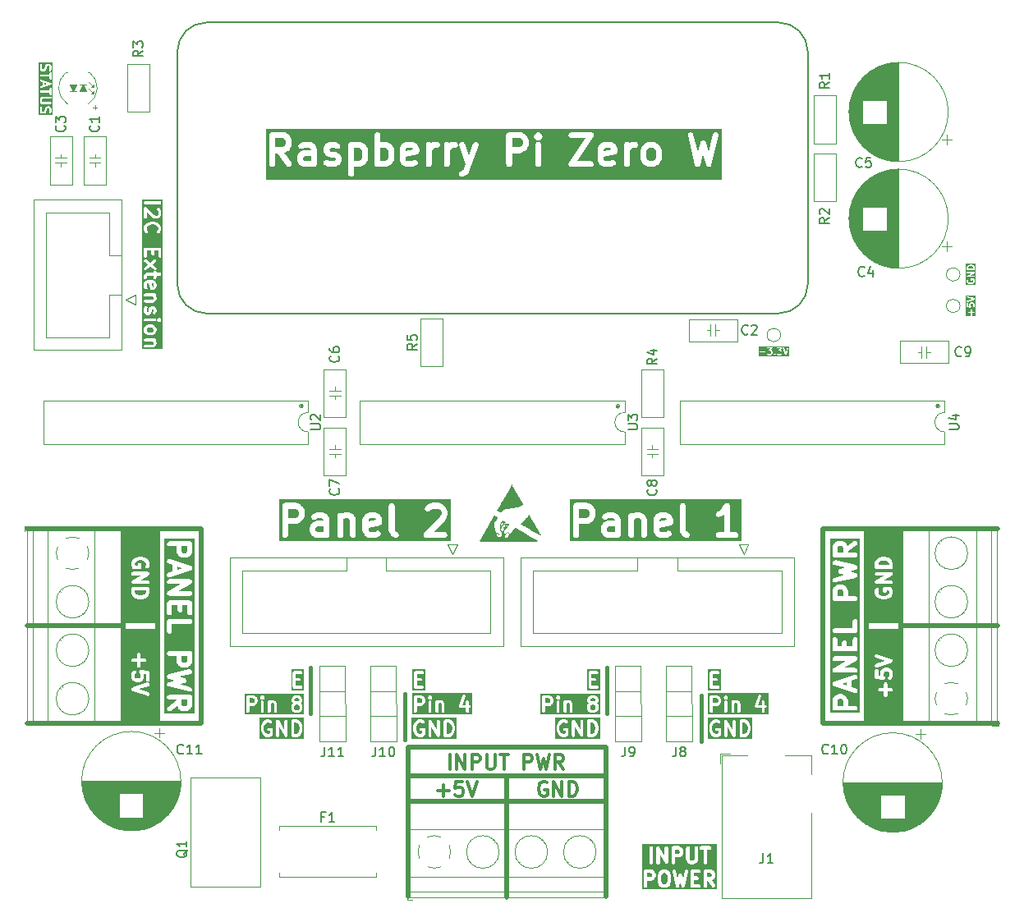
<source format=gbr>
%TF.GenerationSoftware,KiCad,Pcbnew,8.0.8*%
%TF.CreationDate,2025-02-10T12:16:24+01:00*%
%TF.ProjectId,HUB75Adapter,48554237-3541-4646-9170-7465722e6b69,V1.0*%
%TF.SameCoordinates,Original*%
%TF.FileFunction,Legend,Top*%
%TF.FilePolarity,Positive*%
%FSLAX46Y46*%
G04 Gerber Fmt 4.6, Leading zero omitted, Abs format (unit mm)*
G04 Created by KiCad (PCBNEW 8.0.8) date 2025-02-10 12:16:24*
%MOMM*%
%LPD*%
G01*
G04 APERTURE LIST*
%ADD10C,0.400000*%
%ADD11C,0.500000*%
%ADD12C,0.120000*%
%ADD13C,0.300000*%
%ADD14C,0.600000*%
%ADD15C,0.140000*%
%ADD16C,0.375000*%
%ADD17C,0.200000*%
%ADD18C,0.150000*%
%ADD19C,0.127000*%
%ADD20C,0.100000*%
%ADD21C,0.000000*%
G04 APERTURE END LIST*
D10*
X109750000Y-119250000D02*
X109750000Y-124000000D01*
D11*
X132078000Y-105000250D02*
X132078000Y-125000250D01*
D10*
X79250000Y-119250000D02*
X79250000Y-124000000D01*
X89000000Y-122000000D02*
X89000000Y-126750000D01*
D11*
X150078000Y-115000250D02*
X140122000Y-114999750D01*
X136578000Y-105000250D02*
X136578000Y-125000250D01*
D12*
X57000000Y-61250000D02*
X57000000Y-61750000D01*
D11*
X63500000Y-125000000D02*
X63500000Y-105000000D01*
X59956000Y-124940000D02*
X59956000Y-105000000D01*
X89300500Y-133044000D02*
X109700500Y-133044000D01*
X68000000Y-125000000D02*
X68000000Y-105000000D01*
X140122000Y-105060250D02*
X140122000Y-125000250D01*
D10*
X119500000Y-122125000D02*
X119500000Y-126875000D01*
D11*
X89300000Y-142900000D02*
X89300000Y-127500000D01*
X89300000Y-130500000D02*
X109700000Y-130500000D01*
X150078000Y-125000250D02*
X132078000Y-125000250D01*
X150078000Y-105000250D02*
X132078000Y-105000250D01*
X89300000Y-127500000D02*
X109700000Y-127500000D01*
X99500000Y-142950000D02*
X99500000Y-130500000D01*
X50000000Y-115000000D02*
X59956000Y-115000500D01*
X50000000Y-125000000D02*
X68000000Y-125000000D01*
X109700000Y-142900000D02*
X109700000Y-127500000D01*
X50000000Y-105000000D02*
X68000000Y-105000000D01*
D12*
X56750000Y-61500000D02*
X57250000Y-61500000D01*
D13*
G36*
X121582581Y-121617495D02*
G01*
X120237843Y-121617495D01*
X120237843Y-119800828D01*
X120404510Y-119800828D01*
X120404510Y-121300828D01*
X120407392Y-121330092D01*
X120429790Y-121384164D01*
X120471174Y-121425548D01*
X120525246Y-121447946D01*
X120554510Y-121450828D01*
X121268796Y-121450828D01*
X121298060Y-121447946D01*
X121352132Y-121425548D01*
X121393516Y-121384164D01*
X121415914Y-121330092D01*
X121415914Y-121271564D01*
X121393516Y-121217492D01*
X121352132Y-121176108D01*
X121298060Y-121153710D01*
X121268796Y-121150828D01*
X120704510Y-121150828D01*
X120704510Y-120665114D01*
X121054510Y-120665114D01*
X121083774Y-120662232D01*
X121137846Y-120639834D01*
X121179230Y-120598450D01*
X121201628Y-120544378D01*
X121201628Y-120485850D01*
X121179230Y-120431778D01*
X121137846Y-120390394D01*
X121083774Y-120367996D01*
X121054510Y-120365114D01*
X120704510Y-120365114D01*
X120704510Y-119950828D01*
X121268796Y-119950828D01*
X121298060Y-119947946D01*
X121352132Y-119925548D01*
X121393516Y-119884164D01*
X121415914Y-119830092D01*
X121415914Y-119771564D01*
X121393516Y-119717492D01*
X121352132Y-119676108D01*
X121298060Y-119653710D01*
X121268796Y-119650828D01*
X120554510Y-119650828D01*
X120525246Y-119653710D01*
X120471174Y-119676108D01*
X120429790Y-119717492D01*
X120407392Y-119771564D01*
X120404510Y-119800828D01*
X120237843Y-119800828D01*
X120237843Y-119484161D01*
X121582581Y-119484161D01*
X121582581Y-121617495D01*
G37*
G36*
X78580702Y-121617495D02*
G01*
X77235964Y-121617495D01*
X77235964Y-119800828D01*
X77402631Y-119800828D01*
X77402631Y-121300828D01*
X77405513Y-121330092D01*
X77427911Y-121384164D01*
X77469295Y-121425548D01*
X77523367Y-121447946D01*
X77552631Y-121450828D01*
X78266917Y-121450828D01*
X78296181Y-121447946D01*
X78350253Y-121425548D01*
X78391637Y-121384164D01*
X78414035Y-121330092D01*
X78414035Y-121271564D01*
X78391637Y-121217492D01*
X78350253Y-121176108D01*
X78296181Y-121153710D01*
X78266917Y-121150828D01*
X77702631Y-121150828D01*
X77702631Y-120665114D01*
X78052631Y-120665114D01*
X78081895Y-120662232D01*
X78135967Y-120639834D01*
X78177351Y-120598450D01*
X78199749Y-120544378D01*
X78199749Y-120485850D01*
X78177351Y-120431778D01*
X78135967Y-120390394D01*
X78081895Y-120367996D01*
X78052631Y-120365114D01*
X77702631Y-120365114D01*
X77702631Y-119950828D01*
X78266917Y-119950828D01*
X78296181Y-119947946D01*
X78350253Y-119925548D01*
X78391637Y-119884164D01*
X78414035Y-119830092D01*
X78414035Y-119771564D01*
X78391637Y-119717492D01*
X78350253Y-119676108D01*
X78296181Y-119653710D01*
X78266917Y-119650828D01*
X77552631Y-119650828D01*
X77523367Y-119653710D01*
X77469295Y-119676108D01*
X77427911Y-119717492D01*
X77405513Y-119771564D01*
X77402631Y-119800828D01*
X77235964Y-119800828D01*
X77235964Y-119484161D01*
X78580702Y-119484161D01*
X78580702Y-121617495D01*
G37*
D14*
G36*
X84393720Y-65761070D02*
G01*
X84467730Y-65835079D01*
X84557143Y-66013905D01*
X84557143Y-66729408D01*
X84467730Y-66908234D01*
X84393720Y-66982244D01*
X84214894Y-67071657D01*
X83785106Y-67071657D01*
X83728571Y-67043389D01*
X83728571Y-65699924D01*
X83785106Y-65671657D01*
X84214894Y-65671657D01*
X84393720Y-65761070D01*
G37*
G36*
X79271429Y-67043389D02*
G01*
X79214894Y-67071657D01*
X78642249Y-67071657D01*
X78509320Y-67005193D01*
X78442857Y-66872265D01*
X78442857Y-66728191D01*
X78509320Y-66595263D01*
X78642249Y-66528800D01*
X79271429Y-66528800D01*
X79271429Y-67043389D01*
G37*
G36*
X87108006Y-65761070D02*
G01*
X87182016Y-65835079D01*
X87271429Y-66013905D01*
X87271429Y-66729408D01*
X87182016Y-66908234D01*
X87108006Y-66982244D01*
X86929180Y-67071657D01*
X86499392Y-67071657D01*
X86442857Y-67043389D01*
X86442857Y-65699924D01*
X86499392Y-65671657D01*
X86929180Y-65671657D01*
X87108006Y-65761070D01*
G37*
G36*
X89776393Y-65738120D02*
G01*
X89828745Y-65842823D01*
X89014286Y-66005715D01*
X89014286Y-65871048D01*
X89080749Y-65738120D01*
X89213678Y-65671657D01*
X89643466Y-65671657D01*
X89776393Y-65738120D01*
G37*
G36*
X110204964Y-65738120D02*
G01*
X110257316Y-65842823D01*
X109442857Y-66005715D01*
X109442857Y-65871048D01*
X109509320Y-65738120D01*
X109642249Y-65671657D01*
X110072037Y-65671657D01*
X110204964Y-65738120D01*
G37*
G36*
X114679435Y-65761070D02*
G01*
X114753445Y-65835079D01*
X114842858Y-66013905D01*
X114842858Y-66729408D01*
X114753445Y-66908234D01*
X114679435Y-66982244D01*
X114500609Y-67071657D01*
X114213678Y-67071657D01*
X114034851Y-66982244D01*
X113960842Y-66908234D01*
X113871429Y-66729408D01*
X113871429Y-66013905D01*
X113960842Y-65835079D01*
X114034850Y-65761070D01*
X114213678Y-65671657D01*
X114500609Y-65671657D01*
X114679435Y-65761070D01*
G37*
G36*
X76536578Y-64761070D02*
G01*
X76610587Y-64835079D01*
X76700000Y-65013905D01*
X76700000Y-65300837D01*
X76610587Y-65479663D01*
X76536578Y-65553671D01*
X76357751Y-65643085D01*
X75585714Y-65643085D01*
X75585714Y-64671657D01*
X76357751Y-64671657D01*
X76536578Y-64761070D01*
G37*
G36*
X100965150Y-64761070D02*
G01*
X101039159Y-64835079D01*
X101128572Y-65013905D01*
X101128572Y-65300837D01*
X101039159Y-65479663D01*
X100965150Y-65553671D01*
X100786323Y-65643085D01*
X100014286Y-65643085D01*
X100014286Y-64671657D01*
X100786323Y-64671657D01*
X100965150Y-64761070D01*
G37*
G36*
X121631748Y-69004235D02*
G01*
X74652381Y-69004235D01*
X74652381Y-64371657D01*
X74985714Y-64371657D01*
X74985714Y-67371657D01*
X74988281Y-67410815D01*
X75008550Y-67486462D01*
X75047708Y-67554285D01*
X75103086Y-67609663D01*
X75170909Y-67648821D01*
X75246556Y-67669090D01*
X75324872Y-67669090D01*
X75400519Y-67648821D01*
X75468342Y-67609663D01*
X75523720Y-67554285D01*
X75562878Y-67486462D01*
X75583147Y-67410815D01*
X75585714Y-67371657D01*
X75585714Y-66243085D01*
X75843803Y-66243085D01*
X76754230Y-67543696D01*
X76778789Y-67574303D01*
X76838775Y-67624652D01*
X76909748Y-67657759D01*
X76986873Y-67671369D01*
X77064891Y-67664555D01*
X77138487Y-67637779D01*
X77202646Y-67592868D01*
X77252995Y-67532882D01*
X77286102Y-67461909D01*
X77299712Y-67384784D01*
X77292898Y-67306766D01*
X77266122Y-67233170D01*
X77245770Y-67199618D01*
X76866197Y-66657371D01*
X77842857Y-66657371D01*
X77842857Y-66943085D01*
X77843917Y-66959261D01*
X77843612Y-66964351D01*
X77844552Y-66968946D01*
X77845424Y-66982243D01*
X77853251Y-67011456D01*
X77859313Y-67041077D01*
X77864477Y-67053355D01*
X77865693Y-67057890D01*
X77868244Y-67062309D01*
X77874529Y-67077249D01*
X78017386Y-67362964D01*
X78037194Y-67396840D01*
X78049146Y-67410319D01*
X78059078Y-67425361D01*
X78075018Y-67439495D01*
X78089153Y-67455436D01*
X78104194Y-67465367D01*
X78117674Y-67477320D01*
X78151550Y-67497128D01*
X78437265Y-67639985D01*
X78452204Y-67646269D01*
X78456624Y-67648821D01*
X78461158Y-67650036D01*
X78473437Y-67655201D01*
X78503057Y-67661262D01*
X78532271Y-67669090D01*
X78545567Y-67669961D01*
X78550163Y-67670902D01*
X78555252Y-67670596D01*
X78571429Y-67671657D01*
X79285714Y-67671657D01*
X79301890Y-67670596D01*
X79306980Y-67670902D01*
X79311575Y-67669961D01*
X79324872Y-67669090D01*
X79354085Y-67661262D01*
X79383706Y-67655201D01*
X79395984Y-67650036D01*
X79400519Y-67648821D01*
X79404938Y-67646269D01*
X79419878Y-67639985D01*
X79431368Y-67634239D01*
X79456624Y-67648821D01*
X79532271Y-67669090D01*
X79610587Y-67669090D01*
X79686234Y-67648821D01*
X79754057Y-67609663D01*
X79809435Y-67554285D01*
X79848593Y-67486462D01*
X79868862Y-67410815D01*
X79871429Y-67371657D01*
X79871429Y-65800228D01*
X80557143Y-65800228D01*
X80557143Y-65943085D01*
X80558203Y-65959261D01*
X80557898Y-65964351D01*
X80558838Y-65968946D01*
X80559710Y-65982243D01*
X80567537Y-66011456D01*
X80573599Y-66041077D01*
X80578763Y-66053355D01*
X80579979Y-66057890D01*
X80582530Y-66062309D01*
X80588815Y-66077249D01*
X80731672Y-66362964D01*
X80751480Y-66396840D01*
X80763432Y-66410319D01*
X80773364Y-66425361D01*
X80789304Y-66439495D01*
X80803439Y-66455436D01*
X80818480Y-66465367D01*
X80831960Y-66477320D01*
X80865836Y-66497128D01*
X81151551Y-66639985D01*
X81166490Y-66646269D01*
X81170910Y-66648821D01*
X81175444Y-66650036D01*
X81187723Y-66655201D01*
X81217343Y-66661262D01*
X81246557Y-66669090D01*
X81259853Y-66669961D01*
X81264449Y-66670902D01*
X81269538Y-66670596D01*
X81285715Y-66671657D01*
X81643466Y-66671657D01*
X81776393Y-66738120D01*
X81842857Y-66871048D01*
X81842857Y-66872265D01*
X81776393Y-67005193D01*
X81643466Y-67071657D01*
X81213677Y-67071657D01*
X80991307Y-66960472D01*
X80955135Y-66945256D01*
X80878410Y-66929555D01*
X80800235Y-66934247D01*
X80725938Y-66959013D01*
X80660582Y-67002164D01*
X80608623Y-67060760D01*
X80573599Y-67130808D01*
X80557898Y-67207533D01*
X80562590Y-67285708D01*
X80587356Y-67360005D01*
X80630507Y-67425361D01*
X80689103Y-67477320D01*
X80722979Y-67497128D01*
X81008693Y-67639985D01*
X81023632Y-67646269D01*
X81028052Y-67648821D01*
X81032586Y-67650036D01*
X81044865Y-67655201D01*
X81074486Y-67661262D01*
X81103699Y-67669090D01*
X81116994Y-67669961D01*
X81121590Y-67670902D01*
X81126679Y-67670596D01*
X81142857Y-67671657D01*
X81714286Y-67671657D01*
X81730463Y-67670596D01*
X81735553Y-67670902D01*
X81740148Y-67669961D01*
X81753444Y-67669090D01*
X81782656Y-67661262D01*
X81812278Y-67655201D01*
X81824556Y-67650036D01*
X81829091Y-67648821D01*
X81833510Y-67646269D01*
X81848450Y-67639985D01*
X82134164Y-67497128D01*
X82168040Y-67477320D01*
X82181519Y-67465367D01*
X82196561Y-67455436D01*
X82210695Y-67439495D01*
X82226636Y-67425361D01*
X82236566Y-67410320D01*
X82248520Y-67396840D01*
X82268328Y-67362964D01*
X82411185Y-67077249D01*
X82417469Y-67062309D01*
X82420021Y-67057890D01*
X82421236Y-67053355D01*
X82426401Y-67041077D01*
X82432462Y-67011456D01*
X82440290Y-66982243D01*
X82441161Y-66968946D01*
X82442102Y-66964351D01*
X82441796Y-66959261D01*
X82442857Y-66943085D01*
X82442857Y-66800228D01*
X82441796Y-66784050D01*
X82442102Y-66778961D01*
X82441161Y-66774365D01*
X82440290Y-66761070D01*
X82432462Y-66731857D01*
X82426401Y-66702236D01*
X82421236Y-66689957D01*
X82420021Y-66685423D01*
X82417469Y-66681003D01*
X82411185Y-66666064D01*
X82268328Y-66380350D01*
X82248520Y-66346474D01*
X82236566Y-66332993D01*
X82226636Y-66317953D01*
X82210695Y-66303818D01*
X82196561Y-66287878D01*
X82181520Y-66277947D01*
X82168040Y-66265994D01*
X82134164Y-66246186D01*
X81848450Y-66103329D01*
X81833510Y-66097044D01*
X81829091Y-66094493D01*
X81824556Y-66093277D01*
X81812278Y-66088113D01*
X81782656Y-66082051D01*
X81753444Y-66074224D01*
X81740148Y-66073352D01*
X81735553Y-66072412D01*
X81730463Y-66072717D01*
X81714286Y-66071657D01*
X81356535Y-66071657D01*
X81223606Y-66005193D01*
X81157143Y-65872265D01*
X81157143Y-65871048D01*
X81223606Y-65738120D01*
X81356535Y-65671657D01*
X81643466Y-65671657D01*
X81865836Y-65782842D01*
X81902008Y-65798058D01*
X81978733Y-65813759D01*
X82056908Y-65809067D01*
X82131205Y-65784301D01*
X82196561Y-65741150D01*
X82248520Y-65682554D01*
X82283544Y-65612506D01*
X82299245Y-65535781D01*
X82294553Y-65457606D01*
X82269787Y-65383309D01*
X82262094Y-65371657D01*
X83128571Y-65371657D01*
X83128571Y-68371657D01*
X83131138Y-68410815D01*
X83151407Y-68486462D01*
X83190565Y-68554285D01*
X83245943Y-68609663D01*
X83313766Y-68648821D01*
X83389413Y-68669090D01*
X83467729Y-68669090D01*
X83543376Y-68648821D01*
X83611199Y-68609663D01*
X83666577Y-68554285D01*
X83705735Y-68486462D01*
X83726004Y-68410815D01*
X83728571Y-68371657D01*
X83728571Y-67671657D01*
X84285714Y-67671657D01*
X84301891Y-67670596D01*
X84306981Y-67670902D01*
X84311576Y-67669961D01*
X84324872Y-67669090D01*
X84354084Y-67661262D01*
X84383706Y-67655201D01*
X84395984Y-67650036D01*
X84400519Y-67648821D01*
X84404938Y-67646269D01*
X84419878Y-67639985D01*
X84705592Y-67497128D01*
X84739468Y-67477320D01*
X84746228Y-67471325D01*
X84754056Y-67466806D01*
X84783560Y-67440932D01*
X84926418Y-67298074D01*
X84952292Y-67268570D01*
X84956811Y-67260742D01*
X84962806Y-67253982D01*
X84982614Y-67220106D01*
X85125471Y-66934392D01*
X85131755Y-66919452D01*
X85134307Y-66915033D01*
X85135522Y-66910498D01*
X85140687Y-66898220D01*
X85146748Y-66868598D01*
X85154576Y-66839386D01*
X85155447Y-66826090D01*
X85156388Y-66821495D01*
X85156082Y-66816405D01*
X85157143Y-66800228D01*
X85157143Y-65943085D01*
X85156082Y-65926907D01*
X85156388Y-65921818D01*
X85155447Y-65917222D01*
X85154576Y-65903927D01*
X85146748Y-65874714D01*
X85140687Y-65845093D01*
X85135522Y-65832814D01*
X85134307Y-65828280D01*
X85131755Y-65823860D01*
X85125471Y-65808921D01*
X84982614Y-65523207D01*
X84962806Y-65489331D01*
X84956810Y-65482569D01*
X84952291Y-65474742D01*
X84926417Y-65445238D01*
X84783559Y-65302381D01*
X84754055Y-65276508D01*
X84746230Y-65271990D01*
X84739468Y-65265994D01*
X84705592Y-65246186D01*
X84419878Y-65103329D01*
X84404938Y-65097044D01*
X84400519Y-65094493D01*
X84395984Y-65093277D01*
X84383706Y-65088113D01*
X84354084Y-65082051D01*
X84324872Y-65074224D01*
X84311576Y-65073352D01*
X84306981Y-65072412D01*
X84301891Y-65072717D01*
X84285714Y-65071657D01*
X83714286Y-65071657D01*
X83698109Y-65072717D01*
X83693020Y-65072412D01*
X83688424Y-65073352D01*
X83675128Y-65074224D01*
X83645914Y-65082051D01*
X83616294Y-65088113D01*
X83604015Y-65093277D01*
X83599481Y-65094493D01*
X83595061Y-65097044D01*
X83580122Y-65103329D01*
X83568631Y-65109074D01*
X83543376Y-65094493D01*
X83467729Y-65074224D01*
X83389413Y-65074224D01*
X83313766Y-65094493D01*
X83245943Y-65133651D01*
X83190565Y-65189029D01*
X83151407Y-65256852D01*
X83131138Y-65332499D01*
X83128571Y-65371657D01*
X82262094Y-65371657D01*
X82226636Y-65317953D01*
X82168040Y-65265994D01*
X82134164Y-65246186D01*
X81848450Y-65103329D01*
X81833510Y-65097044D01*
X81829091Y-65094493D01*
X81824556Y-65093277D01*
X81812278Y-65088113D01*
X81782656Y-65082051D01*
X81753444Y-65074224D01*
X81740148Y-65073352D01*
X81735553Y-65072412D01*
X81730463Y-65072717D01*
X81714286Y-65071657D01*
X81285715Y-65071657D01*
X81269538Y-65072717D01*
X81264449Y-65072412D01*
X81259853Y-65073352D01*
X81246557Y-65074224D01*
X81217343Y-65082051D01*
X81187723Y-65088113D01*
X81175444Y-65093277D01*
X81170910Y-65094493D01*
X81166490Y-65097044D01*
X81151551Y-65103329D01*
X80865836Y-65246186D01*
X80831960Y-65265994D01*
X80818479Y-65277947D01*
X80803439Y-65287878D01*
X80789304Y-65303818D01*
X80773364Y-65317953D01*
X80763432Y-65332994D01*
X80751480Y-65346474D01*
X80731672Y-65380350D01*
X80588815Y-65666064D01*
X80582530Y-65681003D01*
X80579979Y-65685423D01*
X80578763Y-65689957D01*
X80573599Y-65702236D01*
X80567537Y-65731857D01*
X80559710Y-65761070D01*
X80558838Y-65774365D01*
X80557898Y-65778961D01*
X80558203Y-65784050D01*
X80557143Y-65800228D01*
X79871429Y-65800228D01*
X79870368Y-65784050D01*
X79870674Y-65778960D01*
X79869733Y-65774364D01*
X79868862Y-65761070D01*
X79861035Y-65731860D01*
X79854973Y-65702235D01*
X79849807Y-65689954D01*
X79848593Y-65685423D01*
X79846043Y-65681006D01*
X79839757Y-65666063D01*
X79696899Y-65380349D01*
X79677091Y-65346473D01*
X79665135Y-65332990D01*
X79655207Y-65317953D01*
X79639267Y-65303818D01*
X79625131Y-65287877D01*
X79610090Y-65277946D01*
X79596611Y-65265994D01*
X79562735Y-65246186D01*
X79277021Y-65103329D01*
X79262081Y-65097044D01*
X79257662Y-65094493D01*
X79253127Y-65093277D01*
X79240849Y-65088113D01*
X79211227Y-65082051D01*
X79182015Y-65074224D01*
X79168719Y-65073352D01*
X79164124Y-65072412D01*
X79159034Y-65072717D01*
X79142857Y-65071657D01*
X78571429Y-65071657D01*
X78555252Y-65072717D01*
X78550163Y-65072412D01*
X78545567Y-65073352D01*
X78532271Y-65074224D01*
X78503057Y-65082051D01*
X78473437Y-65088113D01*
X78461158Y-65093277D01*
X78456624Y-65094493D01*
X78452204Y-65097044D01*
X78437265Y-65103329D01*
X78151550Y-65246186D01*
X78117674Y-65265994D01*
X78059078Y-65317953D01*
X78015927Y-65383308D01*
X77991161Y-65457606D01*
X77986469Y-65535780D01*
X78002170Y-65612506D01*
X78037194Y-65682554D01*
X78089153Y-65741150D01*
X78154508Y-65784301D01*
X78228806Y-65809067D01*
X78306980Y-65813759D01*
X78383706Y-65798058D01*
X78419878Y-65782842D01*
X78642249Y-65671657D01*
X79072037Y-65671657D01*
X79204964Y-65738120D01*
X79271429Y-65871048D01*
X79271429Y-65900532D01*
X79214894Y-65928800D01*
X78571429Y-65928800D01*
X78555252Y-65929860D01*
X78550163Y-65929555D01*
X78545567Y-65930495D01*
X78532271Y-65931367D01*
X78503057Y-65939194D01*
X78473437Y-65945256D01*
X78461158Y-65950420D01*
X78456624Y-65951636D01*
X78452204Y-65954187D01*
X78437265Y-65960472D01*
X78151550Y-66103329D01*
X78117674Y-66123137D01*
X78104193Y-66135090D01*
X78089153Y-66145021D01*
X78075018Y-66160961D01*
X78059078Y-66175096D01*
X78049146Y-66190137D01*
X78037194Y-66203617D01*
X78017386Y-66237493D01*
X77874529Y-66523207D01*
X77868244Y-66538146D01*
X77865693Y-66542566D01*
X77864477Y-66547100D01*
X77859313Y-66559379D01*
X77853251Y-66589000D01*
X77845424Y-66618213D01*
X77844552Y-66631508D01*
X77843612Y-66636104D01*
X77843917Y-66641193D01*
X77842857Y-66657371D01*
X76866197Y-66657371D01*
X76556007Y-66214242D01*
X76562735Y-66211413D01*
X76848450Y-66068556D01*
X76882326Y-66048748D01*
X76889086Y-66042753D01*
X76896914Y-66038234D01*
X76926418Y-66012360D01*
X77069275Y-65869503D01*
X77095149Y-65839999D01*
X77099668Y-65832171D01*
X77105663Y-65825411D01*
X77125471Y-65791535D01*
X77268328Y-65505821D01*
X77274612Y-65490881D01*
X77277164Y-65486462D01*
X77278379Y-65481927D01*
X77283544Y-65469649D01*
X77289605Y-65440027D01*
X77297433Y-65410815D01*
X77298304Y-65397519D01*
X77299245Y-65392924D01*
X77298939Y-65387834D01*
X77300000Y-65371657D01*
X77300000Y-64943085D01*
X77298939Y-64926907D01*
X77299245Y-64921818D01*
X77298304Y-64917222D01*
X77297433Y-64903927D01*
X77289605Y-64874714D01*
X77283544Y-64845093D01*
X77278379Y-64832814D01*
X77277164Y-64828280D01*
X77274612Y-64823860D01*
X77268328Y-64808921D01*
X77125471Y-64523207D01*
X77105663Y-64489331D01*
X77099668Y-64482570D01*
X77095149Y-64474743D01*
X77069275Y-64445239D01*
X76995693Y-64371657D01*
X85842857Y-64371657D01*
X85842857Y-67371657D01*
X85845424Y-67410815D01*
X85865693Y-67486462D01*
X85904851Y-67554285D01*
X85960229Y-67609663D01*
X86028052Y-67648821D01*
X86103699Y-67669090D01*
X86182015Y-67669090D01*
X86257662Y-67648821D01*
X86282917Y-67634239D01*
X86294408Y-67639985D01*
X86309347Y-67646269D01*
X86313767Y-67648821D01*
X86318301Y-67650036D01*
X86330580Y-67655201D01*
X86360200Y-67661262D01*
X86389414Y-67669090D01*
X86402710Y-67669961D01*
X86407306Y-67670902D01*
X86412395Y-67670596D01*
X86428572Y-67671657D01*
X87000000Y-67671657D01*
X87016177Y-67670596D01*
X87021267Y-67670902D01*
X87025862Y-67669961D01*
X87039158Y-67669090D01*
X87068370Y-67661262D01*
X87097992Y-67655201D01*
X87110270Y-67650036D01*
X87114805Y-67648821D01*
X87119224Y-67646269D01*
X87134164Y-67639985D01*
X87419878Y-67497128D01*
X87453754Y-67477320D01*
X87460514Y-67471325D01*
X87468342Y-67466806D01*
X87497846Y-67440932D01*
X87640704Y-67298074D01*
X87666578Y-67268570D01*
X87671097Y-67260742D01*
X87677092Y-67253982D01*
X87696900Y-67220106D01*
X87839757Y-66934392D01*
X87846041Y-66919452D01*
X87848593Y-66915033D01*
X87849808Y-66910498D01*
X87854973Y-66898220D01*
X87861034Y-66868598D01*
X87868862Y-66839386D01*
X87869733Y-66826090D01*
X87870674Y-66821495D01*
X87870368Y-66816405D01*
X87871429Y-66800228D01*
X87871429Y-65943085D01*
X87870368Y-65926907D01*
X87870674Y-65921818D01*
X87869733Y-65917222D01*
X87868862Y-65903927D01*
X87861034Y-65874714D01*
X87854973Y-65845093D01*
X87849808Y-65832814D01*
X87848593Y-65828280D01*
X87846041Y-65823860D01*
X87839757Y-65808921D01*
X87835410Y-65800228D01*
X88414286Y-65800228D01*
X88414286Y-66943085D01*
X88415346Y-66959261D01*
X88415041Y-66964351D01*
X88415981Y-66968946D01*
X88416853Y-66982243D01*
X88424680Y-67011456D01*
X88430742Y-67041077D01*
X88435906Y-67053355D01*
X88437122Y-67057890D01*
X88439673Y-67062309D01*
X88445958Y-67077249D01*
X88588815Y-67362964D01*
X88608623Y-67396840D01*
X88620575Y-67410319D01*
X88630507Y-67425361D01*
X88646447Y-67439495D01*
X88660582Y-67455436D01*
X88675623Y-67465367D01*
X88689103Y-67477320D01*
X88722979Y-67497128D01*
X89008694Y-67639985D01*
X89023633Y-67646269D01*
X89028053Y-67648821D01*
X89032587Y-67650036D01*
X89044866Y-67655201D01*
X89074486Y-67661262D01*
X89103700Y-67669090D01*
X89116996Y-67669961D01*
X89121592Y-67670902D01*
X89126681Y-67670596D01*
X89142858Y-67671657D01*
X89714286Y-67671657D01*
X89730463Y-67670596D01*
X89735553Y-67670902D01*
X89740148Y-67669961D01*
X89753444Y-67669090D01*
X89782656Y-67661262D01*
X89812278Y-67655201D01*
X89824556Y-67650036D01*
X89829091Y-67648821D01*
X89833510Y-67646269D01*
X89848450Y-67639985D01*
X90134164Y-67497128D01*
X90168040Y-67477320D01*
X90226636Y-67425361D01*
X90269787Y-67360005D01*
X90294553Y-67285708D01*
X90299245Y-67207533D01*
X90283544Y-67130808D01*
X90248520Y-67060760D01*
X90196561Y-67002164D01*
X90131205Y-66959013D01*
X90056908Y-66934247D01*
X89978733Y-66929555D01*
X89902008Y-66945256D01*
X89865836Y-66960472D01*
X89643466Y-67071657D01*
X89213678Y-67071657D01*
X89080749Y-67005193D01*
X89014286Y-66872265D01*
X89014286Y-66617597D01*
X90201693Y-66380116D01*
X90239587Y-66369920D01*
X90248287Y-66365618D01*
X90257663Y-66363106D01*
X90283272Y-66348320D01*
X90309790Y-66335209D01*
X90317083Y-66328799D01*
X90325486Y-66323948D01*
X90346396Y-66303037D01*
X90368616Y-66283510D01*
X90374000Y-66275434D01*
X90380864Y-66268570D01*
X90395654Y-66242951D01*
X90412058Y-66218347D01*
X90415167Y-66209155D01*
X90420022Y-66200747D01*
X90427678Y-66172170D01*
X90437154Y-66144161D01*
X90437778Y-66134476D01*
X90440291Y-66125100D01*
X90442858Y-66085942D01*
X90442858Y-65800228D01*
X90441797Y-65784050D01*
X90442103Y-65778960D01*
X90441162Y-65774364D01*
X90440291Y-65761070D01*
X90432464Y-65731860D01*
X90426402Y-65702235D01*
X90421236Y-65689954D01*
X90420022Y-65685423D01*
X90417472Y-65681006D01*
X90411186Y-65666063D01*
X90268328Y-65380349D01*
X90263246Y-65371657D01*
X91128572Y-65371657D01*
X91128572Y-67371657D01*
X91131139Y-67410815D01*
X91151408Y-67486462D01*
X91190566Y-67554285D01*
X91245944Y-67609663D01*
X91313767Y-67648821D01*
X91389414Y-67669090D01*
X91467730Y-67669090D01*
X91543377Y-67648821D01*
X91611200Y-67609663D01*
X91666578Y-67554285D01*
X91705736Y-67486462D01*
X91726005Y-67410815D01*
X91728572Y-67371657D01*
X91728572Y-66013905D01*
X91817984Y-65835079D01*
X91891994Y-65761070D01*
X92070821Y-65671657D01*
X92285715Y-65671657D01*
X92324873Y-65669090D01*
X92400520Y-65648821D01*
X92468343Y-65609663D01*
X92523721Y-65554285D01*
X92562879Y-65486462D01*
X92583148Y-65410815D01*
X92583148Y-65371657D01*
X92985715Y-65371657D01*
X92985715Y-67371657D01*
X92988282Y-67410815D01*
X93008551Y-67486462D01*
X93047709Y-67554285D01*
X93103087Y-67609663D01*
X93170910Y-67648821D01*
X93246557Y-67669090D01*
X93324873Y-67669090D01*
X93400520Y-67648821D01*
X93468343Y-67609663D01*
X93523721Y-67554285D01*
X93562879Y-67486462D01*
X93583148Y-67410815D01*
X93585715Y-67371657D01*
X93585715Y-66013905D01*
X93675127Y-65835079D01*
X93749137Y-65761070D01*
X93927964Y-65671657D01*
X94142858Y-65671657D01*
X94182016Y-65669090D01*
X94257663Y-65648821D01*
X94325486Y-65609663D01*
X94380864Y-65554285D01*
X94420022Y-65486462D01*
X94440291Y-65410815D01*
X94440291Y-65356761D01*
X94557514Y-65356761D01*
X94563869Y-65434818D01*
X94574621Y-65472558D01*
X95250724Y-67365645D01*
X95030040Y-67917352D01*
X94965149Y-67982244D01*
X94722980Y-68103329D01*
X94689104Y-68123137D01*
X94630508Y-68175096D01*
X94587357Y-68240452D01*
X94562591Y-68314749D01*
X94557899Y-68392924D01*
X94573600Y-68469649D01*
X94608624Y-68539697D01*
X94660583Y-68598293D01*
X94725939Y-68641444D01*
X94800236Y-68666210D01*
X94878411Y-68670902D01*
X94955136Y-68655201D01*
X94991308Y-68639985D01*
X95277022Y-68497128D01*
X95310898Y-68477320D01*
X95317659Y-68471324D01*
X95325487Y-68466805D01*
X95354991Y-68440931D01*
X95497848Y-68298073D01*
X95499485Y-68296205D01*
X95500418Y-68295472D01*
X95502097Y-68293227D01*
X95523721Y-68268569D01*
X95534459Y-68249968D01*
X95547332Y-68232763D01*
X95561484Y-68203162D01*
X95562879Y-68200746D01*
X95563184Y-68199604D01*
X95564258Y-68197360D01*
X95849973Y-67483074D01*
X95851715Y-67477727D01*
X95853953Y-67472558D01*
X96568238Y-65472558D01*
X96578990Y-65434818D01*
X96585345Y-65356760D01*
X96571280Y-65279718D01*
X96537754Y-65208941D01*
X96487052Y-65149253D01*
X96422629Y-65104722D01*
X96348876Y-65078381D01*
X96270819Y-65072027D01*
X96193777Y-65086092D01*
X96122999Y-65119618D01*
X96063311Y-65170320D01*
X96018780Y-65234743D01*
X96003192Y-65270756D01*
X95571429Y-66479692D01*
X95139667Y-65270756D01*
X95124079Y-65234743D01*
X95079548Y-65170320D01*
X95019860Y-65119618D01*
X94949082Y-65086092D01*
X94872040Y-65072027D01*
X94793983Y-65078382D01*
X94720230Y-65104722D01*
X94655807Y-65149253D01*
X94605105Y-65208941D01*
X94571579Y-65279719D01*
X94557514Y-65356761D01*
X94440291Y-65356761D01*
X94440291Y-65332499D01*
X94420022Y-65256852D01*
X94380864Y-65189029D01*
X94325486Y-65133651D01*
X94257663Y-65094493D01*
X94182016Y-65074224D01*
X94142858Y-65071657D01*
X93857144Y-65071657D01*
X93840966Y-65072717D01*
X93835877Y-65072412D01*
X93831281Y-65073352D01*
X93817986Y-65074224D01*
X93788773Y-65082051D01*
X93759152Y-65088113D01*
X93746873Y-65093277D01*
X93742339Y-65094493D01*
X93737919Y-65097044D01*
X93722980Y-65103329D01*
X93529961Y-65199838D01*
X93523721Y-65189029D01*
X93468343Y-65133651D01*
X93400520Y-65094493D01*
X93324873Y-65074224D01*
X93246557Y-65074224D01*
X93170910Y-65094493D01*
X93103087Y-65133651D01*
X93047709Y-65189029D01*
X93008551Y-65256852D01*
X92988282Y-65332499D01*
X92985715Y-65371657D01*
X92583148Y-65371657D01*
X92583148Y-65332499D01*
X92562879Y-65256852D01*
X92523721Y-65189029D01*
X92468343Y-65133651D01*
X92400520Y-65094493D01*
X92324873Y-65074224D01*
X92285715Y-65071657D01*
X92000001Y-65071657D01*
X91983823Y-65072717D01*
X91978734Y-65072412D01*
X91974138Y-65073352D01*
X91960843Y-65074224D01*
X91931630Y-65082051D01*
X91902009Y-65088113D01*
X91889730Y-65093277D01*
X91885196Y-65094493D01*
X91880776Y-65097044D01*
X91865837Y-65103329D01*
X91672818Y-65199838D01*
X91666578Y-65189029D01*
X91611200Y-65133651D01*
X91543377Y-65094493D01*
X91467730Y-65074224D01*
X91389414Y-65074224D01*
X91313767Y-65094493D01*
X91245944Y-65133651D01*
X91190566Y-65189029D01*
X91151408Y-65256852D01*
X91131139Y-65332499D01*
X91128572Y-65371657D01*
X90263246Y-65371657D01*
X90248520Y-65346473D01*
X90236564Y-65332990D01*
X90226636Y-65317953D01*
X90210696Y-65303818D01*
X90196560Y-65287877D01*
X90181519Y-65277946D01*
X90168040Y-65265994D01*
X90134164Y-65246186D01*
X89848450Y-65103329D01*
X89833510Y-65097044D01*
X89829091Y-65094493D01*
X89824556Y-65093277D01*
X89812278Y-65088113D01*
X89782656Y-65082051D01*
X89753444Y-65074224D01*
X89740148Y-65073352D01*
X89735553Y-65072412D01*
X89730463Y-65072717D01*
X89714286Y-65071657D01*
X89142858Y-65071657D01*
X89126681Y-65072717D01*
X89121592Y-65072412D01*
X89116996Y-65073352D01*
X89103700Y-65074224D01*
X89074486Y-65082051D01*
X89044866Y-65088113D01*
X89032587Y-65093277D01*
X89028053Y-65094493D01*
X89023633Y-65097044D01*
X89008694Y-65103329D01*
X88722979Y-65246186D01*
X88689103Y-65265994D01*
X88675622Y-65277947D01*
X88660582Y-65287878D01*
X88646447Y-65303818D01*
X88630507Y-65317953D01*
X88620575Y-65332994D01*
X88608623Y-65346474D01*
X88588815Y-65380350D01*
X88445958Y-65666064D01*
X88439673Y-65681003D01*
X88437122Y-65685423D01*
X88435906Y-65689957D01*
X88430742Y-65702236D01*
X88424680Y-65731857D01*
X88416853Y-65761070D01*
X88415981Y-65774365D01*
X88415041Y-65778961D01*
X88415346Y-65784050D01*
X88414286Y-65800228D01*
X87835410Y-65800228D01*
X87696900Y-65523207D01*
X87677092Y-65489331D01*
X87671096Y-65482569D01*
X87666577Y-65474742D01*
X87640703Y-65445238D01*
X87497845Y-65302381D01*
X87468341Y-65276508D01*
X87460516Y-65271990D01*
X87453754Y-65265994D01*
X87419878Y-65246186D01*
X87134164Y-65103329D01*
X87119224Y-65097044D01*
X87114805Y-65094493D01*
X87110270Y-65093277D01*
X87097992Y-65088113D01*
X87068370Y-65082051D01*
X87039158Y-65074224D01*
X87025862Y-65073352D01*
X87021267Y-65072412D01*
X87016177Y-65072717D01*
X87000000Y-65071657D01*
X86442857Y-65071657D01*
X86442857Y-64371657D01*
X99414286Y-64371657D01*
X99414286Y-67371657D01*
X99416853Y-67410815D01*
X99437122Y-67486462D01*
X99476280Y-67554285D01*
X99531658Y-67609663D01*
X99599481Y-67648821D01*
X99675128Y-67669090D01*
X99753444Y-67669090D01*
X99829091Y-67648821D01*
X99896914Y-67609663D01*
X99952292Y-67554285D01*
X99991450Y-67486462D01*
X100011719Y-67410815D01*
X100014286Y-67371657D01*
X100014286Y-66243085D01*
X100857143Y-66243085D01*
X100873319Y-66242024D01*
X100878409Y-66242330D01*
X100883004Y-66241389D01*
X100896301Y-66240518D01*
X100925514Y-66232690D01*
X100955135Y-66226629D01*
X100967413Y-66221464D01*
X100971948Y-66220249D01*
X100976367Y-66217697D01*
X100991307Y-66211413D01*
X101277022Y-66068556D01*
X101310898Y-66048748D01*
X101317658Y-66042753D01*
X101325486Y-66038234D01*
X101354990Y-66012360D01*
X101497847Y-65869503D01*
X101523721Y-65839999D01*
X101528240Y-65832171D01*
X101534235Y-65825411D01*
X101554043Y-65791535D01*
X101696900Y-65505821D01*
X101703184Y-65490881D01*
X101705736Y-65486462D01*
X101706951Y-65481927D01*
X101712116Y-65469649D01*
X101718177Y-65440027D01*
X101726005Y-65410815D01*
X101726876Y-65397519D01*
X101727817Y-65392924D01*
X101727511Y-65387834D01*
X101728572Y-65371657D01*
X102414286Y-65371657D01*
X102414286Y-67371657D01*
X102416853Y-67410815D01*
X102437122Y-67486462D01*
X102476280Y-67554285D01*
X102531658Y-67609663D01*
X102599481Y-67648821D01*
X102675128Y-67669090D01*
X102753444Y-67669090D01*
X102829091Y-67648821D01*
X102896914Y-67609663D01*
X102952292Y-67554285D01*
X102991450Y-67486462D01*
X103011719Y-67410815D01*
X103012979Y-67391591D01*
X105843520Y-67391591D01*
X105845424Y-67401111D01*
X105845424Y-67410815D01*
X105853077Y-67439380D01*
X105858879Y-67468386D01*
X105863180Y-67477086D01*
X105865693Y-67486462D01*
X105880482Y-67512078D01*
X105893591Y-67538589D01*
X105899997Y-67545879D01*
X105904851Y-67554285D01*
X105925764Y-67575198D01*
X105945289Y-67597415D01*
X105953365Y-67602799D01*
X105960229Y-67609663D01*
X105985847Y-67624453D01*
X106010452Y-67640857D01*
X106019644Y-67643966D01*
X106028052Y-67648821D01*
X106056620Y-67656475D01*
X106084638Y-67665954D01*
X106094326Y-67666578D01*
X106103699Y-67669090D01*
X106142857Y-67671657D01*
X108142857Y-67671657D01*
X108182015Y-67669090D01*
X108257662Y-67648821D01*
X108325485Y-67609663D01*
X108380863Y-67554285D01*
X108420021Y-67486462D01*
X108440290Y-67410815D01*
X108440290Y-67332499D01*
X108420021Y-67256852D01*
X108380863Y-67189029D01*
X108325485Y-67133651D01*
X108257662Y-67094493D01*
X108182015Y-67074224D01*
X108142857Y-67071657D01*
X106703412Y-67071657D01*
X107551031Y-65800228D01*
X108842857Y-65800228D01*
X108842857Y-66943085D01*
X108843917Y-66959261D01*
X108843612Y-66964351D01*
X108844552Y-66968946D01*
X108845424Y-66982243D01*
X108853251Y-67011456D01*
X108859313Y-67041077D01*
X108864477Y-67053355D01*
X108865693Y-67057890D01*
X108868244Y-67062309D01*
X108874529Y-67077249D01*
X109017386Y-67362964D01*
X109037194Y-67396840D01*
X109049146Y-67410319D01*
X109059078Y-67425361D01*
X109075018Y-67439495D01*
X109089153Y-67455436D01*
X109104194Y-67465367D01*
X109117674Y-67477320D01*
X109151550Y-67497128D01*
X109437265Y-67639985D01*
X109452204Y-67646269D01*
X109456624Y-67648821D01*
X109461158Y-67650036D01*
X109473437Y-67655201D01*
X109503057Y-67661262D01*
X109532271Y-67669090D01*
X109545567Y-67669961D01*
X109550163Y-67670902D01*
X109555252Y-67670596D01*
X109571429Y-67671657D01*
X110142857Y-67671657D01*
X110159034Y-67670596D01*
X110164124Y-67670902D01*
X110168719Y-67669961D01*
X110182015Y-67669090D01*
X110211227Y-67661262D01*
X110240849Y-67655201D01*
X110253127Y-67650036D01*
X110257662Y-67648821D01*
X110262081Y-67646269D01*
X110277021Y-67639985D01*
X110562735Y-67497128D01*
X110596611Y-67477320D01*
X110655207Y-67425361D01*
X110698358Y-67360005D01*
X110723124Y-67285708D01*
X110727816Y-67207533D01*
X110712115Y-67130808D01*
X110677091Y-67060760D01*
X110625132Y-67002164D01*
X110559776Y-66959013D01*
X110485479Y-66934247D01*
X110407304Y-66929555D01*
X110330579Y-66945256D01*
X110294407Y-66960472D01*
X110072037Y-67071657D01*
X109642249Y-67071657D01*
X109509320Y-67005193D01*
X109442857Y-66872265D01*
X109442857Y-66617597D01*
X110630264Y-66380116D01*
X110668158Y-66369920D01*
X110676858Y-66365618D01*
X110686234Y-66363106D01*
X110711843Y-66348320D01*
X110738361Y-66335209D01*
X110745654Y-66328799D01*
X110754057Y-66323948D01*
X110774967Y-66303037D01*
X110797187Y-66283510D01*
X110802571Y-66275434D01*
X110809435Y-66268570D01*
X110824225Y-66242951D01*
X110840629Y-66218347D01*
X110843738Y-66209155D01*
X110848593Y-66200747D01*
X110856249Y-66172170D01*
X110865725Y-66144161D01*
X110866349Y-66134476D01*
X110868862Y-66125100D01*
X110871429Y-66085942D01*
X110871429Y-65800228D01*
X110870368Y-65784050D01*
X110870674Y-65778960D01*
X110869733Y-65774364D01*
X110868862Y-65761070D01*
X110861035Y-65731860D01*
X110854973Y-65702235D01*
X110849807Y-65689954D01*
X110848593Y-65685423D01*
X110846043Y-65681006D01*
X110839757Y-65666063D01*
X110696899Y-65380349D01*
X110691817Y-65371657D01*
X111557143Y-65371657D01*
X111557143Y-67371657D01*
X111559710Y-67410815D01*
X111579979Y-67486462D01*
X111619137Y-67554285D01*
X111674515Y-67609663D01*
X111742338Y-67648821D01*
X111817985Y-67669090D01*
X111896301Y-67669090D01*
X111971948Y-67648821D01*
X112039771Y-67609663D01*
X112095149Y-67554285D01*
X112134307Y-67486462D01*
X112154576Y-67410815D01*
X112157143Y-67371657D01*
X112157143Y-66013905D01*
X112192553Y-65943085D01*
X113271429Y-65943085D01*
X113271429Y-66800228D01*
X113272489Y-66816405D01*
X113272184Y-66821495D01*
X113273124Y-66826090D01*
X113273996Y-66839386D01*
X113281823Y-66868598D01*
X113287885Y-66898220D01*
X113293049Y-66910498D01*
X113294265Y-66915033D01*
X113296816Y-66919452D01*
X113303101Y-66934392D01*
X113445958Y-67220106D01*
X113465766Y-67253982D01*
X113471762Y-67260744D01*
X113476280Y-67268569D01*
X113502153Y-67298073D01*
X113645010Y-67440931D01*
X113674514Y-67466805D01*
X113682341Y-67471324D01*
X113689103Y-67477320D01*
X113722979Y-67497128D01*
X114008694Y-67639985D01*
X114023633Y-67646269D01*
X114028053Y-67648821D01*
X114032587Y-67650036D01*
X114044866Y-67655201D01*
X114074486Y-67661262D01*
X114103700Y-67669090D01*
X114116996Y-67669961D01*
X114121592Y-67670902D01*
X114126681Y-67670596D01*
X114142858Y-67671657D01*
X114571429Y-67671657D01*
X114587606Y-67670596D01*
X114592696Y-67670902D01*
X114597291Y-67669961D01*
X114610587Y-67669090D01*
X114639799Y-67661262D01*
X114669421Y-67655201D01*
X114681699Y-67650036D01*
X114686234Y-67648821D01*
X114690653Y-67646269D01*
X114705593Y-67639985D01*
X114991307Y-67497128D01*
X115025183Y-67477320D01*
X115031943Y-67471325D01*
X115039771Y-67466806D01*
X115069275Y-67440932D01*
X115212133Y-67298074D01*
X115238007Y-67268570D01*
X115242526Y-67260742D01*
X115248521Y-67253982D01*
X115268329Y-67220106D01*
X115411186Y-66934392D01*
X115417470Y-66919452D01*
X115420022Y-66915033D01*
X115421237Y-66910498D01*
X115426402Y-66898220D01*
X115432463Y-66868598D01*
X115440291Y-66839386D01*
X115441162Y-66826090D01*
X115442103Y-66821495D01*
X115441797Y-66816405D01*
X115442858Y-66800228D01*
X115442858Y-65943085D01*
X115441797Y-65926907D01*
X115442103Y-65921818D01*
X115441162Y-65917222D01*
X115440291Y-65903927D01*
X115432463Y-65874714D01*
X115426402Y-65845093D01*
X115421237Y-65832814D01*
X115420022Y-65828280D01*
X115417470Y-65823860D01*
X115411186Y-65808921D01*
X115268329Y-65523207D01*
X115248521Y-65489331D01*
X115242525Y-65482569D01*
X115238006Y-65474742D01*
X115212132Y-65445238D01*
X115069274Y-65302381D01*
X115039770Y-65276508D01*
X115031945Y-65271990D01*
X115025183Y-65265994D01*
X114991307Y-65246186D01*
X114705593Y-65103329D01*
X114690653Y-65097044D01*
X114686234Y-65094493D01*
X114681699Y-65093277D01*
X114669421Y-65088113D01*
X114639799Y-65082051D01*
X114610587Y-65074224D01*
X114597291Y-65073352D01*
X114592696Y-65072412D01*
X114587606Y-65072717D01*
X114571429Y-65071657D01*
X114142858Y-65071657D01*
X114126681Y-65072717D01*
X114121592Y-65072412D01*
X114116996Y-65073352D01*
X114103700Y-65074224D01*
X114074486Y-65082051D01*
X114044866Y-65088113D01*
X114032587Y-65093277D01*
X114028053Y-65094493D01*
X114023633Y-65097044D01*
X114008694Y-65103329D01*
X113722979Y-65246186D01*
X113689103Y-65265994D01*
X113682342Y-65271988D01*
X113674515Y-65276508D01*
X113645011Y-65302382D01*
X113502154Y-65445239D01*
X113476280Y-65474743D01*
X113471760Y-65482570D01*
X113465766Y-65489331D01*
X113445958Y-65523207D01*
X113303101Y-65808921D01*
X113296816Y-65823860D01*
X113294265Y-65828280D01*
X113293049Y-65832814D01*
X113287885Y-65845093D01*
X113281823Y-65874714D01*
X113273996Y-65903927D01*
X113273124Y-65917222D01*
X113272184Y-65921818D01*
X113272489Y-65926907D01*
X113271429Y-65943085D01*
X112192553Y-65943085D01*
X112246555Y-65835079D01*
X112320565Y-65761070D01*
X112499392Y-65671657D01*
X112714286Y-65671657D01*
X112753444Y-65669090D01*
X112829091Y-65648821D01*
X112896914Y-65609663D01*
X112952292Y-65554285D01*
X112991450Y-65486462D01*
X113011719Y-65410815D01*
X113011719Y-65332499D01*
X112991450Y-65256852D01*
X112952292Y-65189029D01*
X112896914Y-65133651D01*
X112829091Y-65094493D01*
X112753444Y-65074224D01*
X112714286Y-65071657D01*
X112428572Y-65071657D01*
X112412394Y-65072717D01*
X112407305Y-65072412D01*
X112402709Y-65073352D01*
X112389414Y-65074224D01*
X112360201Y-65082051D01*
X112330580Y-65088113D01*
X112318301Y-65093277D01*
X112313767Y-65094493D01*
X112309347Y-65097044D01*
X112294408Y-65103329D01*
X112101389Y-65199838D01*
X112095149Y-65189029D01*
X112039771Y-65133651D01*
X111971948Y-65094493D01*
X111896301Y-65074224D01*
X111817985Y-65074224D01*
X111742338Y-65094493D01*
X111674515Y-65133651D01*
X111619137Y-65189029D01*
X111579979Y-65256852D01*
X111559710Y-65332499D01*
X111557143Y-65371657D01*
X110691817Y-65371657D01*
X110677091Y-65346473D01*
X110665135Y-65332990D01*
X110655207Y-65317953D01*
X110639267Y-65303818D01*
X110625131Y-65287877D01*
X110610090Y-65277946D01*
X110596611Y-65265994D01*
X110562735Y-65246186D01*
X110277021Y-65103329D01*
X110262081Y-65097044D01*
X110257662Y-65094493D01*
X110253127Y-65093277D01*
X110240849Y-65088113D01*
X110211227Y-65082051D01*
X110182015Y-65074224D01*
X110168719Y-65073352D01*
X110164124Y-65072412D01*
X110159034Y-65072717D01*
X110142857Y-65071657D01*
X109571429Y-65071657D01*
X109555252Y-65072717D01*
X109550163Y-65072412D01*
X109545567Y-65073352D01*
X109532271Y-65074224D01*
X109503057Y-65082051D01*
X109473437Y-65088113D01*
X109461158Y-65093277D01*
X109456624Y-65094493D01*
X109452204Y-65097044D01*
X109437265Y-65103329D01*
X109151550Y-65246186D01*
X109117674Y-65265994D01*
X109104193Y-65277947D01*
X109089153Y-65287878D01*
X109075018Y-65303818D01*
X109059078Y-65317953D01*
X109049146Y-65332994D01*
X109037194Y-65346474D01*
X109017386Y-65380350D01*
X108874529Y-65666064D01*
X108868244Y-65681003D01*
X108865693Y-65685423D01*
X108864477Y-65689957D01*
X108859313Y-65702236D01*
X108853251Y-65731857D01*
X108845424Y-65761070D01*
X108844552Y-65774365D01*
X108843612Y-65778961D01*
X108843917Y-65784050D01*
X108842857Y-65800228D01*
X107551031Y-65800228D01*
X108392472Y-64538067D01*
X108412057Y-64504062D01*
X108415166Y-64494869D01*
X108420021Y-64486462D01*
X108427674Y-64457896D01*
X108437154Y-64429877D01*
X108437778Y-64420186D01*
X108440290Y-64410815D01*
X108440290Y-64402455D01*
X118130158Y-64402455D01*
X118136730Y-64441143D01*
X118851016Y-67441143D01*
X118862583Y-67478642D01*
X118864683Y-67482528D01*
X118865832Y-67486793D01*
X118883260Y-67516897D01*
X118899822Y-67547537D01*
X118902859Y-67550749D01*
X118905071Y-67554570D01*
X118929708Y-67579149D01*
X118953625Y-67604446D01*
X118957386Y-67606760D01*
X118960515Y-67609882D01*
X118990687Y-67627253D01*
X119020323Y-67645491D01*
X119024556Y-67646753D01*
X119028385Y-67648958D01*
X119062012Y-67657925D01*
X119095372Y-67667875D01*
X119099789Y-67667998D01*
X119104057Y-67669137D01*
X119138851Y-67669095D01*
X119173656Y-67670072D01*
X119177955Y-67669048D01*
X119182372Y-67669043D01*
X119215975Y-67659995D01*
X119249843Y-67651932D01*
X119253729Y-67649831D01*
X119257994Y-67648683D01*
X119288098Y-67631254D01*
X119318738Y-67614693D01*
X119321950Y-67611655D01*
X119325771Y-67609444D01*
X119350350Y-67584806D01*
X119375647Y-67560890D01*
X119377961Y-67557128D01*
X119381083Y-67554000D01*
X119398454Y-67523827D01*
X119416692Y-67494192D01*
X119417954Y-67489958D01*
X119420159Y-67486130D01*
X119432728Y-67448956D01*
X119714286Y-66393113D01*
X119995844Y-67448956D01*
X120008414Y-67486130D01*
X120010618Y-67489958D01*
X120011881Y-67494192D01*
X120030118Y-67523827D01*
X120047490Y-67554000D01*
X120050611Y-67557128D01*
X120052926Y-67560890D01*
X120078222Y-67584806D01*
X120102802Y-67609444D01*
X120106622Y-67611655D01*
X120109835Y-67614693D01*
X120140474Y-67631254D01*
X120170579Y-67648683D01*
X120174843Y-67649831D01*
X120178730Y-67651932D01*
X120212583Y-67659991D01*
X120246201Y-67669043D01*
X120250621Y-67669048D01*
X120254917Y-67670071D01*
X120289721Y-67669094D01*
X120324517Y-67669136D01*
X120328780Y-67667998D01*
X120333201Y-67667875D01*
X120366588Y-67657916D01*
X120400188Y-67648957D01*
X120404013Y-67646754D01*
X120408250Y-67645491D01*
X120437910Y-67627238D01*
X120468058Y-67609881D01*
X120471184Y-67606762D01*
X120474948Y-67604446D01*
X120498871Y-67579141D01*
X120523502Y-67554570D01*
X120525713Y-67550749D01*
X120528751Y-67547537D01*
X120545312Y-67516897D01*
X120562741Y-67486793D01*
X120563889Y-67482528D01*
X120565990Y-67478642D01*
X120577557Y-67441143D01*
X121291843Y-64441143D01*
X121298415Y-64402455D01*
X121296219Y-64324171D01*
X121273835Y-64249122D01*
X121232790Y-64182424D01*
X121175881Y-64128621D01*
X121106986Y-64091382D01*
X121030799Y-64073242D01*
X120952515Y-64075439D01*
X120877466Y-64097823D01*
X120810768Y-64138868D01*
X120756965Y-64195777D01*
X120719726Y-64264672D01*
X120708159Y-64302171D01*
X120269248Y-66145595D01*
X120004156Y-65151501D01*
X119991587Y-65114327D01*
X119991405Y-65114012D01*
X119991312Y-65113664D01*
X119971973Y-65080261D01*
X119952511Y-65046457D01*
X119952253Y-65046199D01*
X119952073Y-65045887D01*
X119924603Y-65018482D01*
X119897199Y-64991013D01*
X119896886Y-64990832D01*
X119896629Y-64990575D01*
X119862824Y-64971112D01*
X119829422Y-64951774D01*
X119829073Y-64951680D01*
X119828759Y-64951499D01*
X119791403Y-64941537D01*
X119753800Y-64931413D01*
X119753434Y-64931412D01*
X119753087Y-64931320D01*
X119714285Y-64931366D01*
X119675484Y-64931320D01*
X119675136Y-64931412D01*
X119674772Y-64931413D01*
X119637219Y-64941523D01*
X119599813Y-64951499D01*
X119599498Y-64951680D01*
X119599150Y-64951774D01*
X119565747Y-64971112D01*
X119531943Y-64990575D01*
X119531685Y-64990832D01*
X119531373Y-64991013D01*
X119503968Y-65018482D01*
X119476499Y-65045887D01*
X119476318Y-65046199D01*
X119476061Y-65046457D01*
X119456598Y-65080261D01*
X119437260Y-65113664D01*
X119437166Y-65114012D01*
X119436985Y-65114327D01*
X119424416Y-65151501D01*
X119159324Y-66145594D01*
X118720414Y-64302171D01*
X118708847Y-64264672D01*
X118671608Y-64195777D01*
X118617805Y-64138868D01*
X118551107Y-64097823D01*
X118476058Y-64075439D01*
X118397774Y-64073243D01*
X118321587Y-64091382D01*
X118252692Y-64128621D01*
X118195783Y-64182424D01*
X118154738Y-64249122D01*
X118132354Y-64324171D01*
X118130158Y-64402455D01*
X108440290Y-64402455D01*
X108440290Y-64381248D01*
X108442194Y-64351724D01*
X108440290Y-64342203D01*
X108440290Y-64332499D01*
X108432635Y-64303932D01*
X108426835Y-64274928D01*
X108422533Y-64266227D01*
X108420021Y-64256852D01*
X108405231Y-64231235D01*
X108392123Y-64204725D01*
X108385716Y-64197435D01*
X108380863Y-64189029D01*
X108359944Y-64168110D01*
X108340424Y-64145899D01*
X108332350Y-64140516D01*
X108325485Y-64133651D01*
X108299863Y-64118858D01*
X108275262Y-64102457D01*
X108266069Y-64099347D01*
X108257662Y-64094493D01*
X108229093Y-64086838D01*
X108201076Y-64077360D01*
X108191387Y-64076735D01*
X108182015Y-64074224D01*
X108142857Y-64071657D01*
X106142857Y-64071657D01*
X106103699Y-64074224D01*
X106028052Y-64094493D01*
X105960229Y-64133651D01*
X105904851Y-64189029D01*
X105865693Y-64256852D01*
X105845424Y-64332499D01*
X105845424Y-64410815D01*
X105865693Y-64486462D01*
X105904851Y-64554285D01*
X105960229Y-64609663D01*
X106028052Y-64648821D01*
X106103699Y-64669090D01*
X106142857Y-64671657D01*
X107582302Y-64671657D01*
X105893242Y-67205247D01*
X105873657Y-67239252D01*
X105870547Y-67248444D01*
X105865693Y-67256852D01*
X105858038Y-67285420D01*
X105848560Y-67313438D01*
X105847935Y-67323126D01*
X105845424Y-67332499D01*
X105845424Y-67362066D01*
X105843520Y-67391591D01*
X103012979Y-67391591D01*
X103014286Y-67371657D01*
X103014286Y-65371657D01*
X103011719Y-65332499D01*
X102991450Y-65256852D01*
X102952292Y-65189029D01*
X102896914Y-65133651D01*
X102829091Y-65094493D01*
X102753444Y-65074224D01*
X102675128Y-65074224D01*
X102599481Y-65094493D01*
X102531658Y-65133651D01*
X102476280Y-65189029D01*
X102437122Y-65256852D01*
X102416853Y-65332499D01*
X102414286Y-65371657D01*
X101728572Y-65371657D01*
X101728572Y-64943085D01*
X101727511Y-64926907D01*
X101727817Y-64921818D01*
X101726876Y-64917222D01*
X101726005Y-64903927D01*
X101718177Y-64874714D01*
X101712116Y-64845093D01*
X101706951Y-64832814D01*
X101705736Y-64828280D01*
X101703184Y-64823860D01*
X101696900Y-64808921D01*
X101554043Y-64523207D01*
X101534235Y-64489331D01*
X101528240Y-64482570D01*
X101524075Y-64475356D01*
X102273996Y-64475356D01*
X102273996Y-64553672D01*
X102294265Y-64629319D01*
X102333423Y-64697142D01*
X102359297Y-64726646D01*
X102502154Y-64869503D01*
X102531658Y-64895377D01*
X102599481Y-64934535D01*
X102675128Y-64954804D01*
X102753444Y-64954804D01*
X102829091Y-64934535D01*
X102896914Y-64895377D01*
X102926418Y-64869503D01*
X103069275Y-64726646D01*
X103095149Y-64697142D01*
X103134307Y-64629319D01*
X103154576Y-64553672D01*
X103154576Y-64475356D01*
X103134307Y-64399709D01*
X103095149Y-64331886D01*
X103069275Y-64302382D01*
X102926418Y-64159525D01*
X102896914Y-64133651D01*
X102829091Y-64094493D01*
X102753444Y-64074224D01*
X102675128Y-64074224D01*
X102599481Y-64094493D01*
X102531658Y-64133651D01*
X102502154Y-64159525D01*
X102359297Y-64302382D01*
X102333423Y-64331886D01*
X102294265Y-64399709D01*
X102273996Y-64475356D01*
X101524075Y-64475356D01*
X101523721Y-64474743D01*
X101497847Y-64445239D01*
X101354990Y-64302382D01*
X101325486Y-64276508D01*
X101317658Y-64271988D01*
X101310898Y-64265994D01*
X101277022Y-64246186D01*
X100991307Y-64103329D01*
X100976367Y-64097044D01*
X100971948Y-64094493D01*
X100967413Y-64093277D01*
X100955135Y-64088113D01*
X100925514Y-64082051D01*
X100896301Y-64074224D01*
X100883004Y-64073352D01*
X100878409Y-64072412D01*
X100873319Y-64072717D01*
X100857143Y-64071657D01*
X99714286Y-64071657D01*
X99675128Y-64074224D01*
X99599481Y-64094493D01*
X99531658Y-64133651D01*
X99476280Y-64189029D01*
X99437122Y-64256852D01*
X99416853Y-64332499D01*
X99414286Y-64371657D01*
X86442857Y-64371657D01*
X86440290Y-64332499D01*
X86420021Y-64256852D01*
X86380863Y-64189029D01*
X86325485Y-64133651D01*
X86257662Y-64094493D01*
X86182015Y-64074224D01*
X86103699Y-64074224D01*
X86028052Y-64094493D01*
X85960229Y-64133651D01*
X85904851Y-64189029D01*
X85865693Y-64256852D01*
X85845424Y-64332499D01*
X85842857Y-64371657D01*
X76995693Y-64371657D01*
X76926418Y-64302382D01*
X76896914Y-64276508D01*
X76889086Y-64271988D01*
X76882326Y-64265994D01*
X76848450Y-64246186D01*
X76562735Y-64103329D01*
X76547795Y-64097044D01*
X76543376Y-64094493D01*
X76538841Y-64093277D01*
X76526563Y-64088113D01*
X76496942Y-64082051D01*
X76467729Y-64074224D01*
X76454432Y-64073352D01*
X76449837Y-64072412D01*
X76444747Y-64072717D01*
X76428571Y-64071657D01*
X75285714Y-64071657D01*
X75246556Y-64074224D01*
X75170909Y-64094493D01*
X75103086Y-64133651D01*
X75047708Y-64189029D01*
X75008550Y-64256852D01*
X74988281Y-64332499D01*
X74985714Y-64371657D01*
X74652381Y-64371657D01*
X74652381Y-63738324D01*
X121631748Y-63738324D01*
X121631748Y-69004235D01*
G37*
D15*
G36*
X128606374Y-87154831D02*
G01*
X125416321Y-87154831D01*
X125416321Y-86713598D01*
X125494099Y-86713598D01*
X125494099Y-86767174D01*
X125531983Y-86805058D01*
X125558771Y-86810386D01*
X125755438Y-86810386D01*
X125755438Y-87007053D01*
X125760766Y-87033841D01*
X125798650Y-87071725D01*
X125852226Y-87071725D01*
X125890110Y-87033841D01*
X125895438Y-87007053D01*
X125895438Y-86810386D01*
X126092105Y-86810386D01*
X126118893Y-86805058D01*
X126156777Y-86767174D01*
X126156777Y-86713598D01*
X126118893Y-86675714D01*
X126092105Y-86670386D01*
X125895438Y-86670386D01*
X125895438Y-86473720D01*
X125890110Y-86446932D01*
X125852226Y-86409048D01*
X125798650Y-86409048D01*
X125760766Y-86446932D01*
X125755438Y-86473720D01*
X125755438Y-86670386D01*
X125558771Y-86670386D01*
X125531983Y-86675714D01*
X125494099Y-86713598D01*
X125416321Y-86713598D01*
X125416321Y-86280265D01*
X126294100Y-86280265D01*
X126294100Y-86333841D01*
X126331984Y-86371725D01*
X126358772Y-86377053D01*
X126637842Y-86377053D01*
X126506092Y-86527625D01*
X126496157Y-86544874D01*
X126494100Y-86546932D01*
X126494100Y-86548447D01*
X126492461Y-86551293D01*
X126494100Y-86575877D01*
X126494100Y-86600508D01*
X126495859Y-86602267D01*
X126496025Y-86604751D01*
X126514569Y-86620977D01*
X126531984Y-86638392D01*
X126535203Y-86639032D01*
X126536345Y-86640031D01*
X126539250Y-86639837D01*
X126558772Y-86643720D01*
X126642247Y-86643720D01*
X126683973Y-86664583D01*
X126701242Y-86681851D01*
X126722105Y-86723577D01*
X126722105Y-86857195D01*
X126701241Y-86898921D01*
X126683974Y-86916189D01*
X126642247Y-86937053D01*
X126475297Y-86937053D01*
X126433570Y-86916190D01*
X126408270Y-86890889D01*
X126385561Y-86875714D01*
X126331985Y-86875714D01*
X126294100Y-86913597D01*
X126294100Y-86967173D01*
X126309274Y-86989883D01*
X126342607Y-87023217D01*
X126351935Y-87029450D01*
X126360800Y-87036330D01*
X126427468Y-87069663D01*
X126430847Y-87070588D01*
X126431984Y-87071725D01*
X126442992Y-87073914D01*
X126453810Y-87076877D01*
X126455333Y-87076369D01*
X126458772Y-87077053D01*
X126658772Y-87077053D01*
X126662210Y-87076369D01*
X126663734Y-87076877D01*
X126674552Y-87073914D01*
X126685560Y-87071725D01*
X126686696Y-87070588D01*
X126690077Y-87069663D01*
X126756743Y-87036330D01*
X126765609Y-87029448D01*
X126774935Y-87023217D01*
X126808269Y-86989884D01*
X126814503Y-86980554D01*
X126821382Y-86971691D01*
X126833762Y-86946932D01*
X126994100Y-86946932D01*
X126994100Y-86946933D01*
X126994100Y-87000509D01*
X126994102Y-87000511D01*
X127009275Y-87023217D01*
X127042608Y-87056550D01*
X127065313Y-87071722D01*
X127065316Y-87071725D01*
X127065317Y-87071725D01*
X127118893Y-87071725D01*
X127118895Y-87071722D01*
X127141602Y-87056551D01*
X127174936Y-87023218D01*
X127190111Y-87000509D01*
X127190112Y-86946933D01*
X127190110Y-86946931D01*
X127174936Y-86924222D01*
X127141602Y-86890889D01*
X127118893Y-86875714D01*
X127118892Y-86875713D01*
X127065316Y-86875714D01*
X127042607Y-86890889D01*
X127009274Y-86924223D01*
X126994102Y-86946929D01*
X126994100Y-86946932D01*
X126833762Y-86946932D01*
X126854715Y-86905025D01*
X126855640Y-86901644D01*
X126856777Y-86900508D01*
X126858966Y-86889500D01*
X126861929Y-86878682D01*
X126861421Y-86877158D01*
X126862105Y-86873720D01*
X126862105Y-86707053D01*
X126861421Y-86703614D01*
X126861929Y-86702091D01*
X126858966Y-86691273D01*
X126856777Y-86680265D01*
X126855640Y-86679128D01*
X126854715Y-86675749D01*
X126821382Y-86609081D01*
X126814502Y-86600216D01*
X126808269Y-86590888D01*
X126774935Y-86557555D01*
X126765606Y-86551322D01*
X126756743Y-86544443D01*
X126701549Y-86516846D01*
X126844785Y-86353148D01*
X126854719Y-86335898D01*
X126856777Y-86333841D01*
X126856777Y-86332325D01*
X126858416Y-86329480D01*
X126856777Y-86304895D01*
X126856777Y-86280265D01*
X127294100Y-86280265D01*
X127294100Y-86333841D01*
X127331984Y-86371725D01*
X127358772Y-86377053D01*
X127637842Y-86377053D01*
X127506092Y-86527625D01*
X127496157Y-86544874D01*
X127494100Y-86546932D01*
X127494100Y-86548447D01*
X127492461Y-86551293D01*
X127494100Y-86575877D01*
X127494100Y-86600508D01*
X127495859Y-86602267D01*
X127496025Y-86604751D01*
X127514569Y-86620977D01*
X127531984Y-86638392D01*
X127535203Y-86639032D01*
X127536345Y-86640031D01*
X127539250Y-86639837D01*
X127558772Y-86643720D01*
X127642247Y-86643720D01*
X127683973Y-86664583D01*
X127701242Y-86681851D01*
X127722105Y-86723577D01*
X127722105Y-86857195D01*
X127701241Y-86898921D01*
X127683974Y-86916189D01*
X127642247Y-86937053D01*
X127475297Y-86937053D01*
X127433570Y-86916190D01*
X127408270Y-86890889D01*
X127385561Y-86875714D01*
X127331985Y-86875714D01*
X127294100Y-86913597D01*
X127294100Y-86967173D01*
X127309274Y-86989883D01*
X127342607Y-87023217D01*
X127351935Y-87029450D01*
X127360800Y-87036330D01*
X127427468Y-87069663D01*
X127430847Y-87070588D01*
X127431984Y-87071725D01*
X127442992Y-87073914D01*
X127453810Y-87076877D01*
X127455333Y-87076369D01*
X127458772Y-87077053D01*
X127658772Y-87077053D01*
X127662210Y-87076369D01*
X127663734Y-87076877D01*
X127674552Y-87073914D01*
X127685560Y-87071725D01*
X127686696Y-87070588D01*
X127690077Y-87069663D01*
X127756743Y-87036330D01*
X127765609Y-87029448D01*
X127774935Y-87023217D01*
X127808269Y-86989884D01*
X127814503Y-86980554D01*
X127821382Y-86971691D01*
X127854715Y-86905025D01*
X127855640Y-86901644D01*
X127856777Y-86900508D01*
X127858966Y-86889500D01*
X127861929Y-86878682D01*
X127861421Y-86877158D01*
X127862105Y-86873720D01*
X127862105Y-86707053D01*
X127861421Y-86703614D01*
X127861929Y-86702091D01*
X127858966Y-86691273D01*
X127856777Y-86680265D01*
X127855640Y-86679128D01*
X127854715Y-86675749D01*
X127821382Y-86609081D01*
X127814502Y-86600216D01*
X127808269Y-86590888D01*
X127774935Y-86557555D01*
X127765606Y-86551322D01*
X127756743Y-86544443D01*
X127701549Y-86516846D01*
X127844785Y-86353148D01*
X127854719Y-86335898D01*
X127856777Y-86333841D01*
X127856777Y-86332325D01*
X127858416Y-86329480D01*
X127856777Y-86304895D01*
X127856777Y-86302091D01*
X127922281Y-86302091D01*
X127925697Y-86329189D01*
X128159031Y-87029189D01*
X128172557Y-87052917D01*
X128177235Y-87055256D01*
X128179575Y-87059935D01*
X128200629Y-87066953D01*
X128220477Y-87076877D01*
X128225439Y-87075223D01*
X128230401Y-87076877D01*
X128250249Y-87066953D01*
X128271303Y-87059935D01*
X128273642Y-87055256D01*
X128278321Y-87052917D01*
X128291847Y-87029189D01*
X128525180Y-86329189D01*
X128528596Y-86302090D01*
X128504636Y-86254171D01*
X128453810Y-86237228D01*
X128405890Y-86261188D01*
X128392364Y-86284917D01*
X128225438Y-86785693D01*
X128058513Y-86284917D01*
X128044987Y-86261189D01*
X127997067Y-86237229D01*
X127946241Y-86254171D01*
X127922281Y-86302091D01*
X127856777Y-86302091D01*
X127856777Y-86280265D01*
X127855017Y-86278505D01*
X127854852Y-86276022D01*
X127836308Y-86259796D01*
X127818893Y-86242381D01*
X127815673Y-86241740D01*
X127814532Y-86240742D01*
X127811626Y-86240935D01*
X127792105Y-86237053D01*
X127358772Y-86237053D01*
X127331984Y-86242381D01*
X127294100Y-86280265D01*
X126856777Y-86280265D01*
X126855017Y-86278505D01*
X126854852Y-86276022D01*
X126836308Y-86259796D01*
X126818893Y-86242381D01*
X126815673Y-86241740D01*
X126814532Y-86240742D01*
X126811626Y-86240935D01*
X126792105Y-86237053D01*
X126358772Y-86237053D01*
X126331984Y-86242381D01*
X126294100Y-86280265D01*
X125416321Y-86280265D01*
X125416321Y-86159275D01*
X128606374Y-86159275D01*
X128606374Y-87154831D01*
G37*
D16*
X103589567Y-131118357D02*
X103446710Y-131046928D01*
X103446710Y-131046928D02*
X103232424Y-131046928D01*
X103232424Y-131046928D02*
X103018138Y-131118357D01*
X103018138Y-131118357D02*
X102875281Y-131261214D01*
X102875281Y-131261214D02*
X102803852Y-131404071D01*
X102803852Y-131404071D02*
X102732424Y-131689785D01*
X102732424Y-131689785D02*
X102732424Y-131904071D01*
X102732424Y-131904071D02*
X102803852Y-132189785D01*
X102803852Y-132189785D02*
X102875281Y-132332642D01*
X102875281Y-132332642D02*
X103018138Y-132475500D01*
X103018138Y-132475500D02*
X103232424Y-132546928D01*
X103232424Y-132546928D02*
X103375281Y-132546928D01*
X103375281Y-132546928D02*
X103589567Y-132475500D01*
X103589567Y-132475500D02*
X103660995Y-132404071D01*
X103660995Y-132404071D02*
X103660995Y-131904071D01*
X103660995Y-131904071D02*
X103375281Y-131904071D01*
X104303852Y-132546928D02*
X104303852Y-131046928D01*
X104303852Y-131046928D02*
X105160995Y-132546928D01*
X105160995Y-132546928D02*
X105160995Y-131046928D01*
X105875281Y-132546928D02*
X105875281Y-131046928D01*
X105875281Y-131046928D02*
X106232424Y-131046928D01*
X106232424Y-131046928D02*
X106446710Y-131118357D01*
X106446710Y-131118357D02*
X106589567Y-131261214D01*
X106589567Y-131261214D02*
X106660996Y-131404071D01*
X106660996Y-131404071D02*
X106732424Y-131689785D01*
X106732424Y-131689785D02*
X106732424Y-131904071D01*
X106732424Y-131904071D02*
X106660996Y-132189785D01*
X106660996Y-132189785D02*
X106589567Y-132332642D01*
X106589567Y-132332642D02*
X106446710Y-132475500D01*
X106446710Y-132475500D02*
X106232424Y-132546928D01*
X106232424Y-132546928D02*
X105875281Y-132546928D01*
D14*
G36*
X80594736Y-105273389D02*
G01*
X80538201Y-105301657D01*
X79965556Y-105301657D01*
X79832627Y-105235193D01*
X79766164Y-105102265D01*
X79766164Y-104958191D01*
X79832627Y-104825263D01*
X79965556Y-104758800D01*
X80594736Y-104758800D01*
X80594736Y-105273389D01*
G37*
G36*
X85956843Y-103968120D02*
G01*
X86009195Y-104072823D01*
X85194736Y-104235715D01*
X85194736Y-104101048D01*
X85261199Y-103968120D01*
X85394128Y-103901657D01*
X85823916Y-103901657D01*
X85956843Y-103968120D01*
G37*
G36*
X77859885Y-102991070D02*
G01*
X77933894Y-103065079D01*
X78023307Y-103243905D01*
X78023307Y-103530837D01*
X77933894Y-103709663D01*
X77859885Y-103783671D01*
X77681058Y-103873085D01*
X76909021Y-103873085D01*
X76909021Y-102901657D01*
X77681058Y-102901657D01*
X77859885Y-102991070D01*
G37*
G36*
X93670927Y-106234990D02*
G01*
X75975688Y-106234990D01*
X75975688Y-102601657D01*
X76309021Y-102601657D01*
X76309021Y-105601657D01*
X76311588Y-105640815D01*
X76331857Y-105716462D01*
X76371015Y-105784285D01*
X76426393Y-105839663D01*
X76494216Y-105878821D01*
X76569863Y-105899090D01*
X76648179Y-105899090D01*
X76723826Y-105878821D01*
X76791649Y-105839663D01*
X76847027Y-105784285D01*
X76886185Y-105716462D01*
X76906454Y-105640815D01*
X76909021Y-105601657D01*
X76909021Y-104887371D01*
X79166164Y-104887371D01*
X79166164Y-105173085D01*
X79167224Y-105189261D01*
X79166919Y-105194351D01*
X79167859Y-105198946D01*
X79168731Y-105212243D01*
X79176558Y-105241456D01*
X79182620Y-105271077D01*
X79187784Y-105283355D01*
X79189000Y-105287890D01*
X79191551Y-105292309D01*
X79197836Y-105307249D01*
X79340693Y-105592964D01*
X79360501Y-105626840D01*
X79372453Y-105640319D01*
X79382385Y-105655361D01*
X79398325Y-105669495D01*
X79412460Y-105685436D01*
X79427501Y-105695367D01*
X79440981Y-105707320D01*
X79474857Y-105727128D01*
X79760572Y-105869985D01*
X79775511Y-105876269D01*
X79779931Y-105878821D01*
X79784465Y-105880036D01*
X79796744Y-105885201D01*
X79826364Y-105891262D01*
X79855578Y-105899090D01*
X79868874Y-105899961D01*
X79873470Y-105900902D01*
X79878559Y-105900596D01*
X79894736Y-105901657D01*
X80609021Y-105901657D01*
X80625197Y-105900596D01*
X80630287Y-105900902D01*
X80634882Y-105899961D01*
X80648179Y-105899090D01*
X80677392Y-105891262D01*
X80707013Y-105885201D01*
X80719291Y-105880036D01*
X80723826Y-105878821D01*
X80728245Y-105876269D01*
X80743185Y-105869985D01*
X80754675Y-105864239D01*
X80779931Y-105878821D01*
X80855578Y-105899090D01*
X80933894Y-105899090D01*
X81009541Y-105878821D01*
X81077364Y-105839663D01*
X81132742Y-105784285D01*
X81171900Y-105716462D01*
X81192169Y-105640815D01*
X81194736Y-105601657D01*
X81194736Y-104030228D01*
X81193675Y-104014050D01*
X81193981Y-104008960D01*
X81193040Y-104004364D01*
X81192169Y-103991070D01*
X81184342Y-103961860D01*
X81178280Y-103932235D01*
X81173114Y-103919954D01*
X81171900Y-103915423D01*
X81169350Y-103911006D01*
X81163064Y-103896063D01*
X81020206Y-103610349D01*
X81015124Y-103601657D01*
X82023307Y-103601657D01*
X82023307Y-105601657D01*
X82025874Y-105640815D01*
X82046143Y-105716462D01*
X82085301Y-105784285D01*
X82140679Y-105839663D01*
X82208502Y-105878821D01*
X82284149Y-105899090D01*
X82362465Y-105899090D01*
X82438112Y-105878821D01*
X82505935Y-105839663D01*
X82561313Y-105784285D01*
X82600471Y-105716462D01*
X82620740Y-105640815D01*
X82623307Y-105601657D01*
X82623307Y-104011635D01*
X82643871Y-103991070D01*
X82822699Y-103901657D01*
X83109630Y-103901657D01*
X83242557Y-103968120D01*
X83309022Y-104101048D01*
X83309022Y-105601657D01*
X83311589Y-105640815D01*
X83331858Y-105716462D01*
X83371016Y-105784285D01*
X83426394Y-105839663D01*
X83494217Y-105878821D01*
X83569864Y-105899090D01*
X83648180Y-105899090D01*
X83723827Y-105878821D01*
X83791650Y-105839663D01*
X83847028Y-105784285D01*
X83886186Y-105716462D01*
X83906455Y-105640815D01*
X83909022Y-105601657D01*
X83909022Y-104030228D01*
X84594736Y-104030228D01*
X84594736Y-105173085D01*
X84595796Y-105189261D01*
X84595491Y-105194351D01*
X84596431Y-105198946D01*
X84597303Y-105212243D01*
X84605130Y-105241456D01*
X84611192Y-105271077D01*
X84616356Y-105283355D01*
X84617572Y-105287890D01*
X84620123Y-105292309D01*
X84626408Y-105307249D01*
X84769265Y-105592964D01*
X84789073Y-105626840D01*
X84801025Y-105640319D01*
X84810957Y-105655361D01*
X84826897Y-105669495D01*
X84841032Y-105685436D01*
X84856073Y-105695367D01*
X84869553Y-105707320D01*
X84903429Y-105727128D01*
X85189144Y-105869985D01*
X85204083Y-105876269D01*
X85208503Y-105878821D01*
X85213037Y-105880036D01*
X85225316Y-105885201D01*
X85254936Y-105891262D01*
X85284150Y-105899090D01*
X85297446Y-105899961D01*
X85302042Y-105900902D01*
X85307131Y-105900596D01*
X85323308Y-105901657D01*
X85894736Y-105901657D01*
X85910913Y-105900596D01*
X85916003Y-105900902D01*
X85920598Y-105899961D01*
X85933894Y-105899090D01*
X85963106Y-105891262D01*
X85992728Y-105885201D01*
X86005006Y-105880036D01*
X86009541Y-105878821D01*
X86013960Y-105876269D01*
X86028900Y-105869985D01*
X86314614Y-105727128D01*
X86348490Y-105707320D01*
X86407086Y-105655361D01*
X86450237Y-105590005D01*
X86475003Y-105515708D01*
X86479695Y-105437533D01*
X86463994Y-105360808D01*
X86428970Y-105290760D01*
X86377011Y-105232164D01*
X86311655Y-105189013D01*
X86237358Y-105164247D01*
X86159183Y-105159555D01*
X86082458Y-105175256D01*
X86046286Y-105190472D01*
X85823916Y-105301657D01*
X85394128Y-105301657D01*
X85261199Y-105235193D01*
X85194736Y-105102265D01*
X85194736Y-104847597D01*
X86382143Y-104610116D01*
X86420037Y-104599920D01*
X86428737Y-104595618D01*
X86438113Y-104593106D01*
X86463722Y-104578320D01*
X86490240Y-104565209D01*
X86497533Y-104558799D01*
X86505936Y-104553948D01*
X86526846Y-104533037D01*
X86549066Y-104513510D01*
X86554450Y-104505434D01*
X86561314Y-104498570D01*
X86576104Y-104472951D01*
X86592508Y-104448347D01*
X86595617Y-104439155D01*
X86600472Y-104430747D01*
X86608128Y-104402170D01*
X86617604Y-104374161D01*
X86618228Y-104364476D01*
X86620741Y-104355100D01*
X86623308Y-104315942D01*
X86623308Y-104030228D01*
X86622247Y-104014050D01*
X86622553Y-104008960D01*
X86621612Y-104004364D01*
X86620741Y-103991070D01*
X86612914Y-103961860D01*
X86606852Y-103932235D01*
X86601686Y-103919954D01*
X86600472Y-103915423D01*
X86597922Y-103911006D01*
X86591636Y-103896063D01*
X86448778Y-103610349D01*
X86428970Y-103576473D01*
X86417014Y-103562990D01*
X86407086Y-103547953D01*
X86391146Y-103533818D01*
X86377010Y-103517877D01*
X86361969Y-103507946D01*
X86348490Y-103495994D01*
X86314614Y-103476186D01*
X86028900Y-103333329D01*
X86013960Y-103327044D01*
X86009541Y-103324493D01*
X86005006Y-103323277D01*
X85992728Y-103318113D01*
X85963106Y-103312051D01*
X85933894Y-103304224D01*
X85920598Y-103303352D01*
X85916003Y-103302412D01*
X85910913Y-103302717D01*
X85894736Y-103301657D01*
X85323308Y-103301657D01*
X85307131Y-103302717D01*
X85302042Y-103302412D01*
X85297446Y-103303352D01*
X85284150Y-103304224D01*
X85254936Y-103312051D01*
X85225316Y-103318113D01*
X85213037Y-103323277D01*
X85208503Y-103324493D01*
X85204083Y-103327044D01*
X85189144Y-103333329D01*
X84903429Y-103476186D01*
X84869553Y-103495994D01*
X84856072Y-103507947D01*
X84841032Y-103517878D01*
X84826897Y-103533818D01*
X84810957Y-103547953D01*
X84801025Y-103562994D01*
X84789073Y-103576474D01*
X84769265Y-103610350D01*
X84626408Y-103896064D01*
X84620123Y-103911003D01*
X84617572Y-103915423D01*
X84616356Y-103919957D01*
X84611192Y-103932236D01*
X84605130Y-103961857D01*
X84597303Y-103991070D01*
X84596431Y-104004365D01*
X84595491Y-104008961D01*
X84595796Y-104014050D01*
X84594736Y-104030228D01*
X83909022Y-104030228D01*
X83907961Y-104014050D01*
X83908267Y-104008960D01*
X83907326Y-104004364D01*
X83906455Y-103991070D01*
X83898628Y-103961860D01*
X83892566Y-103932235D01*
X83887400Y-103919954D01*
X83886186Y-103915423D01*
X83883636Y-103911006D01*
X83877350Y-103896063D01*
X83734492Y-103610349D01*
X83714684Y-103576473D01*
X83702728Y-103562990D01*
X83692800Y-103547953D01*
X83676860Y-103533818D01*
X83662724Y-103517877D01*
X83647683Y-103507946D01*
X83634204Y-103495994D01*
X83600328Y-103476186D01*
X83314614Y-103333329D01*
X83299674Y-103327044D01*
X83295255Y-103324493D01*
X83290720Y-103323277D01*
X83278442Y-103318113D01*
X83248820Y-103312051D01*
X83219608Y-103304224D01*
X83206312Y-103303352D01*
X83201717Y-103302412D01*
X83196627Y-103302717D01*
X83180450Y-103301657D01*
X82751879Y-103301657D01*
X82735702Y-103302717D01*
X82730613Y-103302412D01*
X82726017Y-103303352D01*
X82712721Y-103304224D01*
X82683507Y-103312051D01*
X82653887Y-103318113D01*
X82641608Y-103323277D01*
X82637074Y-103324493D01*
X82632654Y-103327044D01*
X82617715Y-103333329D01*
X82522980Y-103380696D01*
X82505935Y-103363651D01*
X82438112Y-103324493D01*
X82362465Y-103304224D01*
X82284149Y-103304224D01*
X82208502Y-103324493D01*
X82140679Y-103363651D01*
X82085301Y-103419029D01*
X82046143Y-103486852D01*
X82025874Y-103562499D01*
X82023307Y-103601657D01*
X81015124Y-103601657D01*
X81000398Y-103576473D01*
X80988442Y-103562990D01*
X80978514Y-103547953D01*
X80962574Y-103533818D01*
X80948438Y-103517877D01*
X80933397Y-103507946D01*
X80919918Y-103495994D01*
X80886042Y-103476186D01*
X80600328Y-103333329D01*
X80585388Y-103327044D01*
X80580969Y-103324493D01*
X80576434Y-103323277D01*
X80564156Y-103318113D01*
X80534534Y-103312051D01*
X80505322Y-103304224D01*
X80492026Y-103303352D01*
X80487431Y-103302412D01*
X80482341Y-103302717D01*
X80466164Y-103301657D01*
X79894736Y-103301657D01*
X79878559Y-103302717D01*
X79873470Y-103302412D01*
X79868874Y-103303352D01*
X79855578Y-103304224D01*
X79826364Y-103312051D01*
X79796744Y-103318113D01*
X79784465Y-103323277D01*
X79779931Y-103324493D01*
X79775511Y-103327044D01*
X79760572Y-103333329D01*
X79474857Y-103476186D01*
X79440981Y-103495994D01*
X79382385Y-103547953D01*
X79339234Y-103613308D01*
X79314468Y-103687606D01*
X79309776Y-103765780D01*
X79325477Y-103842506D01*
X79360501Y-103912554D01*
X79412460Y-103971150D01*
X79477815Y-104014301D01*
X79552113Y-104039067D01*
X79630287Y-104043759D01*
X79707013Y-104028058D01*
X79743185Y-104012842D01*
X79965556Y-103901657D01*
X80395344Y-103901657D01*
X80528271Y-103968120D01*
X80594736Y-104101048D01*
X80594736Y-104130532D01*
X80538201Y-104158800D01*
X79894736Y-104158800D01*
X79878559Y-104159860D01*
X79873470Y-104159555D01*
X79868874Y-104160495D01*
X79855578Y-104161367D01*
X79826364Y-104169194D01*
X79796744Y-104175256D01*
X79784465Y-104180420D01*
X79779931Y-104181636D01*
X79775511Y-104184187D01*
X79760572Y-104190472D01*
X79474857Y-104333329D01*
X79440981Y-104353137D01*
X79427500Y-104365090D01*
X79412460Y-104375021D01*
X79398325Y-104390961D01*
X79382385Y-104405096D01*
X79372453Y-104420137D01*
X79360501Y-104433617D01*
X79340693Y-104467493D01*
X79197836Y-104753207D01*
X79191551Y-104768146D01*
X79189000Y-104772566D01*
X79187784Y-104777100D01*
X79182620Y-104789379D01*
X79176558Y-104819000D01*
X79168731Y-104848213D01*
X79167859Y-104861508D01*
X79166919Y-104866104D01*
X79167224Y-104871193D01*
X79166164Y-104887371D01*
X76909021Y-104887371D01*
X76909021Y-104473085D01*
X77751878Y-104473085D01*
X77768054Y-104472024D01*
X77773144Y-104472330D01*
X77777739Y-104471389D01*
X77791036Y-104470518D01*
X77820249Y-104462690D01*
X77849870Y-104456629D01*
X77862148Y-104451464D01*
X77866683Y-104450249D01*
X77871102Y-104447697D01*
X77886042Y-104441413D01*
X78171757Y-104298556D01*
X78205633Y-104278748D01*
X78212393Y-104272753D01*
X78220221Y-104268234D01*
X78249725Y-104242360D01*
X78392582Y-104099503D01*
X78418456Y-104069999D01*
X78422975Y-104062171D01*
X78428970Y-104055411D01*
X78448778Y-104021535D01*
X78591635Y-103735821D01*
X78597919Y-103720881D01*
X78600471Y-103716462D01*
X78601686Y-103711927D01*
X78606851Y-103699649D01*
X78612912Y-103670027D01*
X78620740Y-103640815D01*
X78621611Y-103627519D01*
X78622552Y-103622924D01*
X78622246Y-103617834D01*
X78623307Y-103601657D01*
X78623307Y-103173085D01*
X78622246Y-103156907D01*
X78622552Y-103151818D01*
X78621611Y-103147222D01*
X78620740Y-103133927D01*
X78612912Y-103104714D01*
X78606851Y-103075093D01*
X78601686Y-103062814D01*
X78600471Y-103058280D01*
X78597919Y-103053860D01*
X78591635Y-103038921D01*
X78448778Y-102753207D01*
X78428970Y-102719331D01*
X78422975Y-102712570D01*
X78418456Y-102704743D01*
X78392582Y-102675239D01*
X78319000Y-102601657D01*
X87309022Y-102601657D01*
X87309022Y-105173085D01*
X87310082Y-105189261D01*
X87309777Y-105194351D01*
X87310717Y-105198946D01*
X87311589Y-105212243D01*
X87319416Y-105241456D01*
X87325478Y-105271077D01*
X87330642Y-105283355D01*
X87331858Y-105287890D01*
X87334409Y-105292309D01*
X87340694Y-105307249D01*
X87483551Y-105592964D01*
X87503359Y-105626840D01*
X87515311Y-105640319D01*
X87525243Y-105655361D01*
X87541183Y-105669495D01*
X87555318Y-105685436D01*
X87570359Y-105695367D01*
X87583839Y-105707320D01*
X87617715Y-105727128D01*
X87903430Y-105869985D01*
X87939602Y-105885201D01*
X88016328Y-105900902D01*
X88094502Y-105896210D01*
X88168800Y-105871444D01*
X88234155Y-105828293D01*
X88286115Y-105769697D01*
X88321138Y-105699649D01*
X88336840Y-105622923D01*
X88333213Y-105562499D01*
X90883018Y-105562499D01*
X90883018Y-105640815D01*
X90903287Y-105716462D01*
X90942445Y-105784285D01*
X90997823Y-105839663D01*
X91065646Y-105878821D01*
X91141293Y-105899090D01*
X91180451Y-105901657D01*
X93037594Y-105901657D01*
X93076752Y-105899090D01*
X93152399Y-105878821D01*
X93220222Y-105839663D01*
X93275600Y-105784285D01*
X93314758Y-105716462D01*
X93335027Y-105640815D01*
X93335027Y-105562499D01*
X93314758Y-105486852D01*
X93275600Y-105419029D01*
X93220222Y-105363651D01*
X93152399Y-105324493D01*
X93076752Y-105304224D01*
X93037594Y-105301657D01*
X91904715Y-105301657D01*
X93106869Y-104099503D01*
X93117556Y-104087316D01*
X93121373Y-104083932D01*
X93123958Y-104080015D01*
X93132743Y-104069999D01*
X93147863Y-104043809D01*
X93164524Y-104018576D01*
X93169554Y-104006240D01*
X93171901Y-104002176D01*
X93173221Y-103997248D01*
X93179342Y-103982239D01*
X93322199Y-103553669D01*
X93332146Y-103515709D01*
X93332687Y-103506689D01*
X93335027Y-103497958D01*
X93337594Y-103458800D01*
X93337594Y-103173085D01*
X93336533Y-103156907D01*
X93336839Y-103151818D01*
X93335898Y-103147222D01*
X93335027Y-103133927D01*
X93327199Y-103104714D01*
X93321138Y-103075093D01*
X93315973Y-103062814D01*
X93314758Y-103058280D01*
X93312206Y-103053860D01*
X93305922Y-103038921D01*
X93163065Y-102753207D01*
X93143257Y-102719331D01*
X93137262Y-102712570D01*
X93132743Y-102704743D01*
X93106869Y-102675239D01*
X92964012Y-102532382D01*
X92934508Y-102506508D01*
X92926680Y-102501988D01*
X92919920Y-102495994D01*
X92886044Y-102476186D01*
X92600329Y-102333329D01*
X92585389Y-102327044D01*
X92580970Y-102324493D01*
X92576435Y-102323277D01*
X92564157Y-102318113D01*
X92534536Y-102312051D01*
X92505323Y-102304224D01*
X92492026Y-102303352D01*
X92487431Y-102302412D01*
X92482341Y-102302717D01*
X92466165Y-102301657D01*
X91751880Y-102301657D01*
X91735703Y-102302717D01*
X91730614Y-102302412D01*
X91726018Y-102303352D01*
X91712722Y-102304224D01*
X91683508Y-102312051D01*
X91653888Y-102318113D01*
X91641609Y-102323277D01*
X91637075Y-102324493D01*
X91632655Y-102327044D01*
X91617716Y-102333329D01*
X91332001Y-102476186D01*
X91298125Y-102495994D01*
X91291364Y-102501988D01*
X91283537Y-102506508D01*
X91254033Y-102532382D01*
X91111176Y-102675239D01*
X91085302Y-102704743D01*
X91046144Y-102772566D01*
X91025875Y-102848213D01*
X91025875Y-102926529D01*
X91046144Y-103002176D01*
X91085302Y-103069999D01*
X91140680Y-103125377D01*
X91208503Y-103164535D01*
X91284150Y-103184804D01*
X91362466Y-103184804D01*
X91438113Y-103164535D01*
X91505936Y-103125377D01*
X91535440Y-103099503D01*
X91643872Y-102991070D01*
X91822700Y-102901657D01*
X92395345Y-102901657D01*
X92574172Y-102991070D01*
X92648181Y-103065079D01*
X92737594Y-103243905D01*
X92737594Y-103410117D01*
X92632527Y-103725316D01*
X90968319Y-105389525D01*
X90942445Y-105419029D01*
X90903287Y-105486852D01*
X90883018Y-105562499D01*
X88333213Y-105562499D01*
X88332147Y-105544749D01*
X88307381Y-105470451D01*
X88264230Y-105405096D01*
X88205634Y-105353137D01*
X88171758Y-105333329D01*
X87975485Y-105235193D01*
X87909022Y-105102265D01*
X87909022Y-102601657D01*
X87906455Y-102562499D01*
X87886186Y-102486852D01*
X87847028Y-102419029D01*
X87791650Y-102363651D01*
X87723827Y-102324493D01*
X87648180Y-102304224D01*
X87569864Y-102304224D01*
X87494217Y-102324493D01*
X87426394Y-102363651D01*
X87371016Y-102419029D01*
X87331858Y-102486852D01*
X87311589Y-102562499D01*
X87309022Y-102601657D01*
X78319000Y-102601657D01*
X78249725Y-102532382D01*
X78220221Y-102506508D01*
X78212393Y-102501988D01*
X78205633Y-102495994D01*
X78171757Y-102476186D01*
X77886042Y-102333329D01*
X77871102Y-102327044D01*
X77866683Y-102324493D01*
X77862148Y-102323277D01*
X77849870Y-102318113D01*
X77820249Y-102312051D01*
X77791036Y-102304224D01*
X77777739Y-102303352D01*
X77773144Y-102302412D01*
X77768054Y-102302717D01*
X77751878Y-102301657D01*
X76609021Y-102301657D01*
X76569863Y-102304224D01*
X76494216Y-102324493D01*
X76426393Y-102363651D01*
X76371015Y-102419029D01*
X76331857Y-102486852D01*
X76311588Y-102562499D01*
X76309021Y-102601657D01*
X75975688Y-102601657D01*
X75975688Y-101968324D01*
X93670927Y-101968324D01*
X93670927Y-106234990D01*
G37*
D13*
G36*
X108535207Y-123138392D02*
G01*
X108572211Y-123175396D01*
X108616918Y-123264810D01*
X108616918Y-123479703D01*
X108572210Y-123569117D01*
X108535207Y-123606121D01*
X108445794Y-123650828D01*
X108230899Y-123650828D01*
X108141485Y-123606121D01*
X108104480Y-123569116D01*
X108059775Y-123479704D01*
X108059775Y-123264809D01*
X108104481Y-123175395D01*
X108141485Y-123138392D01*
X108230899Y-123093685D01*
X108445793Y-123093685D01*
X108535207Y-123138392D01*
G37*
G36*
X108535207Y-122495535D02*
G01*
X108572211Y-122532539D01*
X108616918Y-122621952D01*
X108616918Y-122622560D01*
X108572210Y-122711974D01*
X108535207Y-122748978D01*
X108445794Y-122793685D01*
X108230899Y-122793685D01*
X108141485Y-122748978D01*
X108104480Y-122711973D01*
X108059775Y-122622561D01*
X108059775Y-122621951D01*
X108104480Y-122532540D01*
X108141485Y-122495535D01*
X108230899Y-122450828D01*
X108445793Y-122450828D01*
X108535207Y-122495535D01*
G37*
G36*
X103892350Y-122495535D02*
G01*
X103929354Y-122532539D01*
X103974060Y-122621951D01*
X103974060Y-122765418D01*
X103929353Y-122854831D01*
X103892348Y-122891836D01*
X103802936Y-122936542D01*
X103416917Y-122936542D01*
X103416917Y-122450828D01*
X103802936Y-122450828D01*
X103892350Y-122495535D01*
G37*
G36*
X109083585Y-124117495D02*
G01*
X102950250Y-124117495D01*
X102950250Y-122300828D01*
X103116917Y-122300828D01*
X103116917Y-123800828D01*
X103119799Y-123830092D01*
X103142197Y-123884164D01*
X103183581Y-123925548D01*
X103237653Y-123947946D01*
X103296181Y-123947946D01*
X103350253Y-123925548D01*
X103391637Y-123884164D01*
X103414035Y-123830092D01*
X103416917Y-123800828D01*
X103416917Y-123236542D01*
X103838346Y-123236542D01*
X103867610Y-123233660D01*
X103872588Y-123231597D01*
X103877964Y-123231216D01*
X103905428Y-123220706D01*
X104048285Y-123149278D01*
X104060878Y-123141350D01*
X104064538Y-123139835D01*
X104068657Y-123136453D01*
X104073171Y-123133613D01*
X104075767Y-123130619D01*
X104087269Y-123121180D01*
X104158698Y-123049751D01*
X104168139Y-123038246D01*
X104171131Y-123035652D01*
X104173969Y-123031142D01*
X104177353Y-123027020D01*
X104178869Y-123023358D01*
X104186796Y-123010767D01*
X104258224Y-122867909D01*
X104268734Y-122840446D01*
X104269115Y-122835070D01*
X104271178Y-122830092D01*
X104274060Y-122800828D01*
X104616917Y-122800828D01*
X104616917Y-123800828D01*
X104619799Y-123830092D01*
X104642197Y-123884164D01*
X104683581Y-123925548D01*
X104737653Y-123947946D01*
X104796181Y-123947946D01*
X104850253Y-123925548D01*
X104891637Y-123884164D01*
X104914035Y-123830092D01*
X104916917Y-123800828D01*
X104916917Y-122800828D01*
X105331203Y-122800828D01*
X105331203Y-123800828D01*
X105334085Y-123830092D01*
X105356483Y-123884164D01*
X105397867Y-123925548D01*
X105451939Y-123947946D01*
X105510467Y-123947946D01*
X105564539Y-123925548D01*
X105605923Y-123884164D01*
X105628321Y-123830092D01*
X105631203Y-123800828D01*
X105631203Y-123005817D01*
X105641485Y-122995535D01*
X105730899Y-122950828D01*
X105874365Y-122950828D01*
X105940829Y-122984060D01*
X105974061Y-123050524D01*
X105974061Y-123800828D01*
X105976943Y-123830092D01*
X105999341Y-123884164D01*
X106040725Y-123925548D01*
X106094797Y-123947946D01*
X106153325Y-123947946D01*
X106207397Y-123925548D01*
X106248781Y-123884164D01*
X106271179Y-123830092D01*
X106274061Y-123800828D01*
X106274061Y-123015114D01*
X106271179Y-122985850D01*
X106269115Y-122980869D01*
X106268734Y-122975495D01*
X106258225Y-122948031D01*
X106186796Y-122805175D01*
X106183715Y-122800280D01*
X106182946Y-122797973D01*
X106180453Y-122795098D01*
X106171131Y-122780289D01*
X106156921Y-122767965D01*
X106144600Y-122753758D01*
X106129794Y-122744438D01*
X106126916Y-122741942D01*
X106124604Y-122741171D01*
X106119714Y-122738093D01*
X105976857Y-122666664D01*
X105949394Y-122656155D01*
X105944019Y-122655773D01*
X105939039Y-122653710D01*
X105909775Y-122650828D01*
X105695489Y-122650828D01*
X105666225Y-122653710D01*
X105661244Y-122655773D01*
X105655870Y-122656155D01*
X105628406Y-122666664D01*
X105579532Y-122691101D01*
X105564539Y-122676108D01*
X105510467Y-122653710D01*
X105451939Y-122653710D01*
X105397867Y-122676108D01*
X105356483Y-122717492D01*
X105334085Y-122771564D01*
X105331203Y-122800828D01*
X104916917Y-122800828D01*
X104914035Y-122771564D01*
X104891637Y-122717492D01*
X104850253Y-122676108D01*
X104796181Y-122653710D01*
X104737653Y-122653710D01*
X104683581Y-122676108D01*
X104642197Y-122717492D01*
X104619799Y-122771564D01*
X104616917Y-122800828D01*
X104274060Y-122800828D01*
X104274060Y-122586542D01*
X104271178Y-122557278D01*
X104269115Y-122552299D01*
X104268734Y-122546924D01*
X104258224Y-122519461D01*
X104186796Y-122376603D01*
X104178867Y-122364008D01*
X104177352Y-122360349D01*
X104173970Y-122356228D01*
X104171131Y-122351718D01*
X104168139Y-122349123D01*
X104163110Y-122342995D01*
X104548371Y-122342995D01*
X104548371Y-122401521D01*
X104553715Y-122414421D01*
X104570768Y-122455592D01*
X104589423Y-122478323D01*
X104660851Y-122549751D01*
X104683581Y-122568406D01*
X104705978Y-122577682D01*
X104737653Y-122590803D01*
X104796181Y-122590803D01*
X104806467Y-122586542D01*
X107759775Y-122586542D01*
X107759775Y-122657971D01*
X107762657Y-122687235D01*
X107764719Y-122692213D01*
X107765101Y-122697589D01*
X107775611Y-122725053D01*
X107847039Y-122867910D01*
X107854966Y-122880503D01*
X107856482Y-122884163D01*
X107859863Y-122888282D01*
X107862704Y-122892796D01*
X107865697Y-122895392D01*
X107875137Y-122906894D01*
X107911928Y-122943685D01*
X107875138Y-122980475D01*
X107865695Y-122991980D01*
X107862704Y-122994575D01*
X107859864Y-122999085D01*
X107856483Y-123003206D01*
X107854967Y-123006865D01*
X107847039Y-123019460D01*
X107775611Y-123162319D01*
X107765101Y-123189782D01*
X107764719Y-123195157D01*
X107762657Y-123200136D01*
X107759775Y-123229400D01*
X107759775Y-123515114D01*
X107762657Y-123544378D01*
X107764719Y-123549356D01*
X107765101Y-123554732D01*
X107775611Y-123582196D01*
X107847039Y-123725053D01*
X107854966Y-123737646D01*
X107856482Y-123741306D01*
X107859863Y-123745425D01*
X107862704Y-123749939D01*
X107865697Y-123752535D01*
X107875137Y-123764037D01*
X107946566Y-123835466D01*
X107958070Y-123844907D01*
X107960665Y-123847899D01*
X107965174Y-123850737D01*
X107969297Y-123854121D01*
X107972958Y-123855637D01*
X107985550Y-123863564D01*
X108128408Y-123934992D01*
X108155871Y-123945502D01*
X108161246Y-123945883D01*
X108166225Y-123947946D01*
X108195489Y-123950828D01*
X108481203Y-123950828D01*
X108510467Y-123947946D01*
X108515445Y-123945883D01*
X108520821Y-123945502D01*
X108548284Y-123934992D01*
X108691143Y-123863564D01*
X108703737Y-123855635D01*
X108707397Y-123854120D01*
X108711517Y-123850738D01*
X108716028Y-123847899D01*
X108718622Y-123844907D01*
X108730128Y-123835465D01*
X108801556Y-123764036D01*
X108810994Y-123752535D01*
X108813988Y-123749939D01*
X108816828Y-123745426D01*
X108820210Y-123741306D01*
X108821725Y-123737646D01*
X108829653Y-123725053D01*
X108901082Y-123582197D01*
X108911591Y-123554733D01*
X108911972Y-123549358D01*
X108914036Y-123544378D01*
X108916918Y-123515114D01*
X108916918Y-123229400D01*
X108914036Y-123200136D01*
X108911974Y-123195158D01*
X108911592Y-123189781D01*
X108901082Y-123162318D01*
X108829653Y-123019460D01*
X108821726Y-123006868D01*
X108820210Y-123003206D01*
X108816826Y-122999083D01*
X108813988Y-122994574D01*
X108810995Y-122991978D01*
X108801555Y-122980476D01*
X108764764Y-122943685D01*
X108801556Y-122906893D01*
X108810994Y-122895392D01*
X108813988Y-122892796D01*
X108816828Y-122888283D01*
X108820210Y-122884163D01*
X108821725Y-122880503D01*
X108829653Y-122867910D01*
X108901082Y-122725054D01*
X108911591Y-122697590D01*
X108911972Y-122692215D01*
X108914036Y-122687235D01*
X108916918Y-122657971D01*
X108916918Y-122586542D01*
X108914036Y-122557278D01*
X108911972Y-122552297D01*
X108911591Y-122546923D01*
X108901082Y-122519459D01*
X108829653Y-122376603D01*
X108821726Y-122364011D01*
X108820210Y-122360349D01*
X108816826Y-122356226D01*
X108813988Y-122351717D01*
X108810995Y-122349121D01*
X108801555Y-122337619D01*
X108730127Y-122266191D01*
X108718625Y-122256751D01*
X108716029Y-122253758D01*
X108711515Y-122250917D01*
X108707396Y-122247536D01*
X108703736Y-122246020D01*
X108691143Y-122238093D01*
X108548285Y-122166664D01*
X108520822Y-122156154D01*
X108515444Y-122155771D01*
X108510467Y-122153710D01*
X108481203Y-122150828D01*
X108195489Y-122150828D01*
X108166225Y-122153710D01*
X108161244Y-122155773D01*
X108155870Y-122156155D01*
X108128406Y-122166664D01*
X107985550Y-122238093D01*
X107972956Y-122246020D01*
X107969297Y-122247536D01*
X107965176Y-122250917D01*
X107960664Y-122253758D01*
X107958067Y-122256751D01*
X107946567Y-122266190D01*
X107875138Y-122337618D01*
X107865698Y-122349120D01*
X107862704Y-122351717D01*
X107859862Y-122356231D01*
X107856483Y-122360349D01*
X107854967Y-122364007D01*
X107847039Y-122376603D01*
X107775611Y-122519460D01*
X107765101Y-122546924D01*
X107764719Y-122552299D01*
X107762657Y-122557278D01*
X107759775Y-122586542D01*
X104806467Y-122586542D01*
X104834415Y-122574965D01*
X104850252Y-122568406D01*
X104850256Y-122568401D01*
X104872982Y-122549752D01*
X104944411Y-122478324D01*
X104963066Y-122455593D01*
X104963067Y-122455592D01*
X104985464Y-122401520D01*
X104985464Y-122342994D01*
X104963067Y-122288922D01*
X104944412Y-122266191D01*
X104872983Y-122194762D01*
X104850252Y-122176107D01*
X104818578Y-122162987D01*
X104796181Y-122153710D01*
X104737653Y-122153710D01*
X104715256Y-122162987D01*
X104683582Y-122176107D01*
X104683581Y-122176108D01*
X104660850Y-122194763D01*
X104589422Y-122266192D01*
X104570772Y-122288917D01*
X104570768Y-122288922D01*
X104550598Y-122337619D01*
X104548371Y-122342995D01*
X104163110Y-122342995D01*
X104158697Y-122337618D01*
X104087268Y-122266190D01*
X104075768Y-122256752D01*
X104073171Y-122253758D01*
X104068654Y-122250915D01*
X104064537Y-122247536D01*
X104060880Y-122246021D01*
X104048285Y-122238093D01*
X103905428Y-122166664D01*
X103877965Y-122156155D01*
X103872590Y-122155773D01*
X103867610Y-122153710D01*
X103838346Y-122150828D01*
X103266917Y-122150828D01*
X103237653Y-122153710D01*
X103183581Y-122176108D01*
X103142197Y-122217492D01*
X103119799Y-122271564D01*
X103116917Y-122300828D01*
X102950250Y-122300828D01*
X102950250Y-121984161D01*
X109083585Y-121984161D01*
X109083585Y-124117495D01*
G37*
G36*
X91082581Y-121617495D02*
G01*
X89737843Y-121617495D01*
X89737843Y-119800828D01*
X89904510Y-119800828D01*
X89904510Y-121300828D01*
X89907392Y-121330092D01*
X89929790Y-121384164D01*
X89971174Y-121425548D01*
X90025246Y-121447946D01*
X90054510Y-121450828D01*
X90768796Y-121450828D01*
X90798060Y-121447946D01*
X90852132Y-121425548D01*
X90893516Y-121384164D01*
X90915914Y-121330092D01*
X90915914Y-121271564D01*
X90893516Y-121217492D01*
X90852132Y-121176108D01*
X90798060Y-121153710D01*
X90768796Y-121150828D01*
X90204510Y-121150828D01*
X90204510Y-120665114D01*
X90554510Y-120665114D01*
X90583774Y-120662232D01*
X90637846Y-120639834D01*
X90679230Y-120598450D01*
X90701628Y-120544378D01*
X90701628Y-120485850D01*
X90679230Y-120431778D01*
X90637846Y-120390394D01*
X90583774Y-120367996D01*
X90554510Y-120365114D01*
X90204510Y-120365114D01*
X90204510Y-119950828D01*
X90768796Y-119950828D01*
X90798060Y-119947946D01*
X90852132Y-119925548D01*
X90893516Y-119884164D01*
X90915914Y-119830092D01*
X90915914Y-119771564D01*
X90893516Y-119717492D01*
X90852132Y-119676108D01*
X90798060Y-119653710D01*
X90768796Y-119650828D01*
X90054510Y-119650828D01*
X90025246Y-119653710D01*
X89971174Y-119676108D01*
X89929790Y-119717492D01*
X89907392Y-119771564D01*
X89904510Y-119800828D01*
X89737843Y-119800828D01*
X89737843Y-119484161D01*
X91082581Y-119484161D01*
X91082581Y-121617495D01*
G37*
G36*
X78035207Y-123138392D02*
G01*
X78072211Y-123175396D01*
X78116918Y-123264810D01*
X78116918Y-123479703D01*
X78072210Y-123569117D01*
X78035207Y-123606121D01*
X77945794Y-123650828D01*
X77730899Y-123650828D01*
X77641485Y-123606121D01*
X77604480Y-123569116D01*
X77559775Y-123479704D01*
X77559775Y-123264809D01*
X77604481Y-123175395D01*
X77641485Y-123138392D01*
X77730899Y-123093685D01*
X77945793Y-123093685D01*
X78035207Y-123138392D01*
G37*
G36*
X78035207Y-122495535D02*
G01*
X78072211Y-122532539D01*
X78116918Y-122621952D01*
X78116918Y-122622560D01*
X78072210Y-122711974D01*
X78035207Y-122748978D01*
X77945794Y-122793685D01*
X77730899Y-122793685D01*
X77641485Y-122748978D01*
X77604480Y-122711973D01*
X77559775Y-122622561D01*
X77559775Y-122621951D01*
X77604480Y-122532540D01*
X77641485Y-122495535D01*
X77730899Y-122450828D01*
X77945793Y-122450828D01*
X78035207Y-122495535D01*
G37*
G36*
X73392350Y-122495535D02*
G01*
X73429354Y-122532539D01*
X73474060Y-122621951D01*
X73474060Y-122765418D01*
X73429353Y-122854831D01*
X73392348Y-122891836D01*
X73302936Y-122936542D01*
X72916917Y-122936542D01*
X72916917Y-122450828D01*
X73302936Y-122450828D01*
X73392350Y-122495535D01*
G37*
G36*
X78583585Y-124117495D02*
G01*
X72450250Y-124117495D01*
X72450250Y-122300828D01*
X72616917Y-122300828D01*
X72616917Y-123800828D01*
X72619799Y-123830092D01*
X72642197Y-123884164D01*
X72683581Y-123925548D01*
X72737653Y-123947946D01*
X72796181Y-123947946D01*
X72850253Y-123925548D01*
X72891637Y-123884164D01*
X72914035Y-123830092D01*
X72916917Y-123800828D01*
X72916917Y-123236542D01*
X73338346Y-123236542D01*
X73367610Y-123233660D01*
X73372588Y-123231597D01*
X73377964Y-123231216D01*
X73405428Y-123220706D01*
X73548285Y-123149278D01*
X73560878Y-123141350D01*
X73564538Y-123139835D01*
X73568657Y-123136453D01*
X73573171Y-123133613D01*
X73575767Y-123130619D01*
X73587269Y-123121180D01*
X73658698Y-123049751D01*
X73668139Y-123038246D01*
X73671131Y-123035652D01*
X73673969Y-123031142D01*
X73677353Y-123027020D01*
X73678869Y-123023358D01*
X73686796Y-123010767D01*
X73758224Y-122867909D01*
X73768734Y-122840446D01*
X73769115Y-122835070D01*
X73771178Y-122830092D01*
X73774060Y-122800828D01*
X74116917Y-122800828D01*
X74116917Y-123800828D01*
X74119799Y-123830092D01*
X74142197Y-123884164D01*
X74183581Y-123925548D01*
X74237653Y-123947946D01*
X74296181Y-123947946D01*
X74350253Y-123925548D01*
X74391637Y-123884164D01*
X74414035Y-123830092D01*
X74416917Y-123800828D01*
X74416917Y-122800828D01*
X74831203Y-122800828D01*
X74831203Y-123800828D01*
X74834085Y-123830092D01*
X74856483Y-123884164D01*
X74897867Y-123925548D01*
X74951939Y-123947946D01*
X75010467Y-123947946D01*
X75064539Y-123925548D01*
X75105923Y-123884164D01*
X75128321Y-123830092D01*
X75131203Y-123800828D01*
X75131203Y-123005817D01*
X75141485Y-122995535D01*
X75230899Y-122950828D01*
X75374365Y-122950828D01*
X75440829Y-122984060D01*
X75474061Y-123050524D01*
X75474061Y-123800828D01*
X75476943Y-123830092D01*
X75499341Y-123884164D01*
X75540725Y-123925548D01*
X75594797Y-123947946D01*
X75653325Y-123947946D01*
X75707397Y-123925548D01*
X75748781Y-123884164D01*
X75771179Y-123830092D01*
X75774061Y-123800828D01*
X75774061Y-123015114D01*
X75771179Y-122985850D01*
X75769115Y-122980869D01*
X75768734Y-122975495D01*
X75758225Y-122948031D01*
X75686796Y-122805175D01*
X75683715Y-122800280D01*
X75682946Y-122797973D01*
X75680453Y-122795098D01*
X75671131Y-122780289D01*
X75656921Y-122767965D01*
X75644600Y-122753758D01*
X75629794Y-122744438D01*
X75626916Y-122741942D01*
X75624604Y-122741171D01*
X75619714Y-122738093D01*
X75476857Y-122666664D01*
X75449394Y-122656155D01*
X75444019Y-122655773D01*
X75439039Y-122653710D01*
X75409775Y-122650828D01*
X75195489Y-122650828D01*
X75166225Y-122653710D01*
X75161244Y-122655773D01*
X75155870Y-122656155D01*
X75128406Y-122666664D01*
X75079532Y-122691101D01*
X75064539Y-122676108D01*
X75010467Y-122653710D01*
X74951939Y-122653710D01*
X74897867Y-122676108D01*
X74856483Y-122717492D01*
X74834085Y-122771564D01*
X74831203Y-122800828D01*
X74416917Y-122800828D01*
X74414035Y-122771564D01*
X74391637Y-122717492D01*
X74350253Y-122676108D01*
X74296181Y-122653710D01*
X74237653Y-122653710D01*
X74183581Y-122676108D01*
X74142197Y-122717492D01*
X74119799Y-122771564D01*
X74116917Y-122800828D01*
X73774060Y-122800828D01*
X73774060Y-122586542D01*
X73771178Y-122557278D01*
X73769115Y-122552299D01*
X73768734Y-122546924D01*
X73758224Y-122519461D01*
X73686796Y-122376603D01*
X73678867Y-122364008D01*
X73677352Y-122360349D01*
X73673970Y-122356228D01*
X73671131Y-122351718D01*
X73668139Y-122349123D01*
X73663110Y-122342995D01*
X74048371Y-122342995D01*
X74048371Y-122401521D01*
X74053715Y-122414421D01*
X74070768Y-122455592D01*
X74089423Y-122478323D01*
X74160851Y-122549751D01*
X74183581Y-122568406D01*
X74205978Y-122577682D01*
X74237653Y-122590803D01*
X74296181Y-122590803D01*
X74306467Y-122586542D01*
X77259775Y-122586542D01*
X77259775Y-122657971D01*
X77262657Y-122687235D01*
X77264719Y-122692213D01*
X77265101Y-122697589D01*
X77275611Y-122725053D01*
X77347039Y-122867910D01*
X77354966Y-122880503D01*
X77356482Y-122884163D01*
X77359863Y-122888282D01*
X77362704Y-122892796D01*
X77365697Y-122895392D01*
X77375137Y-122906894D01*
X77411928Y-122943685D01*
X77375138Y-122980475D01*
X77365695Y-122991980D01*
X77362704Y-122994575D01*
X77359864Y-122999085D01*
X77356483Y-123003206D01*
X77354967Y-123006865D01*
X77347039Y-123019460D01*
X77275611Y-123162319D01*
X77265101Y-123189782D01*
X77264719Y-123195157D01*
X77262657Y-123200136D01*
X77259775Y-123229400D01*
X77259775Y-123515114D01*
X77262657Y-123544378D01*
X77264719Y-123549356D01*
X77265101Y-123554732D01*
X77275611Y-123582196D01*
X77347039Y-123725053D01*
X77354966Y-123737646D01*
X77356482Y-123741306D01*
X77359863Y-123745425D01*
X77362704Y-123749939D01*
X77365697Y-123752535D01*
X77375137Y-123764037D01*
X77446566Y-123835466D01*
X77458070Y-123844907D01*
X77460665Y-123847899D01*
X77465174Y-123850737D01*
X77469297Y-123854121D01*
X77472958Y-123855637D01*
X77485550Y-123863564D01*
X77628408Y-123934992D01*
X77655871Y-123945502D01*
X77661246Y-123945883D01*
X77666225Y-123947946D01*
X77695489Y-123950828D01*
X77981203Y-123950828D01*
X78010467Y-123947946D01*
X78015445Y-123945883D01*
X78020821Y-123945502D01*
X78048284Y-123934992D01*
X78191143Y-123863564D01*
X78203737Y-123855635D01*
X78207397Y-123854120D01*
X78211517Y-123850738D01*
X78216028Y-123847899D01*
X78218622Y-123844907D01*
X78230128Y-123835465D01*
X78301556Y-123764036D01*
X78310994Y-123752535D01*
X78313988Y-123749939D01*
X78316828Y-123745426D01*
X78320210Y-123741306D01*
X78321725Y-123737646D01*
X78329653Y-123725053D01*
X78401082Y-123582197D01*
X78411591Y-123554733D01*
X78411972Y-123549358D01*
X78414036Y-123544378D01*
X78416918Y-123515114D01*
X78416918Y-123229400D01*
X78414036Y-123200136D01*
X78411974Y-123195158D01*
X78411592Y-123189781D01*
X78401082Y-123162318D01*
X78329653Y-123019460D01*
X78321726Y-123006868D01*
X78320210Y-123003206D01*
X78316826Y-122999083D01*
X78313988Y-122994574D01*
X78310995Y-122991978D01*
X78301555Y-122980476D01*
X78264764Y-122943685D01*
X78301556Y-122906893D01*
X78310994Y-122895392D01*
X78313988Y-122892796D01*
X78316828Y-122888283D01*
X78320210Y-122884163D01*
X78321725Y-122880503D01*
X78329653Y-122867910D01*
X78401082Y-122725054D01*
X78411591Y-122697590D01*
X78411972Y-122692215D01*
X78414036Y-122687235D01*
X78416918Y-122657971D01*
X78416918Y-122586542D01*
X78414036Y-122557278D01*
X78411972Y-122552297D01*
X78411591Y-122546923D01*
X78401082Y-122519459D01*
X78329653Y-122376603D01*
X78321726Y-122364011D01*
X78320210Y-122360349D01*
X78316826Y-122356226D01*
X78313988Y-122351717D01*
X78310995Y-122349121D01*
X78301555Y-122337619D01*
X78230127Y-122266191D01*
X78218625Y-122256751D01*
X78216029Y-122253758D01*
X78211515Y-122250917D01*
X78207396Y-122247536D01*
X78203736Y-122246020D01*
X78191143Y-122238093D01*
X78048285Y-122166664D01*
X78020822Y-122156154D01*
X78015444Y-122155771D01*
X78010467Y-122153710D01*
X77981203Y-122150828D01*
X77695489Y-122150828D01*
X77666225Y-122153710D01*
X77661244Y-122155773D01*
X77655870Y-122156155D01*
X77628406Y-122166664D01*
X77485550Y-122238093D01*
X77472956Y-122246020D01*
X77469297Y-122247536D01*
X77465176Y-122250917D01*
X77460664Y-122253758D01*
X77458067Y-122256751D01*
X77446567Y-122266190D01*
X77375138Y-122337618D01*
X77365698Y-122349120D01*
X77362704Y-122351717D01*
X77359862Y-122356231D01*
X77356483Y-122360349D01*
X77354967Y-122364007D01*
X77347039Y-122376603D01*
X77275611Y-122519460D01*
X77265101Y-122546924D01*
X77264719Y-122552299D01*
X77262657Y-122557278D01*
X77259775Y-122586542D01*
X74306467Y-122586542D01*
X74334415Y-122574965D01*
X74350252Y-122568406D01*
X74350256Y-122568401D01*
X74372982Y-122549752D01*
X74444411Y-122478324D01*
X74463066Y-122455593D01*
X74463067Y-122455592D01*
X74485464Y-122401520D01*
X74485464Y-122342994D01*
X74463067Y-122288922D01*
X74444412Y-122266191D01*
X74372983Y-122194762D01*
X74350252Y-122176107D01*
X74318578Y-122162987D01*
X74296181Y-122153710D01*
X74237653Y-122153710D01*
X74215256Y-122162987D01*
X74183582Y-122176107D01*
X74183581Y-122176108D01*
X74160850Y-122194763D01*
X74089422Y-122266192D01*
X74070772Y-122288917D01*
X74070768Y-122288922D01*
X74050598Y-122337619D01*
X74048371Y-122342995D01*
X73663110Y-122342995D01*
X73658697Y-122337618D01*
X73587268Y-122266190D01*
X73575768Y-122256752D01*
X73573171Y-122253758D01*
X73568654Y-122250915D01*
X73564537Y-122247536D01*
X73560880Y-122246021D01*
X73548285Y-122238093D01*
X73405428Y-122166664D01*
X73377965Y-122156155D01*
X73372590Y-122155773D01*
X73367610Y-122153710D01*
X73338346Y-122150828D01*
X72766917Y-122150828D01*
X72737653Y-122153710D01*
X72683581Y-122176108D01*
X72642197Y-122217492D01*
X72619799Y-122271564D01*
X72616917Y-122300828D01*
X72450250Y-122300828D01*
X72450250Y-121984161D01*
X78583585Y-121984161D01*
X78583585Y-124117495D01*
G37*
D14*
G36*
X110594736Y-105273389D02*
G01*
X110538201Y-105301657D01*
X109965556Y-105301657D01*
X109832627Y-105235193D01*
X109766164Y-105102265D01*
X109766164Y-104958191D01*
X109832627Y-104825263D01*
X109965556Y-104758800D01*
X110594736Y-104758800D01*
X110594736Y-105273389D01*
G37*
G36*
X115956843Y-103968120D02*
G01*
X116009195Y-104072823D01*
X115194736Y-104235715D01*
X115194736Y-104101048D01*
X115261199Y-103968120D01*
X115394128Y-103901657D01*
X115823916Y-103901657D01*
X115956843Y-103968120D01*
G37*
G36*
X107859885Y-102991070D02*
G01*
X107933894Y-103065079D01*
X108023307Y-103243905D01*
X108023307Y-103530837D01*
X107933894Y-103709663D01*
X107859885Y-103783671D01*
X107681058Y-103873085D01*
X106909021Y-103873085D01*
X106909021Y-102901657D01*
X107681058Y-102901657D01*
X107859885Y-102991070D01*
G37*
G36*
X123668360Y-106234990D02*
G01*
X105975688Y-106234990D01*
X105975688Y-102601657D01*
X106309021Y-102601657D01*
X106309021Y-105601657D01*
X106311588Y-105640815D01*
X106331857Y-105716462D01*
X106371015Y-105784285D01*
X106426393Y-105839663D01*
X106494216Y-105878821D01*
X106569863Y-105899090D01*
X106648179Y-105899090D01*
X106723826Y-105878821D01*
X106791649Y-105839663D01*
X106847027Y-105784285D01*
X106886185Y-105716462D01*
X106906454Y-105640815D01*
X106909021Y-105601657D01*
X106909021Y-104887371D01*
X109166164Y-104887371D01*
X109166164Y-105173085D01*
X109167224Y-105189261D01*
X109166919Y-105194351D01*
X109167859Y-105198946D01*
X109168731Y-105212243D01*
X109176558Y-105241456D01*
X109182620Y-105271077D01*
X109187784Y-105283355D01*
X109189000Y-105287890D01*
X109191551Y-105292309D01*
X109197836Y-105307249D01*
X109340693Y-105592964D01*
X109360501Y-105626840D01*
X109372453Y-105640319D01*
X109382385Y-105655361D01*
X109398325Y-105669495D01*
X109412460Y-105685436D01*
X109427501Y-105695367D01*
X109440981Y-105707320D01*
X109474857Y-105727128D01*
X109760572Y-105869985D01*
X109775511Y-105876269D01*
X109779931Y-105878821D01*
X109784465Y-105880036D01*
X109796744Y-105885201D01*
X109826364Y-105891262D01*
X109855578Y-105899090D01*
X109868874Y-105899961D01*
X109873470Y-105900902D01*
X109878559Y-105900596D01*
X109894736Y-105901657D01*
X110609021Y-105901657D01*
X110625197Y-105900596D01*
X110630287Y-105900902D01*
X110634882Y-105899961D01*
X110648179Y-105899090D01*
X110677392Y-105891262D01*
X110707013Y-105885201D01*
X110719291Y-105880036D01*
X110723826Y-105878821D01*
X110728245Y-105876269D01*
X110743185Y-105869985D01*
X110754675Y-105864239D01*
X110779931Y-105878821D01*
X110855578Y-105899090D01*
X110933894Y-105899090D01*
X111009541Y-105878821D01*
X111077364Y-105839663D01*
X111132742Y-105784285D01*
X111171900Y-105716462D01*
X111192169Y-105640815D01*
X111194736Y-105601657D01*
X111194736Y-104030228D01*
X111193675Y-104014050D01*
X111193981Y-104008960D01*
X111193040Y-104004364D01*
X111192169Y-103991070D01*
X111184342Y-103961860D01*
X111178280Y-103932235D01*
X111173114Y-103919954D01*
X111171900Y-103915423D01*
X111169350Y-103911006D01*
X111163064Y-103896063D01*
X111020206Y-103610349D01*
X111015124Y-103601657D01*
X112023307Y-103601657D01*
X112023307Y-105601657D01*
X112025874Y-105640815D01*
X112046143Y-105716462D01*
X112085301Y-105784285D01*
X112140679Y-105839663D01*
X112208502Y-105878821D01*
X112284149Y-105899090D01*
X112362465Y-105899090D01*
X112438112Y-105878821D01*
X112505935Y-105839663D01*
X112561313Y-105784285D01*
X112600471Y-105716462D01*
X112620740Y-105640815D01*
X112623307Y-105601657D01*
X112623307Y-104011635D01*
X112643871Y-103991070D01*
X112822699Y-103901657D01*
X113109630Y-103901657D01*
X113242557Y-103968120D01*
X113309022Y-104101048D01*
X113309022Y-105601657D01*
X113311589Y-105640815D01*
X113331858Y-105716462D01*
X113371016Y-105784285D01*
X113426394Y-105839663D01*
X113494217Y-105878821D01*
X113569864Y-105899090D01*
X113648180Y-105899090D01*
X113723827Y-105878821D01*
X113791650Y-105839663D01*
X113847028Y-105784285D01*
X113886186Y-105716462D01*
X113906455Y-105640815D01*
X113909022Y-105601657D01*
X113909022Y-104030228D01*
X114594736Y-104030228D01*
X114594736Y-105173085D01*
X114595796Y-105189261D01*
X114595491Y-105194351D01*
X114596431Y-105198946D01*
X114597303Y-105212243D01*
X114605130Y-105241456D01*
X114611192Y-105271077D01*
X114616356Y-105283355D01*
X114617572Y-105287890D01*
X114620123Y-105292309D01*
X114626408Y-105307249D01*
X114769265Y-105592964D01*
X114789073Y-105626840D01*
X114801025Y-105640319D01*
X114810957Y-105655361D01*
X114826897Y-105669495D01*
X114841032Y-105685436D01*
X114856073Y-105695367D01*
X114869553Y-105707320D01*
X114903429Y-105727128D01*
X115189144Y-105869985D01*
X115204083Y-105876269D01*
X115208503Y-105878821D01*
X115213037Y-105880036D01*
X115225316Y-105885201D01*
X115254936Y-105891262D01*
X115284150Y-105899090D01*
X115297446Y-105899961D01*
X115302042Y-105900902D01*
X115307131Y-105900596D01*
X115323308Y-105901657D01*
X115894736Y-105901657D01*
X115910913Y-105900596D01*
X115916003Y-105900902D01*
X115920598Y-105899961D01*
X115933894Y-105899090D01*
X115963106Y-105891262D01*
X115992728Y-105885201D01*
X116005006Y-105880036D01*
X116009541Y-105878821D01*
X116013960Y-105876269D01*
X116028900Y-105869985D01*
X116314614Y-105727128D01*
X116348490Y-105707320D01*
X116407086Y-105655361D01*
X116450237Y-105590005D01*
X116475003Y-105515708D01*
X116479695Y-105437533D01*
X116463994Y-105360808D01*
X116428970Y-105290760D01*
X116377011Y-105232164D01*
X116311655Y-105189013D01*
X116237358Y-105164247D01*
X116159183Y-105159555D01*
X116082458Y-105175256D01*
X116046286Y-105190472D01*
X115823916Y-105301657D01*
X115394128Y-105301657D01*
X115261199Y-105235193D01*
X115194736Y-105102265D01*
X115194736Y-104847597D01*
X116382143Y-104610116D01*
X116420037Y-104599920D01*
X116428737Y-104595618D01*
X116438113Y-104593106D01*
X116463722Y-104578320D01*
X116490240Y-104565209D01*
X116497533Y-104558799D01*
X116505936Y-104553948D01*
X116526846Y-104533037D01*
X116549066Y-104513510D01*
X116554450Y-104505434D01*
X116561314Y-104498570D01*
X116576104Y-104472951D01*
X116592508Y-104448347D01*
X116595617Y-104439155D01*
X116600472Y-104430747D01*
X116608128Y-104402170D01*
X116617604Y-104374161D01*
X116618228Y-104364476D01*
X116620741Y-104355100D01*
X116623308Y-104315942D01*
X116623308Y-104030228D01*
X116622247Y-104014050D01*
X116622553Y-104008960D01*
X116621612Y-104004364D01*
X116620741Y-103991070D01*
X116612914Y-103961860D01*
X116606852Y-103932235D01*
X116601686Y-103919954D01*
X116600472Y-103915423D01*
X116597922Y-103911006D01*
X116591636Y-103896063D01*
X116448778Y-103610349D01*
X116428970Y-103576473D01*
X116417014Y-103562990D01*
X116407086Y-103547953D01*
X116391146Y-103533818D01*
X116377010Y-103517877D01*
X116361969Y-103507946D01*
X116348490Y-103495994D01*
X116314614Y-103476186D01*
X116028900Y-103333329D01*
X116013960Y-103327044D01*
X116009541Y-103324493D01*
X116005006Y-103323277D01*
X115992728Y-103318113D01*
X115963106Y-103312051D01*
X115933894Y-103304224D01*
X115920598Y-103303352D01*
X115916003Y-103302412D01*
X115910913Y-103302717D01*
X115894736Y-103301657D01*
X115323308Y-103301657D01*
X115307131Y-103302717D01*
X115302042Y-103302412D01*
X115297446Y-103303352D01*
X115284150Y-103304224D01*
X115254936Y-103312051D01*
X115225316Y-103318113D01*
X115213037Y-103323277D01*
X115208503Y-103324493D01*
X115204083Y-103327044D01*
X115189144Y-103333329D01*
X114903429Y-103476186D01*
X114869553Y-103495994D01*
X114856072Y-103507947D01*
X114841032Y-103517878D01*
X114826897Y-103533818D01*
X114810957Y-103547953D01*
X114801025Y-103562994D01*
X114789073Y-103576474D01*
X114769265Y-103610350D01*
X114626408Y-103896064D01*
X114620123Y-103911003D01*
X114617572Y-103915423D01*
X114616356Y-103919957D01*
X114611192Y-103932236D01*
X114605130Y-103961857D01*
X114597303Y-103991070D01*
X114596431Y-104004365D01*
X114595491Y-104008961D01*
X114595796Y-104014050D01*
X114594736Y-104030228D01*
X113909022Y-104030228D01*
X113907961Y-104014050D01*
X113908267Y-104008960D01*
X113907326Y-104004364D01*
X113906455Y-103991070D01*
X113898628Y-103961860D01*
X113892566Y-103932235D01*
X113887400Y-103919954D01*
X113886186Y-103915423D01*
X113883636Y-103911006D01*
X113877350Y-103896063D01*
X113734492Y-103610349D01*
X113714684Y-103576473D01*
X113702728Y-103562990D01*
X113692800Y-103547953D01*
X113676860Y-103533818D01*
X113662724Y-103517877D01*
X113647683Y-103507946D01*
X113634204Y-103495994D01*
X113600328Y-103476186D01*
X113314614Y-103333329D01*
X113299674Y-103327044D01*
X113295255Y-103324493D01*
X113290720Y-103323277D01*
X113278442Y-103318113D01*
X113248820Y-103312051D01*
X113219608Y-103304224D01*
X113206312Y-103303352D01*
X113201717Y-103302412D01*
X113196627Y-103302717D01*
X113180450Y-103301657D01*
X112751879Y-103301657D01*
X112735702Y-103302717D01*
X112730613Y-103302412D01*
X112726017Y-103303352D01*
X112712721Y-103304224D01*
X112683507Y-103312051D01*
X112653887Y-103318113D01*
X112641608Y-103323277D01*
X112637074Y-103324493D01*
X112632654Y-103327044D01*
X112617715Y-103333329D01*
X112522980Y-103380696D01*
X112505935Y-103363651D01*
X112438112Y-103324493D01*
X112362465Y-103304224D01*
X112284149Y-103304224D01*
X112208502Y-103324493D01*
X112140679Y-103363651D01*
X112085301Y-103419029D01*
X112046143Y-103486852D01*
X112025874Y-103562499D01*
X112023307Y-103601657D01*
X111015124Y-103601657D01*
X111000398Y-103576473D01*
X110988442Y-103562990D01*
X110978514Y-103547953D01*
X110962574Y-103533818D01*
X110948438Y-103517877D01*
X110933397Y-103507946D01*
X110919918Y-103495994D01*
X110886042Y-103476186D01*
X110600328Y-103333329D01*
X110585388Y-103327044D01*
X110580969Y-103324493D01*
X110576434Y-103323277D01*
X110564156Y-103318113D01*
X110534534Y-103312051D01*
X110505322Y-103304224D01*
X110492026Y-103303352D01*
X110487431Y-103302412D01*
X110482341Y-103302717D01*
X110466164Y-103301657D01*
X109894736Y-103301657D01*
X109878559Y-103302717D01*
X109873470Y-103302412D01*
X109868874Y-103303352D01*
X109855578Y-103304224D01*
X109826364Y-103312051D01*
X109796744Y-103318113D01*
X109784465Y-103323277D01*
X109779931Y-103324493D01*
X109775511Y-103327044D01*
X109760572Y-103333329D01*
X109474857Y-103476186D01*
X109440981Y-103495994D01*
X109382385Y-103547953D01*
X109339234Y-103613308D01*
X109314468Y-103687606D01*
X109309776Y-103765780D01*
X109325477Y-103842506D01*
X109360501Y-103912554D01*
X109412460Y-103971150D01*
X109477815Y-104014301D01*
X109552113Y-104039067D01*
X109630287Y-104043759D01*
X109707013Y-104028058D01*
X109743185Y-104012842D01*
X109965556Y-103901657D01*
X110395344Y-103901657D01*
X110528271Y-103968120D01*
X110594736Y-104101048D01*
X110594736Y-104130532D01*
X110538201Y-104158800D01*
X109894736Y-104158800D01*
X109878559Y-104159860D01*
X109873470Y-104159555D01*
X109868874Y-104160495D01*
X109855578Y-104161367D01*
X109826364Y-104169194D01*
X109796744Y-104175256D01*
X109784465Y-104180420D01*
X109779931Y-104181636D01*
X109775511Y-104184187D01*
X109760572Y-104190472D01*
X109474857Y-104333329D01*
X109440981Y-104353137D01*
X109427500Y-104365090D01*
X109412460Y-104375021D01*
X109398325Y-104390961D01*
X109382385Y-104405096D01*
X109372453Y-104420137D01*
X109360501Y-104433617D01*
X109340693Y-104467493D01*
X109197836Y-104753207D01*
X109191551Y-104768146D01*
X109189000Y-104772566D01*
X109187784Y-104777100D01*
X109182620Y-104789379D01*
X109176558Y-104819000D01*
X109168731Y-104848213D01*
X109167859Y-104861508D01*
X109166919Y-104866104D01*
X109167224Y-104871193D01*
X109166164Y-104887371D01*
X106909021Y-104887371D01*
X106909021Y-104473085D01*
X107751878Y-104473085D01*
X107768054Y-104472024D01*
X107773144Y-104472330D01*
X107777739Y-104471389D01*
X107791036Y-104470518D01*
X107820249Y-104462690D01*
X107849870Y-104456629D01*
X107862148Y-104451464D01*
X107866683Y-104450249D01*
X107871102Y-104447697D01*
X107886042Y-104441413D01*
X108171757Y-104298556D01*
X108205633Y-104278748D01*
X108212393Y-104272753D01*
X108220221Y-104268234D01*
X108249725Y-104242360D01*
X108392582Y-104099503D01*
X108418456Y-104069999D01*
X108422975Y-104062171D01*
X108428970Y-104055411D01*
X108448778Y-104021535D01*
X108591635Y-103735821D01*
X108597919Y-103720881D01*
X108600471Y-103716462D01*
X108601686Y-103711927D01*
X108606851Y-103699649D01*
X108612912Y-103670027D01*
X108620740Y-103640815D01*
X108621611Y-103627519D01*
X108622552Y-103622924D01*
X108622246Y-103617834D01*
X108623307Y-103601657D01*
X108623307Y-103173085D01*
X108622246Y-103156907D01*
X108622552Y-103151818D01*
X108621611Y-103147222D01*
X108620740Y-103133927D01*
X108612912Y-103104714D01*
X108606851Y-103075093D01*
X108601686Y-103062814D01*
X108600471Y-103058280D01*
X108597919Y-103053860D01*
X108591635Y-103038921D01*
X108448778Y-102753207D01*
X108428970Y-102719331D01*
X108422975Y-102712570D01*
X108418456Y-102704743D01*
X108392582Y-102675239D01*
X108319000Y-102601657D01*
X117309022Y-102601657D01*
X117309022Y-105173085D01*
X117310082Y-105189261D01*
X117309777Y-105194351D01*
X117310717Y-105198946D01*
X117311589Y-105212243D01*
X117319416Y-105241456D01*
X117325478Y-105271077D01*
X117330642Y-105283355D01*
X117331858Y-105287890D01*
X117334409Y-105292309D01*
X117340694Y-105307249D01*
X117483551Y-105592964D01*
X117503359Y-105626840D01*
X117515311Y-105640319D01*
X117525243Y-105655361D01*
X117541183Y-105669495D01*
X117555318Y-105685436D01*
X117570359Y-105695367D01*
X117583839Y-105707320D01*
X117617715Y-105727128D01*
X117903430Y-105869985D01*
X117939602Y-105885201D01*
X118016328Y-105900902D01*
X118094502Y-105896210D01*
X118168800Y-105871444D01*
X118234155Y-105828293D01*
X118286115Y-105769697D01*
X118321138Y-105699649D01*
X118336840Y-105622923D01*
X118332147Y-105544749D01*
X118307381Y-105470451D01*
X118264230Y-105405096D01*
X118205634Y-105353137D01*
X118171758Y-105333329D01*
X117975485Y-105235193D01*
X117909022Y-105102265D01*
X117909022Y-103480068D01*
X121024063Y-103480068D01*
X121039764Y-103556793D01*
X121074788Y-103626841D01*
X121126748Y-103685437D01*
X121192103Y-103728587D01*
X121266401Y-103753353D01*
X121344576Y-103758045D01*
X121421301Y-103742344D01*
X121457473Y-103727128D01*
X121743186Y-103584270D01*
X121777062Y-103564462D01*
X121783822Y-103558467D01*
X121791650Y-103553948D01*
X121821154Y-103528074D01*
X121880451Y-103468777D01*
X121880451Y-105301657D01*
X121323308Y-105301657D01*
X121284150Y-105304224D01*
X121208503Y-105324493D01*
X121140680Y-105363651D01*
X121085302Y-105419029D01*
X121046144Y-105486852D01*
X121025875Y-105562499D01*
X121025875Y-105640815D01*
X121046144Y-105716462D01*
X121085302Y-105784285D01*
X121140680Y-105839663D01*
X121208503Y-105878821D01*
X121284150Y-105899090D01*
X121323308Y-105901657D01*
X123037594Y-105901657D01*
X123076752Y-105899090D01*
X123152399Y-105878821D01*
X123220222Y-105839663D01*
X123275600Y-105784285D01*
X123314758Y-105716462D01*
X123335027Y-105640815D01*
X123335027Y-105562499D01*
X123314758Y-105486852D01*
X123275600Y-105419029D01*
X123220222Y-105363651D01*
X123152399Y-105324493D01*
X123076752Y-105304224D01*
X123037594Y-105301657D01*
X122480451Y-105301657D01*
X122480451Y-102601657D01*
X122479468Y-102586673D01*
X122479788Y-102581723D01*
X122478830Y-102576934D01*
X122477884Y-102562499D01*
X122470230Y-102533933D01*
X122464429Y-102504928D01*
X122460127Y-102496227D01*
X122457615Y-102486852D01*
X122442825Y-102461235D01*
X122429717Y-102434725D01*
X122423310Y-102427435D01*
X122418457Y-102419029D01*
X122397538Y-102398110D01*
X122378018Y-102375899D01*
X122369944Y-102370516D01*
X122363079Y-102363651D01*
X122337457Y-102348858D01*
X122312856Y-102332457D01*
X122303663Y-102329347D01*
X122295256Y-102324493D01*
X122266687Y-102316838D01*
X122238670Y-102307360D01*
X122228981Y-102306735D01*
X122219609Y-102304224D01*
X122190041Y-102304224D01*
X122160517Y-102302320D01*
X122150998Y-102304224D01*
X122141293Y-102304224D01*
X122112718Y-102311880D01*
X122083722Y-102317680D01*
X122075025Y-102321979D01*
X122065646Y-102324493D01*
X122040024Y-102339285D01*
X122013519Y-102352391D01*
X122006229Y-102358797D01*
X121997823Y-102363651D01*
X121976904Y-102384569D01*
X121954693Y-102404090D01*
X121945898Y-102415575D01*
X121942445Y-102419029D01*
X121939964Y-102423325D01*
X121930836Y-102435247D01*
X121661600Y-102839100D01*
X121431314Y-103069385D01*
X121189143Y-103190472D01*
X121155267Y-103210280D01*
X121096671Y-103262240D01*
X121053521Y-103327595D01*
X121028755Y-103401893D01*
X121024063Y-103480068D01*
X117909022Y-103480068D01*
X117909022Y-102601657D01*
X117906455Y-102562499D01*
X117886186Y-102486852D01*
X117847028Y-102419029D01*
X117791650Y-102363651D01*
X117723827Y-102324493D01*
X117648180Y-102304224D01*
X117569864Y-102304224D01*
X117494217Y-102324493D01*
X117426394Y-102363651D01*
X117371016Y-102419029D01*
X117331858Y-102486852D01*
X117311589Y-102562499D01*
X117309022Y-102601657D01*
X108319000Y-102601657D01*
X108249725Y-102532382D01*
X108220221Y-102506508D01*
X108212393Y-102501988D01*
X108205633Y-102495994D01*
X108171757Y-102476186D01*
X107886042Y-102333329D01*
X107871102Y-102327044D01*
X107866683Y-102324493D01*
X107862148Y-102323277D01*
X107849870Y-102318113D01*
X107820249Y-102312051D01*
X107791036Y-102304224D01*
X107777739Y-102303352D01*
X107773144Y-102302412D01*
X107768054Y-102302717D01*
X107751878Y-102301657D01*
X106609021Y-102301657D01*
X106569863Y-102304224D01*
X106494216Y-102324493D01*
X106426393Y-102363651D01*
X106371015Y-102419029D01*
X106331857Y-102486852D01*
X106311588Y-102562499D01*
X106309021Y-102601657D01*
X105975688Y-102601657D01*
X105975688Y-101968324D01*
X123668360Y-101968324D01*
X123668360Y-106234990D01*
G37*
D13*
G36*
X77900175Y-125003361D02*
G01*
X78000782Y-125103968D01*
X78053961Y-125210327D01*
X78116917Y-125462148D01*
X78116917Y-125639507D01*
X78053961Y-125891328D01*
X78000782Y-125997688D01*
X77900176Y-126098294D01*
X77742574Y-126150828D01*
X77559774Y-126150828D01*
X77559774Y-124950828D01*
X77742577Y-124950828D01*
X77900175Y-125003361D01*
G37*
G36*
X78583584Y-126617495D02*
G01*
X73950250Y-126617495D01*
X73950250Y-125443685D01*
X74116917Y-125443685D01*
X74116917Y-125657971D01*
X74117419Y-125663074D01*
X74117094Y-125665262D01*
X74118713Y-125676212D01*
X74119799Y-125687235D01*
X74120646Y-125689279D01*
X74121396Y-125694351D01*
X74192824Y-125980065D01*
X74193595Y-125982223D01*
X74193672Y-125983304D01*
X74198330Y-125995478D01*
X74202717Y-126007756D01*
X74203361Y-126008626D01*
X74204181Y-126010767D01*
X74275610Y-126153624D01*
X74283537Y-126166217D01*
X74285053Y-126169877D01*
X74288434Y-126173996D01*
X74291275Y-126178510D01*
X74294268Y-126181106D01*
X74303708Y-126192608D01*
X74446565Y-126335466D01*
X74469295Y-126354121D01*
X74474274Y-126356183D01*
X74478346Y-126359715D01*
X74505197Y-126371703D01*
X74719483Y-126443131D01*
X74733995Y-126446430D01*
X74737653Y-126447946D01*
X74742955Y-126448468D01*
X74748157Y-126449651D01*
X74752111Y-126449369D01*
X74766917Y-126450828D01*
X74909774Y-126450828D01*
X74924579Y-126449369D01*
X74928534Y-126449651D01*
X74933735Y-126448468D01*
X74939038Y-126447946D01*
X74942695Y-126446430D01*
X74957208Y-126443131D01*
X75171494Y-126371703D01*
X75198345Y-126359715D01*
X75202418Y-126356181D01*
X75207396Y-126354120D01*
X75230127Y-126335465D01*
X75301555Y-126264036D01*
X75320209Y-126241306D01*
X75340380Y-126192608D01*
X75342606Y-126187235D01*
X75345488Y-126157971D01*
X75345488Y-125657971D01*
X75342606Y-125628707D01*
X75320208Y-125574635D01*
X75278824Y-125533251D01*
X75224752Y-125510853D01*
X75195488Y-125507971D01*
X74909774Y-125507971D01*
X74880510Y-125510853D01*
X74826438Y-125533251D01*
X74785054Y-125574635D01*
X74762656Y-125628707D01*
X74762656Y-125687235D01*
X74785054Y-125741307D01*
X74826438Y-125782691D01*
X74880510Y-125805089D01*
X74909774Y-125807971D01*
X75045488Y-125807971D01*
X75045488Y-126095839D01*
X75043033Y-126098294D01*
X74885431Y-126150828D01*
X74791260Y-126150828D01*
X74633657Y-126098294D01*
X74533052Y-125997688D01*
X74479871Y-125891328D01*
X74416917Y-125639507D01*
X74416917Y-125462148D01*
X74479871Y-125210327D01*
X74533052Y-125103967D01*
X74633658Y-125003361D01*
X74791260Y-124950828D01*
X74945793Y-124950828D01*
X75056977Y-125006421D01*
X75084441Y-125016930D01*
X75142821Y-125021079D01*
X75198343Y-125002572D01*
X75242559Y-124964225D01*
X75268733Y-124911876D01*
X75272882Y-124853496D01*
X75255326Y-124800828D01*
X75688345Y-124800828D01*
X75688345Y-126300828D01*
X75691227Y-126330092D01*
X75713625Y-126384164D01*
X75755009Y-126425548D01*
X75809081Y-126447946D01*
X75867609Y-126447946D01*
X75921681Y-126425548D01*
X75963065Y-126384164D01*
X75985463Y-126330092D01*
X75988345Y-126300828D01*
X75988345Y-125365661D01*
X76565252Y-126375249D01*
X76569629Y-126381416D01*
X76570768Y-126384164D01*
X76573567Y-126386963D01*
X76582273Y-126399227D01*
X76598046Y-126411442D01*
X76612152Y-126425548D01*
X76620985Y-126429206D01*
X76628547Y-126435063D01*
X76647795Y-126440312D01*
X76666224Y-126447946D01*
X76675786Y-126447946D01*
X76685011Y-126450462D01*
X76704802Y-126447946D01*
X76724752Y-126447946D01*
X76733585Y-126444286D01*
X76743071Y-126443081D01*
X76760393Y-126433182D01*
X76778824Y-126425548D01*
X76785584Y-126418787D01*
X76793887Y-126414043D01*
X76806100Y-126398271D01*
X76820208Y-126384164D01*
X76823867Y-126375328D01*
X76829722Y-126367769D01*
X76834970Y-126348524D01*
X76842606Y-126330092D01*
X76844079Y-126315127D01*
X76845122Y-126311306D01*
X76844746Y-126308354D01*
X76845488Y-126300828D01*
X76845488Y-124800828D01*
X77259774Y-124800828D01*
X77259774Y-126300828D01*
X77262656Y-126330092D01*
X77285054Y-126384164D01*
X77326438Y-126425548D01*
X77380510Y-126447946D01*
X77409774Y-126450828D01*
X77766917Y-126450828D01*
X77781722Y-126449369D01*
X77785677Y-126449651D01*
X77790878Y-126448468D01*
X77796181Y-126447946D01*
X77799838Y-126446430D01*
X77814351Y-126443131D01*
X78028637Y-126371703D01*
X78055488Y-126359715D01*
X78059559Y-126356183D01*
X78064539Y-126354121D01*
X78087269Y-126335466D01*
X78230126Y-126192608D01*
X78239564Y-126181106D01*
X78242559Y-126178510D01*
X78245399Y-126173996D01*
X78248781Y-126169877D01*
X78250296Y-126166217D01*
X78258224Y-126153624D01*
X78329653Y-126010768D01*
X78330472Y-126008625D01*
X78331117Y-126007756D01*
X78335501Y-125995484D01*
X78340162Y-125983304D01*
X78340238Y-125982223D01*
X78341010Y-125980065D01*
X78412438Y-125694351D01*
X78413187Y-125689279D01*
X78414035Y-125687235D01*
X78415120Y-125676212D01*
X78416740Y-125665262D01*
X78416414Y-125663074D01*
X78416917Y-125657971D01*
X78416917Y-125443685D01*
X78416414Y-125438581D01*
X78416740Y-125436394D01*
X78415120Y-125425443D01*
X78414035Y-125414421D01*
X78413187Y-125412376D01*
X78412438Y-125407305D01*
X78341010Y-125121591D01*
X78340238Y-125119432D01*
X78340162Y-125118352D01*
X78335501Y-125106171D01*
X78331117Y-125093900D01*
X78330472Y-125093030D01*
X78329653Y-125090888D01*
X78258224Y-124948032D01*
X78250297Y-124935440D01*
X78248781Y-124931778D01*
X78245397Y-124927655D01*
X78242559Y-124923146D01*
X78239566Y-124920550D01*
X78230126Y-124909048D01*
X78087269Y-124766191D01*
X78064538Y-124747536D01*
X78059558Y-124745473D01*
X78055488Y-124741943D01*
X78028637Y-124729954D01*
X77814351Y-124658526D01*
X77799843Y-124655227D01*
X77796181Y-124653710D01*
X77790872Y-124653187D01*
X77785678Y-124652006D01*
X77781728Y-124652286D01*
X77766917Y-124650828D01*
X77409774Y-124650828D01*
X77380510Y-124653710D01*
X77326438Y-124676108D01*
X77285054Y-124717492D01*
X77262656Y-124771564D01*
X77259774Y-124800828D01*
X76845488Y-124800828D01*
X76842606Y-124771564D01*
X76820208Y-124717492D01*
X76778824Y-124676108D01*
X76724752Y-124653710D01*
X76666224Y-124653710D01*
X76612152Y-124676108D01*
X76570768Y-124717492D01*
X76548370Y-124771564D01*
X76545488Y-124800828D01*
X76545488Y-125735992D01*
X75968581Y-124726407D01*
X75964203Y-124720239D01*
X75963065Y-124717492D01*
X75960265Y-124714692D01*
X75951560Y-124702429D01*
X75935788Y-124690215D01*
X75921681Y-124676108D01*
X75912845Y-124672448D01*
X75905286Y-124666594D01*
X75886041Y-124661345D01*
X75867609Y-124653710D01*
X75858047Y-124653710D01*
X75848822Y-124651194D01*
X75829031Y-124653710D01*
X75809081Y-124653710D01*
X75800247Y-124657369D01*
X75790762Y-124658575D01*
X75773439Y-124668473D01*
X75755009Y-124676108D01*
X75748248Y-124682868D01*
X75739946Y-124687613D01*
X75727732Y-124703384D01*
X75713625Y-124717492D01*
X75709965Y-124726327D01*
X75704111Y-124733887D01*
X75698862Y-124753131D01*
X75691227Y-124771564D01*
X75689753Y-124786530D01*
X75688711Y-124790351D01*
X75689086Y-124793302D01*
X75688345Y-124800828D01*
X75255326Y-124800828D01*
X75254374Y-124797973D01*
X75216028Y-124753758D01*
X75191142Y-124738093D01*
X75048285Y-124666664D01*
X75020822Y-124656155D01*
X75015447Y-124655773D01*
X75010467Y-124653710D01*
X74981203Y-124650828D01*
X74766917Y-124650828D01*
X74752105Y-124652286D01*
X74748156Y-124652006D01*
X74742961Y-124653187D01*
X74737653Y-124653710D01*
X74733991Y-124655226D01*
X74719482Y-124658526D01*
X74505197Y-124729955D01*
X74478346Y-124741943D01*
X74474276Y-124745472D01*
X74469295Y-124747536D01*
X74446565Y-124766191D01*
X74303708Y-124909048D01*
X74294268Y-124920549D01*
X74291275Y-124923146D01*
X74288434Y-124927659D01*
X74285053Y-124931779D01*
X74283537Y-124935438D01*
X74275610Y-124948032D01*
X74204181Y-125090889D01*
X74203361Y-125093029D01*
X74202717Y-125093900D01*
X74198330Y-125106177D01*
X74193672Y-125118352D01*
X74193595Y-125119432D01*
X74192824Y-125121591D01*
X74121396Y-125407305D01*
X74120646Y-125412376D01*
X74119799Y-125414421D01*
X74118713Y-125425443D01*
X74117094Y-125436394D01*
X74117419Y-125438581D01*
X74116917Y-125443685D01*
X73950250Y-125443685D01*
X73950250Y-124484161D01*
X78583584Y-124484161D01*
X78583584Y-126617495D01*
G37*
D15*
G36*
X147804831Y-83083678D02*
G01*
X146809275Y-83083678D01*
X146809275Y-82647773D01*
X147059048Y-82647773D01*
X147059048Y-82701349D01*
X147096932Y-82739233D01*
X147123720Y-82744561D01*
X147320386Y-82744561D01*
X147320386Y-82941228D01*
X147325714Y-82968016D01*
X147363598Y-83005900D01*
X147417174Y-83005900D01*
X147455058Y-82968016D01*
X147460386Y-82941228D01*
X147460386Y-82744561D01*
X147657053Y-82744561D01*
X147683841Y-82739233D01*
X147721725Y-82701349D01*
X147721725Y-82647773D01*
X147683841Y-82609889D01*
X147657053Y-82604561D01*
X147460386Y-82604561D01*
X147460386Y-82407895D01*
X147455058Y-82381107D01*
X147417174Y-82343223D01*
X147363598Y-82343223D01*
X147325714Y-82381107D01*
X147320386Y-82407895D01*
X147320386Y-82604561D01*
X147123720Y-82604561D01*
X147096932Y-82609889D01*
X147059048Y-82647773D01*
X146809275Y-82647773D01*
X146809275Y-81741228D01*
X146887053Y-81741228D01*
X146887053Y-82074561D01*
X146890383Y-82091306D01*
X146890036Y-82094781D01*
X146891408Y-82096458D01*
X146892381Y-82101349D01*
X146909040Y-82118008D01*
X146923963Y-82136247D01*
X146928733Y-82137701D01*
X146930265Y-82139233D01*
X146933755Y-82139233D01*
X146950088Y-82144214D01*
X147283420Y-82177547D01*
X147310606Y-82174910D01*
X147313471Y-82172566D01*
X147317174Y-82172566D01*
X147333838Y-82155901D01*
X147352071Y-82140984D01*
X147352439Y-82137300D01*
X147355058Y-82134682D01*
X147355058Y-82111114D01*
X147357402Y-82087674D01*
X147355058Y-82084809D01*
X147355058Y-82081106D01*
X147339883Y-82058397D01*
X147314583Y-82033097D01*
X147293720Y-81991369D01*
X147293720Y-81857752D01*
X147314583Y-81816024D01*
X147331849Y-81798758D01*
X147373578Y-81777894D01*
X147507194Y-81777894D01*
X147548920Y-81798757D01*
X147566190Y-81816026D01*
X147587053Y-81857752D01*
X147587053Y-81991369D01*
X147566190Y-82033095D01*
X147540889Y-82058396D01*
X147525714Y-82081105D01*
X147525714Y-82134681D01*
X147563597Y-82172566D01*
X147617173Y-82172566D01*
X147639883Y-82157392D01*
X147673217Y-82124059D01*
X147679450Y-82114730D01*
X147686330Y-82105866D01*
X147719663Y-82039198D01*
X147720588Y-82035818D01*
X147721725Y-82034682D01*
X147723914Y-82023673D01*
X147726877Y-82012856D01*
X147726369Y-82011332D01*
X147727053Y-82007894D01*
X147727053Y-81841228D01*
X147726369Y-81837789D01*
X147726877Y-81836266D01*
X147723914Y-81825448D01*
X147721725Y-81814440D01*
X147720588Y-81813303D01*
X147719663Y-81809924D01*
X147686330Y-81743256D01*
X147679450Y-81734391D01*
X147673217Y-81725063D01*
X147639883Y-81691730D01*
X147630554Y-81685497D01*
X147621691Y-81678618D01*
X147555026Y-81645284D01*
X147551643Y-81644357D01*
X147550508Y-81643222D01*
X147539504Y-81641033D01*
X147528683Y-81638070D01*
X147527158Y-81638577D01*
X147523720Y-81637894D01*
X147357053Y-81637894D01*
X147353614Y-81638577D01*
X147352090Y-81638070D01*
X147341268Y-81641033D01*
X147330265Y-81643222D01*
X147329129Y-81644357D01*
X147325747Y-81645284D01*
X147259081Y-81678618D01*
X147250214Y-81685499D01*
X147240889Y-81691731D01*
X147207556Y-81725064D01*
X147201327Y-81734385D01*
X147194443Y-81743256D01*
X147161110Y-81809923D01*
X147160184Y-81813303D01*
X147159048Y-81814440D01*
X147156858Y-81825447D01*
X147153896Y-81836266D01*
X147154403Y-81837789D01*
X147153720Y-81841228D01*
X147153720Y-82007894D01*
X147154403Y-82011332D01*
X147153896Y-82012856D01*
X147156858Y-82023674D01*
X147156963Y-82024202D01*
X147027053Y-82011211D01*
X147027053Y-81741228D01*
X147021725Y-81714440D01*
X146983841Y-81676556D01*
X146930265Y-81676556D01*
X146892381Y-81714440D01*
X146887053Y-81741228D01*
X146809275Y-81741228D01*
X146809275Y-81046189D01*
X146887229Y-81046189D01*
X146911189Y-81094109D01*
X146934917Y-81107635D01*
X147435693Y-81274560D01*
X146934917Y-81441486D01*
X146911189Y-81455012D01*
X146887229Y-81502932D01*
X146904171Y-81553758D01*
X146952091Y-81577718D01*
X146979189Y-81574302D01*
X147679189Y-81340969D01*
X147702918Y-81327443D01*
X147705257Y-81322763D01*
X147709935Y-81320425D01*
X147716951Y-81299377D01*
X147726878Y-81279523D01*
X147725223Y-81274559D01*
X147726877Y-81269599D01*
X147716954Y-81249753D01*
X147709935Y-81228697D01*
X147705256Y-81226357D01*
X147702917Y-81221679D01*
X147679189Y-81208153D01*
X146979189Y-80974819D01*
X146952091Y-80971403D01*
X146904171Y-80995363D01*
X146887229Y-81046189D01*
X146809275Y-81046189D01*
X146809275Y-80893625D01*
X147804831Y-80893625D01*
X147804831Y-83083678D01*
G37*
G36*
X147465953Y-77907274D02*
G01*
X147515588Y-77932092D01*
X147562537Y-77979040D01*
X147587053Y-78052587D01*
X147587053Y-78137895D01*
X147027053Y-78137895D01*
X147027053Y-78052587D01*
X147051568Y-77979040D01*
X147098517Y-77932091D01*
X147148153Y-77907273D01*
X147265670Y-77877895D01*
X147348436Y-77877895D01*
X147465953Y-77907274D01*
G37*
G36*
X147804831Y-79822339D02*
G01*
X146809275Y-79822339D01*
X146809275Y-79341228D01*
X146887053Y-79341228D01*
X146887053Y-79441228D01*
X146889241Y-79452232D01*
X146890645Y-79463364D01*
X146923978Y-79563364D01*
X146925714Y-79566409D01*
X146925714Y-79568016D01*
X146931946Y-79577342D01*
X146937504Y-79587092D01*
X146938941Y-79587810D01*
X146940889Y-79590725D01*
X147007555Y-79657392D01*
X147016881Y-79663623D01*
X147025748Y-79670505D01*
X147092416Y-79703838D01*
X147099809Y-79705862D01*
X147106743Y-79709138D01*
X147240075Y-79742471D01*
X147248641Y-79742888D01*
X147257053Y-79744561D01*
X147357053Y-79744561D01*
X147365464Y-79742887D01*
X147374030Y-79742471D01*
X147507363Y-79709138D01*
X147514295Y-79705863D01*
X147521691Y-79703838D01*
X147588358Y-79670505D01*
X147597228Y-79663620D01*
X147606550Y-79657392D01*
X147673217Y-79590726D01*
X147675165Y-79587810D01*
X147676602Y-79587092D01*
X147682157Y-79577345D01*
X147688392Y-79568016D01*
X147688392Y-79566409D01*
X147690128Y-79563364D01*
X147723461Y-79463364D01*
X147724864Y-79452232D01*
X147727053Y-79441228D01*
X147727053Y-79374561D01*
X147724864Y-79363556D01*
X147723461Y-79352425D01*
X147690128Y-79252425D01*
X147688392Y-79249379D01*
X147688392Y-79247772D01*
X147682155Y-79238439D01*
X147676602Y-79228697D01*
X147675165Y-79227978D01*
X147673217Y-79225063D01*
X147639883Y-79191730D01*
X147617176Y-79176558D01*
X147617174Y-79176556D01*
X147590386Y-79171228D01*
X147357053Y-79171228D01*
X147330265Y-79176556D01*
X147292381Y-79214440D01*
X147287053Y-79241228D01*
X147287053Y-79374561D01*
X147292381Y-79401349D01*
X147330265Y-79439233D01*
X147383841Y-79439233D01*
X147421725Y-79401349D01*
X147427053Y-79374561D01*
X147427053Y-79311228D01*
X147561392Y-79311228D01*
X147562537Y-79312373D01*
X147587053Y-79385920D01*
X147587053Y-79429868D01*
X147562537Y-79503415D01*
X147515589Y-79550364D01*
X147465954Y-79575181D01*
X147348436Y-79604561D01*
X147265670Y-79604561D01*
X147148152Y-79575181D01*
X147098517Y-79550364D01*
X147051568Y-79503416D01*
X147027053Y-79429868D01*
X147027053Y-79357752D01*
X147052996Y-79305865D01*
X147060210Y-79279523D01*
X147043268Y-79228696D01*
X146995348Y-79204736D01*
X146944521Y-79221679D01*
X146927776Y-79243256D01*
X146894443Y-79309923D01*
X146893517Y-79313303D01*
X146892381Y-79314440D01*
X146890191Y-79325447D01*
X146887229Y-79336266D01*
X146887736Y-79337789D01*
X146887053Y-79341228D01*
X146809275Y-79341228D01*
X146809275Y-78950056D01*
X146887611Y-78950056D01*
X146892381Y-78958403D01*
X146892381Y-78968016D01*
X146905198Y-78980833D01*
X146914193Y-78996573D01*
X146923467Y-78999102D01*
X146930265Y-79005900D01*
X146957053Y-79011228D01*
X147657053Y-79011228D01*
X147683841Y-79005900D01*
X147721725Y-78968016D01*
X147721725Y-78914440D01*
X147683841Y-78876556D01*
X147657053Y-78871228D01*
X147220643Y-78871228D01*
X147691783Y-78602005D01*
X147712398Y-78584088D01*
X147714927Y-78574813D01*
X147721725Y-78568016D01*
X147721725Y-78549889D01*
X147726495Y-78532400D01*
X147721725Y-78524052D01*
X147721725Y-78514440D01*
X147708908Y-78501623D01*
X147699914Y-78485883D01*
X147690638Y-78483353D01*
X147683841Y-78476556D01*
X147657053Y-78471228D01*
X146957053Y-78471228D01*
X146930265Y-78476556D01*
X146892381Y-78514440D01*
X146892381Y-78568016D01*
X146930265Y-78605900D01*
X146957053Y-78611228D01*
X147393463Y-78611228D01*
X146922323Y-78880451D01*
X146901708Y-78898368D01*
X146899178Y-78907642D01*
X146892381Y-78914440D01*
X146892381Y-78932566D01*
X146887611Y-78950056D01*
X146809275Y-78950056D01*
X146809275Y-78041228D01*
X146887053Y-78041228D01*
X146887053Y-78207895D01*
X146892381Y-78234683D01*
X146930265Y-78272567D01*
X146957053Y-78277895D01*
X147657053Y-78277895D01*
X147683841Y-78272567D01*
X147721725Y-78234683D01*
X147727053Y-78207895D01*
X147727053Y-78041228D01*
X147724864Y-78030223D01*
X147723461Y-78019092D01*
X147690128Y-77919092D01*
X147688392Y-77916046D01*
X147688392Y-77914440D01*
X147682157Y-77905110D01*
X147676602Y-77895364D01*
X147675165Y-77894645D01*
X147673217Y-77891730D01*
X147606550Y-77825064D01*
X147597219Y-77818829D01*
X147588358Y-77811952D01*
X147521691Y-77778618D01*
X147514294Y-77776592D01*
X147507363Y-77773318D01*
X147374030Y-77739985D01*
X147365464Y-77739568D01*
X147357053Y-77737895D01*
X147257053Y-77737895D01*
X147248641Y-77739567D01*
X147240075Y-77739985D01*
X147106743Y-77773318D01*
X147099812Y-77776592D01*
X147092414Y-77778618D01*
X147025748Y-77811952D01*
X147016884Y-77818831D01*
X147007556Y-77825064D01*
X146940889Y-77891730D01*
X146938940Y-77894645D01*
X146937504Y-77895364D01*
X146931950Y-77905106D01*
X146925714Y-77914439D01*
X146925714Y-77916046D01*
X146923978Y-77919092D01*
X146890645Y-78019092D01*
X146889241Y-78030223D01*
X146887053Y-78041228D01*
X146809275Y-78041228D01*
X146809275Y-77660117D01*
X147804831Y-77660117D01*
X147804831Y-79822339D01*
G37*
D13*
G36*
X108400175Y-125003361D02*
G01*
X108500782Y-125103968D01*
X108553961Y-125210327D01*
X108616917Y-125462148D01*
X108616917Y-125639507D01*
X108553961Y-125891328D01*
X108500782Y-125997688D01*
X108400176Y-126098294D01*
X108242574Y-126150828D01*
X108059774Y-126150828D01*
X108059774Y-124950828D01*
X108242577Y-124950828D01*
X108400175Y-125003361D01*
G37*
G36*
X109083584Y-126617495D02*
G01*
X104450250Y-126617495D01*
X104450250Y-125443685D01*
X104616917Y-125443685D01*
X104616917Y-125657971D01*
X104617419Y-125663074D01*
X104617094Y-125665262D01*
X104618713Y-125676212D01*
X104619799Y-125687235D01*
X104620646Y-125689279D01*
X104621396Y-125694351D01*
X104692824Y-125980065D01*
X104693595Y-125982223D01*
X104693672Y-125983304D01*
X104698330Y-125995478D01*
X104702717Y-126007756D01*
X104703361Y-126008626D01*
X104704181Y-126010767D01*
X104775610Y-126153624D01*
X104783537Y-126166217D01*
X104785053Y-126169877D01*
X104788434Y-126173996D01*
X104791275Y-126178510D01*
X104794268Y-126181106D01*
X104803708Y-126192608D01*
X104946565Y-126335466D01*
X104969295Y-126354121D01*
X104974274Y-126356183D01*
X104978346Y-126359715D01*
X105005197Y-126371703D01*
X105219483Y-126443131D01*
X105233995Y-126446430D01*
X105237653Y-126447946D01*
X105242955Y-126448468D01*
X105248157Y-126449651D01*
X105252111Y-126449369D01*
X105266917Y-126450828D01*
X105409774Y-126450828D01*
X105424579Y-126449369D01*
X105428534Y-126449651D01*
X105433735Y-126448468D01*
X105439038Y-126447946D01*
X105442695Y-126446430D01*
X105457208Y-126443131D01*
X105671494Y-126371703D01*
X105698345Y-126359715D01*
X105702418Y-126356181D01*
X105707396Y-126354120D01*
X105730127Y-126335465D01*
X105801555Y-126264036D01*
X105820209Y-126241306D01*
X105840380Y-126192608D01*
X105842606Y-126187235D01*
X105845488Y-126157971D01*
X105845488Y-125657971D01*
X105842606Y-125628707D01*
X105820208Y-125574635D01*
X105778824Y-125533251D01*
X105724752Y-125510853D01*
X105695488Y-125507971D01*
X105409774Y-125507971D01*
X105380510Y-125510853D01*
X105326438Y-125533251D01*
X105285054Y-125574635D01*
X105262656Y-125628707D01*
X105262656Y-125687235D01*
X105285054Y-125741307D01*
X105326438Y-125782691D01*
X105380510Y-125805089D01*
X105409774Y-125807971D01*
X105545488Y-125807971D01*
X105545488Y-126095839D01*
X105543033Y-126098294D01*
X105385431Y-126150828D01*
X105291260Y-126150828D01*
X105133657Y-126098294D01*
X105033052Y-125997688D01*
X104979871Y-125891328D01*
X104916917Y-125639507D01*
X104916917Y-125462148D01*
X104979871Y-125210327D01*
X105033052Y-125103967D01*
X105133658Y-125003361D01*
X105291260Y-124950828D01*
X105445793Y-124950828D01*
X105556977Y-125006421D01*
X105584441Y-125016930D01*
X105642821Y-125021079D01*
X105698343Y-125002572D01*
X105742559Y-124964225D01*
X105768733Y-124911876D01*
X105772882Y-124853496D01*
X105755326Y-124800828D01*
X106188345Y-124800828D01*
X106188345Y-126300828D01*
X106191227Y-126330092D01*
X106213625Y-126384164D01*
X106255009Y-126425548D01*
X106309081Y-126447946D01*
X106367609Y-126447946D01*
X106421681Y-126425548D01*
X106463065Y-126384164D01*
X106485463Y-126330092D01*
X106488345Y-126300828D01*
X106488345Y-125365661D01*
X107065252Y-126375249D01*
X107069629Y-126381416D01*
X107070768Y-126384164D01*
X107073567Y-126386963D01*
X107082273Y-126399227D01*
X107098046Y-126411442D01*
X107112152Y-126425548D01*
X107120985Y-126429206D01*
X107128547Y-126435063D01*
X107147795Y-126440312D01*
X107166224Y-126447946D01*
X107175786Y-126447946D01*
X107185011Y-126450462D01*
X107204802Y-126447946D01*
X107224752Y-126447946D01*
X107233585Y-126444286D01*
X107243071Y-126443081D01*
X107260393Y-126433182D01*
X107278824Y-126425548D01*
X107285584Y-126418787D01*
X107293887Y-126414043D01*
X107306100Y-126398271D01*
X107320208Y-126384164D01*
X107323867Y-126375328D01*
X107329722Y-126367769D01*
X107334970Y-126348524D01*
X107342606Y-126330092D01*
X107344079Y-126315127D01*
X107345122Y-126311306D01*
X107344746Y-126308354D01*
X107345488Y-126300828D01*
X107345488Y-124800828D01*
X107759774Y-124800828D01*
X107759774Y-126300828D01*
X107762656Y-126330092D01*
X107785054Y-126384164D01*
X107826438Y-126425548D01*
X107880510Y-126447946D01*
X107909774Y-126450828D01*
X108266917Y-126450828D01*
X108281722Y-126449369D01*
X108285677Y-126449651D01*
X108290878Y-126448468D01*
X108296181Y-126447946D01*
X108299838Y-126446430D01*
X108314351Y-126443131D01*
X108528637Y-126371703D01*
X108555488Y-126359715D01*
X108559559Y-126356183D01*
X108564539Y-126354121D01*
X108587269Y-126335466D01*
X108730126Y-126192608D01*
X108739564Y-126181106D01*
X108742559Y-126178510D01*
X108745399Y-126173996D01*
X108748781Y-126169877D01*
X108750296Y-126166217D01*
X108758224Y-126153624D01*
X108829653Y-126010768D01*
X108830472Y-126008625D01*
X108831117Y-126007756D01*
X108835501Y-125995484D01*
X108840162Y-125983304D01*
X108840238Y-125982223D01*
X108841010Y-125980065D01*
X108912438Y-125694351D01*
X108913187Y-125689279D01*
X108914035Y-125687235D01*
X108915120Y-125676212D01*
X108916740Y-125665262D01*
X108916414Y-125663074D01*
X108916917Y-125657971D01*
X108916917Y-125443685D01*
X108916414Y-125438581D01*
X108916740Y-125436394D01*
X108915120Y-125425443D01*
X108914035Y-125414421D01*
X108913187Y-125412376D01*
X108912438Y-125407305D01*
X108841010Y-125121591D01*
X108840238Y-125119432D01*
X108840162Y-125118352D01*
X108835501Y-125106171D01*
X108831117Y-125093900D01*
X108830472Y-125093030D01*
X108829653Y-125090888D01*
X108758224Y-124948032D01*
X108750297Y-124935440D01*
X108748781Y-124931778D01*
X108745397Y-124927655D01*
X108742559Y-124923146D01*
X108739566Y-124920550D01*
X108730126Y-124909048D01*
X108587269Y-124766191D01*
X108564538Y-124747536D01*
X108559558Y-124745473D01*
X108555488Y-124741943D01*
X108528637Y-124729954D01*
X108314351Y-124658526D01*
X108299843Y-124655227D01*
X108296181Y-124653710D01*
X108290872Y-124653187D01*
X108285678Y-124652006D01*
X108281728Y-124652286D01*
X108266917Y-124650828D01*
X107909774Y-124650828D01*
X107880510Y-124653710D01*
X107826438Y-124676108D01*
X107785054Y-124717492D01*
X107762656Y-124771564D01*
X107759774Y-124800828D01*
X107345488Y-124800828D01*
X107342606Y-124771564D01*
X107320208Y-124717492D01*
X107278824Y-124676108D01*
X107224752Y-124653710D01*
X107166224Y-124653710D01*
X107112152Y-124676108D01*
X107070768Y-124717492D01*
X107048370Y-124771564D01*
X107045488Y-124800828D01*
X107045488Y-125735992D01*
X106468581Y-124726407D01*
X106464203Y-124720239D01*
X106463065Y-124717492D01*
X106460265Y-124714692D01*
X106451560Y-124702429D01*
X106435788Y-124690215D01*
X106421681Y-124676108D01*
X106412845Y-124672448D01*
X106405286Y-124666594D01*
X106386041Y-124661345D01*
X106367609Y-124653710D01*
X106358047Y-124653710D01*
X106348822Y-124651194D01*
X106329031Y-124653710D01*
X106309081Y-124653710D01*
X106300247Y-124657369D01*
X106290762Y-124658575D01*
X106273439Y-124668473D01*
X106255009Y-124676108D01*
X106248248Y-124682868D01*
X106239946Y-124687613D01*
X106227732Y-124703384D01*
X106213625Y-124717492D01*
X106209965Y-124726327D01*
X106204111Y-124733887D01*
X106198862Y-124753131D01*
X106191227Y-124771564D01*
X106189753Y-124786530D01*
X106188711Y-124790351D01*
X106189086Y-124793302D01*
X106188345Y-124800828D01*
X105755326Y-124800828D01*
X105754374Y-124797973D01*
X105716028Y-124753758D01*
X105691142Y-124738093D01*
X105548285Y-124666664D01*
X105520822Y-124656155D01*
X105515447Y-124655773D01*
X105510467Y-124653710D01*
X105481203Y-124650828D01*
X105266917Y-124650828D01*
X105252105Y-124652286D01*
X105248156Y-124652006D01*
X105242961Y-124653187D01*
X105237653Y-124653710D01*
X105233991Y-124655226D01*
X105219482Y-124658526D01*
X105005197Y-124729955D01*
X104978346Y-124741943D01*
X104974276Y-124745472D01*
X104969295Y-124747536D01*
X104946565Y-124766191D01*
X104803708Y-124909048D01*
X104794268Y-124920549D01*
X104791275Y-124923146D01*
X104788434Y-124927659D01*
X104785053Y-124931779D01*
X104783537Y-124935438D01*
X104775610Y-124948032D01*
X104704181Y-125090889D01*
X104703361Y-125093029D01*
X104702717Y-125093900D01*
X104698330Y-125106177D01*
X104693672Y-125118352D01*
X104693595Y-125119432D01*
X104692824Y-125121591D01*
X104621396Y-125407305D01*
X104620646Y-125412376D01*
X104619799Y-125414421D01*
X104618713Y-125425443D01*
X104617094Y-125436394D01*
X104617419Y-125438581D01*
X104616917Y-125443685D01*
X104450250Y-125443685D01*
X104450250Y-124484161D01*
X109083584Y-124484161D01*
X109083584Y-126617495D01*
G37*
G36*
X121179943Y-122495535D02*
G01*
X121216947Y-122532539D01*
X121261653Y-122621951D01*
X121261653Y-122765418D01*
X121216946Y-122854831D01*
X121179941Y-122891836D01*
X121090529Y-122936542D01*
X120704510Y-122936542D01*
X120704510Y-122450828D01*
X121090529Y-122450828D01*
X121179943Y-122495535D01*
G37*
G36*
X126439724Y-124114613D02*
G01*
X120237843Y-124114613D01*
X120237843Y-122300828D01*
X120404510Y-122300828D01*
X120404510Y-123800828D01*
X120407392Y-123830092D01*
X120429790Y-123884164D01*
X120471174Y-123925548D01*
X120525246Y-123947946D01*
X120583774Y-123947946D01*
X120637846Y-123925548D01*
X120679230Y-123884164D01*
X120701628Y-123830092D01*
X120704510Y-123800828D01*
X120704510Y-123236542D01*
X121125939Y-123236542D01*
X121155203Y-123233660D01*
X121160181Y-123231597D01*
X121165557Y-123231216D01*
X121193021Y-123220706D01*
X121335878Y-123149278D01*
X121348471Y-123141350D01*
X121352131Y-123139835D01*
X121356250Y-123136453D01*
X121360764Y-123133613D01*
X121363360Y-123130619D01*
X121374862Y-123121180D01*
X121446291Y-123049751D01*
X121455732Y-123038246D01*
X121458724Y-123035652D01*
X121461562Y-123031142D01*
X121464946Y-123027020D01*
X121466462Y-123023358D01*
X121474389Y-123010767D01*
X121545817Y-122867909D01*
X121556327Y-122840446D01*
X121556708Y-122835070D01*
X121558771Y-122830092D01*
X121561653Y-122800828D01*
X121904510Y-122800828D01*
X121904510Y-123800828D01*
X121907392Y-123830092D01*
X121929790Y-123884164D01*
X121971174Y-123925548D01*
X122025246Y-123947946D01*
X122083774Y-123947946D01*
X122137846Y-123925548D01*
X122179230Y-123884164D01*
X122201628Y-123830092D01*
X122204510Y-123800828D01*
X122204510Y-122800828D01*
X122618796Y-122800828D01*
X122618796Y-123800828D01*
X122621678Y-123830092D01*
X122644076Y-123884164D01*
X122685460Y-123925548D01*
X122739532Y-123947946D01*
X122798060Y-123947946D01*
X122852132Y-123925548D01*
X122893516Y-123884164D01*
X122915914Y-123830092D01*
X122918796Y-123800828D01*
X122918796Y-123005817D01*
X122929078Y-122995535D01*
X123018492Y-122950828D01*
X123161958Y-122950828D01*
X123228422Y-122984060D01*
X123261654Y-123050524D01*
X123261654Y-123800828D01*
X123264536Y-123830092D01*
X123286934Y-123884164D01*
X123328318Y-123925548D01*
X123382390Y-123947946D01*
X123440918Y-123947946D01*
X123494990Y-123925548D01*
X123536374Y-123884164D01*
X123558772Y-123830092D01*
X123561654Y-123800828D01*
X123561654Y-123282067D01*
X125048546Y-123282067D01*
X125050250Y-123306044D01*
X125050250Y-123330092D01*
X125052312Y-123335072D01*
X125052695Y-123340448D01*
X125063447Y-123361952D01*
X125072648Y-123384164D01*
X125076458Y-123387974D01*
X125078869Y-123392795D01*
X125097030Y-123408546D01*
X125114032Y-123425548D01*
X125119011Y-123427610D01*
X125123083Y-123431142D01*
X125145889Y-123438744D01*
X125168104Y-123447946D01*
X125175755Y-123448699D01*
X125178607Y-123449650D01*
X125182556Y-123449369D01*
X125197368Y-123450828D01*
X125761654Y-123450828D01*
X125761654Y-123800828D01*
X125764536Y-123830092D01*
X125786934Y-123884164D01*
X125828318Y-123925548D01*
X125882390Y-123947946D01*
X125940918Y-123947946D01*
X125994990Y-123925548D01*
X126036374Y-123884164D01*
X126058772Y-123830092D01*
X126061654Y-123800828D01*
X126061654Y-123450828D01*
X126125939Y-123450828D01*
X126155203Y-123447946D01*
X126209275Y-123425548D01*
X126250659Y-123384164D01*
X126273057Y-123330092D01*
X126273057Y-123271564D01*
X126250659Y-123217492D01*
X126209275Y-123176108D01*
X126155203Y-123153710D01*
X126125939Y-123150828D01*
X126061654Y-123150828D01*
X126061654Y-122800828D01*
X126058772Y-122771564D01*
X126036374Y-122717492D01*
X125994990Y-122676108D01*
X125940918Y-122653710D01*
X125882390Y-122653710D01*
X125828318Y-122676108D01*
X125786934Y-122717492D01*
X125764536Y-122771564D01*
X125761654Y-122800828D01*
X125761654Y-123150828D01*
X125405481Y-123150828D01*
X125696813Y-122276835D01*
X125703333Y-122248161D01*
X125699184Y-122189781D01*
X125673010Y-122137434D01*
X125628796Y-122099086D01*
X125573271Y-122080578D01*
X125514891Y-122084727D01*
X125462544Y-122110901D01*
X125424197Y-122155115D01*
X125412208Y-122181966D01*
X125055066Y-123253394D01*
X125051767Y-123267901D01*
X125050250Y-123271564D01*
X125050250Y-123274573D01*
X125048546Y-123282067D01*
X123561654Y-123282067D01*
X123561654Y-123015114D01*
X123558772Y-122985850D01*
X123556708Y-122980869D01*
X123556327Y-122975495D01*
X123545818Y-122948031D01*
X123474389Y-122805175D01*
X123471308Y-122800280D01*
X123470539Y-122797973D01*
X123468046Y-122795098D01*
X123458724Y-122780289D01*
X123444514Y-122767965D01*
X123432193Y-122753758D01*
X123417387Y-122744438D01*
X123414509Y-122741942D01*
X123412197Y-122741171D01*
X123407307Y-122738093D01*
X123264450Y-122666664D01*
X123236987Y-122656155D01*
X123231612Y-122655773D01*
X123226632Y-122653710D01*
X123197368Y-122650828D01*
X122983082Y-122650828D01*
X122953818Y-122653710D01*
X122948837Y-122655773D01*
X122943463Y-122656155D01*
X122915999Y-122666664D01*
X122867125Y-122691101D01*
X122852132Y-122676108D01*
X122798060Y-122653710D01*
X122739532Y-122653710D01*
X122685460Y-122676108D01*
X122644076Y-122717492D01*
X122621678Y-122771564D01*
X122618796Y-122800828D01*
X122204510Y-122800828D01*
X122201628Y-122771564D01*
X122179230Y-122717492D01*
X122137846Y-122676108D01*
X122083774Y-122653710D01*
X122025246Y-122653710D01*
X121971174Y-122676108D01*
X121929790Y-122717492D01*
X121907392Y-122771564D01*
X121904510Y-122800828D01*
X121561653Y-122800828D01*
X121561653Y-122586542D01*
X121558771Y-122557278D01*
X121556708Y-122552299D01*
X121556327Y-122546924D01*
X121545817Y-122519461D01*
X121474389Y-122376603D01*
X121466460Y-122364008D01*
X121464945Y-122360349D01*
X121461563Y-122356228D01*
X121458724Y-122351718D01*
X121455732Y-122349123D01*
X121450703Y-122342995D01*
X121835964Y-122342995D01*
X121835964Y-122401521D01*
X121841308Y-122414421D01*
X121858361Y-122455592D01*
X121877016Y-122478323D01*
X121948444Y-122549751D01*
X121971174Y-122568406D01*
X121993571Y-122577682D01*
X122025246Y-122590803D01*
X122083774Y-122590803D01*
X122122008Y-122574965D01*
X122137845Y-122568406D01*
X122137849Y-122568401D01*
X122160575Y-122549752D01*
X122232004Y-122478324D01*
X122250659Y-122455593D01*
X122250660Y-122455592D01*
X122273057Y-122401520D01*
X122273057Y-122342994D01*
X122250660Y-122288922D01*
X122232005Y-122266191D01*
X122160576Y-122194762D01*
X122137845Y-122176107D01*
X122106171Y-122162987D01*
X122083774Y-122153710D01*
X122025246Y-122153710D01*
X122002849Y-122162987D01*
X121971175Y-122176107D01*
X121971174Y-122176108D01*
X121948443Y-122194763D01*
X121877015Y-122266192D01*
X121858365Y-122288917D01*
X121858361Y-122288922D01*
X121838191Y-122337619D01*
X121835964Y-122342995D01*
X121450703Y-122342995D01*
X121446290Y-122337618D01*
X121374861Y-122266190D01*
X121363361Y-122256752D01*
X121360764Y-122253758D01*
X121356247Y-122250915D01*
X121352130Y-122247536D01*
X121348473Y-122246021D01*
X121335878Y-122238093D01*
X121193021Y-122166664D01*
X121165558Y-122156155D01*
X121160183Y-122155773D01*
X121155203Y-122153710D01*
X121125939Y-122150828D01*
X120554510Y-122150828D01*
X120525246Y-122153710D01*
X120471174Y-122176108D01*
X120429790Y-122217492D01*
X120407392Y-122271564D01*
X120404510Y-122300828D01*
X120237843Y-122300828D01*
X120237843Y-121913911D01*
X126439724Y-121913911D01*
X126439724Y-124114613D01*
G37*
G36*
X90679943Y-122495535D02*
G01*
X90716947Y-122532539D01*
X90761653Y-122621951D01*
X90761653Y-122765418D01*
X90716946Y-122854831D01*
X90679941Y-122891836D01*
X90590529Y-122936542D01*
X90204510Y-122936542D01*
X90204510Y-122450828D01*
X90590529Y-122450828D01*
X90679943Y-122495535D01*
G37*
G36*
X95939724Y-124114613D02*
G01*
X89737843Y-124114613D01*
X89737843Y-122300828D01*
X89904510Y-122300828D01*
X89904510Y-123800828D01*
X89907392Y-123830092D01*
X89929790Y-123884164D01*
X89971174Y-123925548D01*
X90025246Y-123947946D01*
X90083774Y-123947946D01*
X90137846Y-123925548D01*
X90179230Y-123884164D01*
X90201628Y-123830092D01*
X90204510Y-123800828D01*
X90204510Y-123236542D01*
X90625939Y-123236542D01*
X90655203Y-123233660D01*
X90660181Y-123231597D01*
X90665557Y-123231216D01*
X90693021Y-123220706D01*
X90835878Y-123149278D01*
X90848471Y-123141350D01*
X90852131Y-123139835D01*
X90856250Y-123136453D01*
X90860764Y-123133613D01*
X90863360Y-123130619D01*
X90874862Y-123121180D01*
X90946291Y-123049751D01*
X90955732Y-123038246D01*
X90958724Y-123035652D01*
X90961562Y-123031142D01*
X90964946Y-123027020D01*
X90966462Y-123023358D01*
X90974389Y-123010767D01*
X91045817Y-122867909D01*
X91056327Y-122840446D01*
X91056708Y-122835070D01*
X91058771Y-122830092D01*
X91061653Y-122800828D01*
X91404510Y-122800828D01*
X91404510Y-123800828D01*
X91407392Y-123830092D01*
X91429790Y-123884164D01*
X91471174Y-123925548D01*
X91525246Y-123947946D01*
X91583774Y-123947946D01*
X91637846Y-123925548D01*
X91679230Y-123884164D01*
X91701628Y-123830092D01*
X91704510Y-123800828D01*
X91704510Y-122800828D01*
X92118796Y-122800828D01*
X92118796Y-123800828D01*
X92121678Y-123830092D01*
X92144076Y-123884164D01*
X92185460Y-123925548D01*
X92239532Y-123947946D01*
X92298060Y-123947946D01*
X92352132Y-123925548D01*
X92393516Y-123884164D01*
X92415914Y-123830092D01*
X92418796Y-123800828D01*
X92418796Y-123005817D01*
X92429078Y-122995535D01*
X92518492Y-122950828D01*
X92661958Y-122950828D01*
X92728422Y-122984060D01*
X92761654Y-123050524D01*
X92761654Y-123800828D01*
X92764536Y-123830092D01*
X92786934Y-123884164D01*
X92828318Y-123925548D01*
X92882390Y-123947946D01*
X92940918Y-123947946D01*
X92994990Y-123925548D01*
X93036374Y-123884164D01*
X93058772Y-123830092D01*
X93061654Y-123800828D01*
X93061654Y-123282067D01*
X94548546Y-123282067D01*
X94550250Y-123306044D01*
X94550250Y-123330092D01*
X94552312Y-123335072D01*
X94552695Y-123340448D01*
X94563447Y-123361952D01*
X94572648Y-123384164D01*
X94576458Y-123387974D01*
X94578869Y-123392795D01*
X94597030Y-123408546D01*
X94614032Y-123425548D01*
X94619011Y-123427610D01*
X94623083Y-123431142D01*
X94645889Y-123438744D01*
X94668104Y-123447946D01*
X94675755Y-123448699D01*
X94678607Y-123449650D01*
X94682556Y-123449369D01*
X94697368Y-123450828D01*
X95261654Y-123450828D01*
X95261654Y-123800828D01*
X95264536Y-123830092D01*
X95286934Y-123884164D01*
X95328318Y-123925548D01*
X95382390Y-123947946D01*
X95440918Y-123947946D01*
X95494990Y-123925548D01*
X95536374Y-123884164D01*
X95558772Y-123830092D01*
X95561654Y-123800828D01*
X95561654Y-123450828D01*
X95625939Y-123450828D01*
X95655203Y-123447946D01*
X95709275Y-123425548D01*
X95750659Y-123384164D01*
X95773057Y-123330092D01*
X95773057Y-123271564D01*
X95750659Y-123217492D01*
X95709275Y-123176108D01*
X95655203Y-123153710D01*
X95625939Y-123150828D01*
X95561654Y-123150828D01*
X95561654Y-122800828D01*
X95558772Y-122771564D01*
X95536374Y-122717492D01*
X95494990Y-122676108D01*
X95440918Y-122653710D01*
X95382390Y-122653710D01*
X95328318Y-122676108D01*
X95286934Y-122717492D01*
X95264536Y-122771564D01*
X95261654Y-122800828D01*
X95261654Y-123150828D01*
X94905481Y-123150828D01*
X95196813Y-122276835D01*
X95203333Y-122248161D01*
X95199184Y-122189781D01*
X95173010Y-122137434D01*
X95128796Y-122099086D01*
X95073271Y-122080578D01*
X95014891Y-122084727D01*
X94962544Y-122110901D01*
X94924197Y-122155115D01*
X94912208Y-122181966D01*
X94555066Y-123253394D01*
X94551767Y-123267901D01*
X94550250Y-123271564D01*
X94550250Y-123274573D01*
X94548546Y-123282067D01*
X93061654Y-123282067D01*
X93061654Y-123015114D01*
X93058772Y-122985850D01*
X93056708Y-122980869D01*
X93056327Y-122975495D01*
X93045818Y-122948031D01*
X92974389Y-122805175D01*
X92971308Y-122800280D01*
X92970539Y-122797973D01*
X92968046Y-122795098D01*
X92958724Y-122780289D01*
X92944514Y-122767965D01*
X92932193Y-122753758D01*
X92917387Y-122744438D01*
X92914509Y-122741942D01*
X92912197Y-122741171D01*
X92907307Y-122738093D01*
X92764450Y-122666664D01*
X92736987Y-122656155D01*
X92731612Y-122655773D01*
X92726632Y-122653710D01*
X92697368Y-122650828D01*
X92483082Y-122650828D01*
X92453818Y-122653710D01*
X92448837Y-122655773D01*
X92443463Y-122656155D01*
X92415999Y-122666664D01*
X92367125Y-122691101D01*
X92352132Y-122676108D01*
X92298060Y-122653710D01*
X92239532Y-122653710D01*
X92185460Y-122676108D01*
X92144076Y-122717492D01*
X92121678Y-122771564D01*
X92118796Y-122800828D01*
X91704510Y-122800828D01*
X91701628Y-122771564D01*
X91679230Y-122717492D01*
X91637846Y-122676108D01*
X91583774Y-122653710D01*
X91525246Y-122653710D01*
X91471174Y-122676108D01*
X91429790Y-122717492D01*
X91407392Y-122771564D01*
X91404510Y-122800828D01*
X91061653Y-122800828D01*
X91061653Y-122586542D01*
X91058771Y-122557278D01*
X91056708Y-122552299D01*
X91056327Y-122546924D01*
X91045817Y-122519461D01*
X90974389Y-122376603D01*
X90966460Y-122364008D01*
X90964945Y-122360349D01*
X90961563Y-122356228D01*
X90958724Y-122351718D01*
X90955732Y-122349123D01*
X90950703Y-122342995D01*
X91335964Y-122342995D01*
X91335964Y-122401521D01*
X91341308Y-122414421D01*
X91358361Y-122455592D01*
X91377016Y-122478323D01*
X91448444Y-122549751D01*
X91471174Y-122568406D01*
X91493571Y-122577682D01*
X91525246Y-122590803D01*
X91583774Y-122590803D01*
X91622008Y-122574965D01*
X91637845Y-122568406D01*
X91637849Y-122568401D01*
X91660575Y-122549752D01*
X91732004Y-122478324D01*
X91750659Y-122455593D01*
X91750660Y-122455592D01*
X91773057Y-122401520D01*
X91773057Y-122342994D01*
X91750660Y-122288922D01*
X91732005Y-122266191D01*
X91660576Y-122194762D01*
X91637845Y-122176107D01*
X91606171Y-122162987D01*
X91583774Y-122153710D01*
X91525246Y-122153710D01*
X91502849Y-122162987D01*
X91471175Y-122176107D01*
X91471174Y-122176108D01*
X91448443Y-122194763D01*
X91377015Y-122266192D01*
X91358365Y-122288917D01*
X91358361Y-122288922D01*
X91338191Y-122337619D01*
X91335964Y-122342995D01*
X90950703Y-122342995D01*
X90946290Y-122337618D01*
X90874861Y-122266190D01*
X90863361Y-122256752D01*
X90860764Y-122253758D01*
X90856247Y-122250915D01*
X90852130Y-122247536D01*
X90848473Y-122246021D01*
X90835878Y-122238093D01*
X90693021Y-122166664D01*
X90665558Y-122156155D01*
X90660183Y-122155773D01*
X90655203Y-122153710D01*
X90625939Y-122150828D01*
X90054510Y-122150828D01*
X90025246Y-122153710D01*
X89971174Y-122176108D01*
X89929790Y-122217492D01*
X89907392Y-122271564D01*
X89904510Y-122300828D01*
X89737843Y-122300828D01*
X89737843Y-121913911D01*
X95939724Y-121913911D01*
X95939724Y-124114613D01*
G37*
G36*
X124116340Y-125003361D02*
G01*
X124216947Y-125103968D01*
X124270126Y-125210327D01*
X124333082Y-125462148D01*
X124333082Y-125639507D01*
X124270126Y-125891328D01*
X124216947Y-125997688D01*
X124116341Y-126098294D01*
X123958739Y-126150828D01*
X123775939Y-126150828D01*
X123775939Y-124950828D01*
X123958742Y-124950828D01*
X124116340Y-125003361D01*
G37*
G36*
X124799749Y-126617495D02*
G01*
X120166415Y-126617495D01*
X120166415Y-125443685D01*
X120333082Y-125443685D01*
X120333082Y-125657971D01*
X120333584Y-125663074D01*
X120333259Y-125665262D01*
X120334878Y-125676212D01*
X120335964Y-125687235D01*
X120336811Y-125689279D01*
X120337561Y-125694351D01*
X120408989Y-125980065D01*
X120409760Y-125982223D01*
X120409837Y-125983304D01*
X120414495Y-125995478D01*
X120418882Y-126007756D01*
X120419526Y-126008626D01*
X120420346Y-126010767D01*
X120491775Y-126153624D01*
X120499702Y-126166217D01*
X120501218Y-126169877D01*
X120504599Y-126173996D01*
X120507440Y-126178510D01*
X120510433Y-126181106D01*
X120519873Y-126192608D01*
X120662730Y-126335466D01*
X120685460Y-126354121D01*
X120690439Y-126356183D01*
X120694511Y-126359715D01*
X120721362Y-126371703D01*
X120935648Y-126443131D01*
X120950160Y-126446430D01*
X120953818Y-126447946D01*
X120959120Y-126448468D01*
X120964322Y-126449651D01*
X120968276Y-126449369D01*
X120983082Y-126450828D01*
X121125939Y-126450828D01*
X121140744Y-126449369D01*
X121144699Y-126449651D01*
X121149900Y-126448468D01*
X121155203Y-126447946D01*
X121158860Y-126446430D01*
X121173373Y-126443131D01*
X121387659Y-126371703D01*
X121414510Y-126359715D01*
X121418583Y-126356181D01*
X121423561Y-126354120D01*
X121446292Y-126335465D01*
X121517720Y-126264036D01*
X121536374Y-126241306D01*
X121556545Y-126192608D01*
X121558771Y-126187235D01*
X121561653Y-126157971D01*
X121561653Y-125657971D01*
X121558771Y-125628707D01*
X121536373Y-125574635D01*
X121494989Y-125533251D01*
X121440917Y-125510853D01*
X121411653Y-125507971D01*
X121125939Y-125507971D01*
X121096675Y-125510853D01*
X121042603Y-125533251D01*
X121001219Y-125574635D01*
X120978821Y-125628707D01*
X120978821Y-125687235D01*
X121001219Y-125741307D01*
X121042603Y-125782691D01*
X121096675Y-125805089D01*
X121125939Y-125807971D01*
X121261653Y-125807971D01*
X121261653Y-126095839D01*
X121259198Y-126098294D01*
X121101596Y-126150828D01*
X121007425Y-126150828D01*
X120849822Y-126098294D01*
X120749217Y-125997688D01*
X120696036Y-125891328D01*
X120633082Y-125639507D01*
X120633082Y-125462148D01*
X120696036Y-125210327D01*
X120749217Y-125103967D01*
X120849823Y-125003361D01*
X121007425Y-124950828D01*
X121161958Y-124950828D01*
X121273142Y-125006421D01*
X121300606Y-125016930D01*
X121358986Y-125021079D01*
X121414508Y-125002572D01*
X121458724Y-124964225D01*
X121484898Y-124911876D01*
X121489047Y-124853496D01*
X121471491Y-124800828D01*
X121904510Y-124800828D01*
X121904510Y-126300828D01*
X121907392Y-126330092D01*
X121929790Y-126384164D01*
X121971174Y-126425548D01*
X122025246Y-126447946D01*
X122083774Y-126447946D01*
X122137846Y-126425548D01*
X122179230Y-126384164D01*
X122201628Y-126330092D01*
X122204510Y-126300828D01*
X122204510Y-125365661D01*
X122781417Y-126375249D01*
X122785794Y-126381416D01*
X122786933Y-126384164D01*
X122789732Y-126386963D01*
X122798438Y-126399227D01*
X122814211Y-126411442D01*
X122828317Y-126425548D01*
X122837150Y-126429206D01*
X122844712Y-126435063D01*
X122863960Y-126440312D01*
X122882389Y-126447946D01*
X122891951Y-126447946D01*
X122901176Y-126450462D01*
X122920967Y-126447946D01*
X122940917Y-126447946D01*
X122949750Y-126444286D01*
X122959236Y-126443081D01*
X122976558Y-126433182D01*
X122994989Y-126425548D01*
X123001749Y-126418787D01*
X123010052Y-126414043D01*
X123022265Y-126398271D01*
X123036373Y-126384164D01*
X123040032Y-126375328D01*
X123045887Y-126367769D01*
X123051135Y-126348524D01*
X123058771Y-126330092D01*
X123060244Y-126315127D01*
X123061287Y-126311306D01*
X123060911Y-126308354D01*
X123061653Y-126300828D01*
X123061653Y-124800828D01*
X123475939Y-124800828D01*
X123475939Y-126300828D01*
X123478821Y-126330092D01*
X123501219Y-126384164D01*
X123542603Y-126425548D01*
X123596675Y-126447946D01*
X123625939Y-126450828D01*
X123983082Y-126450828D01*
X123997887Y-126449369D01*
X124001842Y-126449651D01*
X124007043Y-126448468D01*
X124012346Y-126447946D01*
X124016003Y-126446430D01*
X124030516Y-126443131D01*
X124244802Y-126371703D01*
X124271653Y-126359715D01*
X124275724Y-126356183D01*
X124280704Y-126354121D01*
X124303434Y-126335466D01*
X124446291Y-126192608D01*
X124455729Y-126181106D01*
X124458724Y-126178510D01*
X124461564Y-126173996D01*
X124464946Y-126169877D01*
X124466461Y-126166217D01*
X124474389Y-126153624D01*
X124545818Y-126010768D01*
X124546637Y-126008625D01*
X124547282Y-126007756D01*
X124551666Y-125995484D01*
X124556327Y-125983304D01*
X124556403Y-125982223D01*
X124557175Y-125980065D01*
X124628603Y-125694351D01*
X124629352Y-125689279D01*
X124630200Y-125687235D01*
X124631285Y-125676212D01*
X124632905Y-125665262D01*
X124632579Y-125663074D01*
X124633082Y-125657971D01*
X124633082Y-125443685D01*
X124632579Y-125438581D01*
X124632905Y-125436394D01*
X124631285Y-125425443D01*
X124630200Y-125414421D01*
X124629352Y-125412376D01*
X124628603Y-125407305D01*
X124557175Y-125121591D01*
X124556403Y-125119432D01*
X124556327Y-125118352D01*
X124551666Y-125106171D01*
X124547282Y-125093900D01*
X124546637Y-125093030D01*
X124545818Y-125090888D01*
X124474389Y-124948032D01*
X124466462Y-124935440D01*
X124464946Y-124931778D01*
X124461562Y-124927655D01*
X124458724Y-124923146D01*
X124455731Y-124920550D01*
X124446291Y-124909048D01*
X124303434Y-124766191D01*
X124280703Y-124747536D01*
X124275723Y-124745473D01*
X124271653Y-124741943D01*
X124244802Y-124729954D01*
X124030516Y-124658526D01*
X124016008Y-124655227D01*
X124012346Y-124653710D01*
X124007037Y-124653187D01*
X124001843Y-124652006D01*
X123997893Y-124652286D01*
X123983082Y-124650828D01*
X123625939Y-124650828D01*
X123596675Y-124653710D01*
X123542603Y-124676108D01*
X123501219Y-124717492D01*
X123478821Y-124771564D01*
X123475939Y-124800828D01*
X123061653Y-124800828D01*
X123058771Y-124771564D01*
X123036373Y-124717492D01*
X122994989Y-124676108D01*
X122940917Y-124653710D01*
X122882389Y-124653710D01*
X122828317Y-124676108D01*
X122786933Y-124717492D01*
X122764535Y-124771564D01*
X122761653Y-124800828D01*
X122761653Y-125735992D01*
X122184746Y-124726407D01*
X122180368Y-124720239D01*
X122179230Y-124717492D01*
X122176430Y-124714692D01*
X122167725Y-124702429D01*
X122151953Y-124690215D01*
X122137846Y-124676108D01*
X122129010Y-124672448D01*
X122121451Y-124666594D01*
X122102206Y-124661345D01*
X122083774Y-124653710D01*
X122074212Y-124653710D01*
X122064987Y-124651194D01*
X122045196Y-124653710D01*
X122025246Y-124653710D01*
X122016412Y-124657369D01*
X122006927Y-124658575D01*
X121989604Y-124668473D01*
X121971174Y-124676108D01*
X121964413Y-124682868D01*
X121956111Y-124687613D01*
X121943897Y-124703384D01*
X121929790Y-124717492D01*
X121926130Y-124726327D01*
X121920276Y-124733887D01*
X121915027Y-124753131D01*
X121907392Y-124771564D01*
X121905918Y-124786530D01*
X121904876Y-124790351D01*
X121905251Y-124793302D01*
X121904510Y-124800828D01*
X121471491Y-124800828D01*
X121470539Y-124797973D01*
X121432193Y-124753758D01*
X121407307Y-124738093D01*
X121264450Y-124666664D01*
X121236987Y-124656155D01*
X121231612Y-124655773D01*
X121226632Y-124653710D01*
X121197368Y-124650828D01*
X120983082Y-124650828D01*
X120968270Y-124652286D01*
X120964321Y-124652006D01*
X120959126Y-124653187D01*
X120953818Y-124653710D01*
X120950156Y-124655226D01*
X120935647Y-124658526D01*
X120721362Y-124729955D01*
X120694511Y-124741943D01*
X120690441Y-124745472D01*
X120685460Y-124747536D01*
X120662730Y-124766191D01*
X120519873Y-124909048D01*
X120510433Y-124920549D01*
X120507440Y-124923146D01*
X120504599Y-124927659D01*
X120501218Y-124931779D01*
X120499702Y-124935438D01*
X120491775Y-124948032D01*
X120420346Y-125090889D01*
X120419526Y-125093029D01*
X120418882Y-125093900D01*
X120414495Y-125106177D01*
X120409837Y-125118352D01*
X120409760Y-125119432D01*
X120408989Y-125121591D01*
X120337561Y-125407305D01*
X120336811Y-125412376D01*
X120335964Y-125414421D01*
X120334878Y-125425443D01*
X120333259Y-125436394D01*
X120333584Y-125438581D01*
X120333082Y-125443685D01*
X120166415Y-125443685D01*
X120166415Y-124484161D01*
X124799749Y-124484161D01*
X124799749Y-126617495D01*
G37*
D16*
X93603852Y-129746928D02*
X93603852Y-128246928D01*
X94318138Y-129746928D02*
X94318138Y-128246928D01*
X94318138Y-128246928D02*
X95175281Y-129746928D01*
X95175281Y-129746928D02*
X95175281Y-128246928D01*
X95889567Y-129746928D02*
X95889567Y-128246928D01*
X95889567Y-128246928D02*
X96460996Y-128246928D01*
X96460996Y-128246928D02*
X96603853Y-128318357D01*
X96603853Y-128318357D02*
X96675282Y-128389785D01*
X96675282Y-128389785D02*
X96746710Y-128532642D01*
X96746710Y-128532642D02*
X96746710Y-128746928D01*
X96746710Y-128746928D02*
X96675282Y-128889785D01*
X96675282Y-128889785D02*
X96603853Y-128961214D01*
X96603853Y-128961214D02*
X96460996Y-129032642D01*
X96460996Y-129032642D02*
X95889567Y-129032642D01*
X97389567Y-128246928D02*
X97389567Y-129461214D01*
X97389567Y-129461214D02*
X97460996Y-129604071D01*
X97460996Y-129604071D02*
X97532425Y-129675500D01*
X97532425Y-129675500D02*
X97675282Y-129746928D01*
X97675282Y-129746928D02*
X97960996Y-129746928D01*
X97960996Y-129746928D02*
X98103853Y-129675500D01*
X98103853Y-129675500D02*
X98175282Y-129604071D01*
X98175282Y-129604071D02*
X98246710Y-129461214D01*
X98246710Y-129461214D02*
X98246710Y-128246928D01*
X98746711Y-128246928D02*
X99603854Y-128246928D01*
X99175282Y-129746928D02*
X99175282Y-128246928D01*
X101246710Y-129746928D02*
X101246710Y-128246928D01*
X101246710Y-128246928D02*
X101818139Y-128246928D01*
X101818139Y-128246928D02*
X101960996Y-128318357D01*
X101960996Y-128318357D02*
X102032425Y-128389785D01*
X102032425Y-128389785D02*
X102103853Y-128532642D01*
X102103853Y-128532642D02*
X102103853Y-128746928D01*
X102103853Y-128746928D02*
X102032425Y-128889785D01*
X102032425Y-128889785D02*
X101960996Y-128961214D01*
X101960996Y-128961214D02*
X101818139Y-129032642D01*
X101818139Y-129032642D02*
X101246710Y-129032642D01*
X102603853Y-128246928D02*
X102960996Y-129746928D01*
X102960996Y-129746928D02*
X103246710Y-128675500D01*
X103246710Y-128675500D02*
X103532425Y-129746928D01*
X103532425Y-129746928D02*
X103889568Y-128246928D01*
X105318139Y-129746928D02*
X104818139Y-129032642D01*
X104460996Y-129746928D02*
X104460996Y-128246928D01*
X104460996Y-128246928D02*
X105032425Y-128246928D01*
X105032425Y-128246928D02*
X105175282Y-128318357D01*
X105175282Y-128318357D02*
X105246711Y-128389785D01*
X105246711Y-128389785D02*
X105318139Y-128532642D01*
X105318139Y-128532642D02*
X105318139Y-128746928D01*
X105318139Y-128746928D02*
X105246711Y-128889785D01*
X105246711Y-128889785D02*
X105175282Y-128961214D01*
X105175282Y-128961214D02*
X105032425Y-129032642D01*
X105032425Y-129032642D02*
X104460996Y-129032642D01*
D13*
G36*
X62967458Y-84266134D02*
G01*
X63004463Y-84303139D01*
X63049171Y-84392553D01*
X63049171Y-84536018D01*
X63004463Y-84625432D01*
X62967458Y-84662437D01*
X62878047Y-84707143D01*
X62520295Y-84707143D01*
X62430882Y-84662437D01*
X62393878Y-84625433D01*
X62349171Y-84536018D01*
X62349171Y-84392553D01*
X62393878Y-84303138D01*
X62430882Y-84266134D01*
X62520295Y-84221429D01*
X62878047Y-84221429D01*
X62967458Y-84266134D01*
G37*
G36*
X63015938Y-79683231D02*
G01*
X63049171Y-79749696D01*
X63049171Y-79964589D01*
X63015939Y-80031053D01*
X62963587Y-80057229D01*
X62882141Y-79650000D01*
X62949475Y-79650000D01*
X63015938Y-79683231D01*
G37*
G36*
X64015838Y-86459525D02*
G01*
X61882504Y-86459525D01*
X61882504Y-85470736D01*
X62052053Y-85470736D01*
X62052053Y-85529264D01*
X62074451Y-85583336D01*
X62115835Y-85624720D01*
X62169907Y-85647118D01*
X62199171Y-85650000D01*
X62994181Y-85650000D01*
X63004463Y-85660282D01*
X63049171Y-85749696D01*
X63049171Y-85893161D01*
X63015939Y-85959625D01*
X62949475Y-85992858D01*
X62199171Y-85992858D01*
X62169907Y-85995740D01*
X62115835Y-86018138D01*
X62074451Y-86059522D01*
X62052053Y-86113594D01*
X62052053Y-86172122D01*
X62074451Y-86226194D01*
X62115835Y-86267578D01*
X62169907Y-86289976D01*
X62199171Y-86292858D01*
X62984885Y-86292858D01*
X63014149Y-86289976D01*
X63019129Y-86287912D01*
X63024504Y-86287531D01*
X63051967Y-86277022D01*
X63194824Y-86205593D01*
X63199714Y-86202514D01*
X63202026Y-86201744D01*
X63204904Y-86199247D01*
X63219710Y-86189928D01*
X63232031Y-86175720D01*
X63246241Y-86163397D01*
X63255563Y-86148587D01*
X63258056Y-86145713D01*
X63258825Y-86143405D01*
X63261906Y-86138511D01*
X63333335Y-85995655D01*
X63343844Y-85968191D01*
X63344225Y-85962816D01*
X63346289Y-85957836D01*
X63349171Y-85928572D01*
X63349171Y-85714286D01*
X63346289Y-85685022D01*
X63344225Y-85680041D01*
X63343844Y-85674667D01*
X63333335Y-85647203D01*
X63308897Y-85598329D01*
X63323891Y-85583336D01*
X63346289Y-85529264D01*
X63346289Y-85470736D01*
X63323891Y-85416664D01*
X63282507Y-85375280D01*
X63228435Y-85352882D01*
X63199171Y-85350000D01*
X62199171Y-85350000D01*
X62169907Y-85352882D01*
X62115835Y-85375280D01*
X62074451Y-85416664D01*
X62052053Y-85470736D01*
X61882504Y-85470736D01*
X61882504Y-84357143D01*
X62049171Y-84357143D01*
X62049171Y-84571429D01*
X62052053Y-84600693D01*
X62054116Y-84605673D01*
X62054498Y-84611048D01*
X62065007Y-84638511D01*
X62136436Y-84781368D01*
X62144364Y-84793963D01*
X62145879Y-84797620D01*
X62149258Y-84801737D01*
X62152101Y-84806254D01*
X62155095Y-84808851D01*
X62164533Y-84820351D01*
X62235961Y-84891780D01*
X62247466Y-84901222D01*
X62250061Y-84904214D01*
X62254571Y-84907053D01*
X62258692Y-84910435D01*
X62262351Y-84911950D01*
X62274946Y-84919879D01*
X62417804Y-84991307D01*
X62445267Y-85001817D01*
X62450642Y-85002198D01*
X62455621Y-85004261D01*
X62484885Y-85007143D01*
X62913457Y-85007143D01*
X62942721Y-85004261D01*
X62947699Y-85002198D01*
X62953075Y-85001817D01*
X62980539Y-84991307D01*
X63123396Y-84919879D01*
X63135991Y-84911950D01*
X63139650Y-84910435D01*
X63143767Y-84907055D01*
X63148282Y-84904214D01*
X63150878Y-84901219D01*
X63162381Y-84891780D01*
X63233809Y-84820351D01*
X63243247Y-84808850D01*
X63246241Y-84806254D01*
X63249081Y-84801741D01*
X63252463Y-84797621D01*
X63253978Y-84793961D01*
X63261906Y-84781368D01*
X63333335Y-84638512D01*
X63343844Y-84611048D01*
X63344225Y-84605673D01*
X63346289Y-84600693D01*
X63349171Y-84571429D01*
X63349171Y-84357143D01*
X63346289Y-84327879D01*
X63344225Y-84322898D01*
X63343844Y-84317524D01*
X63333335Y-84290060D01*
X63261906Y-84147204D01*
X63253978Y-84134610D01*
X63252463Y-84130951D01*
X63249081Y-84126830D01*
X63246241Y-84122318D01*
X63243247Y-84119721D01*
X63233809Y-84108221D01*
X63162381Y-84036792D01*
X63150878Y-84027352D01*
X63148282Y-84024358D01*
X63143767Y-84021516D01*
X63139650Y-84018137D01*
X63135991Y-84016621D01*
X63123396Y-84008693D01*
X62980539Y-83937265D01*
X62953075Y-83926755D01*
X62947699Y-83926373D01*
X62942721Y-83924311D01*
X62913457Y-83921429D01*
X62484885Y-83921429D01*
X62455621Y-83924311D01*
X62450642Y-83926373D01*
X62445267Y-83926755D01*
X62417804Y-83937265D01*
X62274946Y-84008693D01*
X62262351Y-84016621D01*
X62258692Y-84018137D01*
X62254571Y-84021518D01*
X62250061Y-84024358D01*
X62247466Y-84027349D01*
X62235961Y-84036792D01*
X62164533Y-84108221D01*
X62155095Y-84119720D01*
X62152101Y-84122318D01*
X62149258Y-84126834D01*
X62145879Y-84130952D01*
X62144364Y-84134608D01*
X62136436Y-84147204D01*
X62065007Y-84290061D01*
X62054498Y-84317524D01*
X62054116Y-84322898D01*
X62052053Y-84327879D01*
X62049171Y-84357143D01*
X61882504Y-84357143D01*
X61882504Y-83399307D01*
X62052053Y-83399307D01*
X62052053Y-83457835D01*
X62074451Y-83511907D01*
X62115835Y-83553291D01*
X62169907Y-83575689D01*
X62199171Y-83578571D01*
X63199171Y-83578571D01*
X63228435Y-83575689D01*
X63282507Y-83553291D01*
X63323891Y-83511907D01*
X63346289Y-83457835D01*
X63346289Y-83399307D01*
X63409196Y-83399307D01*
X63409196Y-83457835D01*
X63414541Y-83470738D01*
X63431593Y-83511906D01*
X63431597Y-83511910D01*
X63450247Y-83534636D01*
X63521675Y-83606065D01*
X63544406Y-83624720D01*
X63544407Y-83624721D01*
X63598479Y-83647118D01*
X63657004Y-83647118D01*
X63657005Y-83647118D01*
X63711077Y-83624721D01*
X63733808Y-83606066D01*
X63805237Y-83534637D01*
X63823892Y-83511906D01*
X63840944Y-83470738D01*
X63846289Y-83457835D01*
X63846289Y-83399307D01*
X63837011Y-83376910D01*
X63823892Y-83345236D01*
X63823891Y-83345235D01*
X63805236Y-83322504D01*
X63733807Y-83251076D01*
X63711081Y-83232426D01*
X63711077Y-83232422D01*
X63688680Y-83223145D01*
X63657004Y-83210025D01*
X63598478Y-83210025D01*
X63566803Y-83223145D01*
X63544406Y-83232422D01*
X63521676Y-83251077D01*
X63450248Y-83322505D01*
X63431593Y-83345236D01*
X63418473Y-83376910D01*
X63409196Y-83399307D01*
X63346289Y-83399307D01*
X63323891Y-83345235D01*
X63282507Y-83303851D01*
X63228435Y-83281453D01*
X63199171Y-83278571D01*
X62199171Y-83278571D01*
X62169907Y-83281453D01*
X62115835Y-83303851D01*
X62074451Y-83345235D01*
X62052053Y-83399307D01*
X61882504Y-83399307D01*
X61882504Y-82285714D01*
X62049171Y-82285714D01*
X62049171Y-82571428D01*
X62052053Y-82600692D01*
X62054116Y-82605672D01*
X62054498Y-82611047D01*
X62065007Y-82638510D01*
X62136436Y-82781367D01*
X62139514Y-82786257D01*
X62140285Y-82788569D01*
X62142781Y-82791447D01*
X62152101Y-82806253D01*
X62166308Y-82818574D01*
X62178632Y-82832784D01*
X62193441Y-82842106D01*
X62196316Y-82844599D01*
X62198623Y-82845368D01*
X62203518Y-82848449D01*
X62346374Y-82919878D01*
X62373838Y-82930387D01*
X62379212Y-82930768D01*
X62384193Y-82932832D01*
X62413457Y-82935714D01*
X62484885Y-82935714D01*
X62514149Y-82932832D01*
X62519129Y-82930768D01*
X62524504Y-82930387D01*
X62551967Y-82919878D01*
X62694824Y-82848449D01*
X62699714Y-82845370D01*
X62702026Y-82844600D01*
X62704904Y-82842103D01*
X62719710Y-82832784D01*
X62732031Y-82818576D01*
X62746241Y-82806253D01*
X62755563Y-82791443D01*
X62758056Y-82788569D01*
X62758825Y-82786261D01*
X62761906Y-82781367D01*
X62833335Y-82638511D01*
X62843844Y-82611047D01*
X62844225Y-82605672D01*
X62846289Y-82600692D01*
X62849171Y-82571428D01*
X62849171Y-82392553D01*
X62882403Y-82326088D01*
X62948867Y-82292857D01*
X62949475Y-82292857D01*
X63015938Y-82326088D01*
X63049171Y-82392553D01*
X63049171Y-82536017D01*
X62993578Y-82647203D01*
X62983069Y-82674666D01*
X62978920Y-82733046D01*
X62997427Y-82788569D01*
X63035774Y-82832784D01*
X63088123Y-82858958D01*
X63146503Y-82863107D01*
X63202026Y-82844600D01*
X63246241Y-82806253D01*
X63261906Y-82781367D01*
X63333335Y-82638511D01*
X63343844Y-82611047D01*
X63344225Y-82605672D01*
X63346289Y-82600692D01*
X63349171Y-82571428D01*
X63349171Y-82357143D01*
X63346289Y-82327879D01*
X63344227Y-82322901D01*
X63343845Y-82317524D01*
X63333335Y-82290061D01*
X63261906Y-82147203D01*
X63258825Y-82142308D01*
X63258056Y-82140001D01*
X63255563Y-82137126D01*
X63246241Y-82122317D01*
X63232032Y-82109994D01*
X63219710Y-82095786D01*
X63204900Y-82086463D01*
X63202026Y-82083971D01*
X63199718Y-82083201D01*
X63194824Y-82080121D01*
X63051967Y-82008693D01*
X63024503Y-81998183D01*
X63019127Y-81997801D01*
X63014149Y-81995739D01*
X62984885Y-81992857D01*
X62913457Y-81992857D01*
X62884193Y-81995739D01*
X62879214Y-81997801D01*
X62873839Y-81998183D01*
X62846376Y-82008693D01*
X62703518Y-82080121D01*
X62698624Y-82083201D01*
X62696316Y-82083971D01*
X62693440Y-82086464D01*
X62678633Y-82095786D01*
X62666312Y-82109992D01*
X62652101Y-82122317D01*
X62642778Y-82137127D01*
X62640286Y-82140001D01*
X62639516Y-82142308D01*
X62636436Y-82147203D01*
X62565007Y-82290061D01*
X62554497Y-82317524D01*
X62554114Y-82322901D01*
X62552053Y-82327879D01*
X62549171Y-82357143D01*
X62549171Y-82536017D01*
X62515939Y-82602481D01*
X62449475Y-82635714D01*
X62448867Y-82635714D01*
X62382403Y-82602482D01*
X62349171Y-82536017D01*
X62349171Y-82321124D01*
X62404764Y-82209940D01*
X62415273Y-82182476D01*
X62419422Y-82124096D01*
X62400915Y-82068574D01*
X62362568Y-82024358D01*
X62310219Y-81998184D01*
X62251839Y-81994035D01*
X62196316Y-82012543D01*
X62152101Y-82050889D01*
X62136436Y-82075775D01*
X62065007Y-82218632D01*
X62054498Y-82246095D01*
X62054116Y-82251469D01*
X62052053Y-82256450D01*
X62049171Y-82285714D01*
X61882504Y-82285714D01*
X61882504Y-80827878D01*
X62052053Y-80827878D01*
X62052053Y-80886406D01*
X62074451Y-80940478D01*
X62115835Y-80981862D01*
X62169907Y-81004260D01*
X62199171Y-81007142D01*
X62994181Y-81007142D01*
X63004463Y-81017424D01*
X63049171Y-81106838D01*
X63049171Y-81250303D01*
X63015939Y-81316767D01*
X62949475Y-81350000D01*
X62199171Y-81350000D01*
X62169907Y-81352882D01*
X62115835Y-81375280D01*
X62074451Y-81416664D01*
X62052053Y-81470736D01*
X62052053Y-81529264D01*
X62074451Y-81583336D01*
X62115835Y-81624720D01*
X62169907Y-81647118D01*
X62199171Y-81650000D01*
X62984885Y-81650000D01*
X63014149Y-81647118D01*
X63019129Y-81645054D01*
X63024504Y-81644673D01*
X63051967Y-81634164D01*
X63194824Y-81562735D01*
X63199714Y-81559656D01*
X63202026Y-81558886D01*
X63204904Y-81556389D01*
X63219710Y-81547070D01*
X63232031Y-81532862D01*
X63246241Y-81520539D01*
X63255563Y-81505729D01*
X63258056Y-81502855D01*
X63258825Y-81500547D01*
X63261906Y-81495653D01*
X63333335Y-81352797D01*
X63343844Y-81325333D01*
X63344225Y-81319958D01*
X63346289Y-81314978D01*
X63349171Y-81285714D01*
X63349171Y-81071428D01*
X63346289Y-81042164D01*
X63344225Y-81037183D01*
X63343844Y-81031809D01*
X63333335Y-81004345D01*
X63308897Y-80955471D01*
X63323891Y-80940478D01*
X63346289Y-80886406D01*
X63346289Y-80827878D01*
X63323891Y-80773806D01*
X63282507Y-80732422D01*
X63228435Y-80710024D01*
X63199171Y-80707142D01*
X62199171Y-80707142D01*
X62169907Y-80710024D01*
X62115835Y-80732422D01*
X62074451Y-80773806D01*
X62052053Y-80827878D01*
X61882504Y-80827878D01*
X61882504Y-79714286D01*
X62049171Y-79714286D01*
X62049171Y-80000000D01*
X62052053Y-80029264D01*
X62054116Y-80034244D01*
X62054498Y-80039619D01*
X62065007Y-80067082D01*
X62136436Y-80209939D01*
X62152101Y-80234825D01*
X62196316Y-80273171D01*
X62251839Y-80291679D01*
X62310219Y-80287530D01*
X62362568Y-80261356D01*
X62400915Y-80217140D01*
X62419422Y-80161618D01*
X62415273Y-80103238D01*
X62404764Y-80075774D01*
X62349171Y-79964589D01*
X62349171Y-79749696D01*
X62382403Y-79683231D01*
X62448867Y-79650000D01*
X62576201Y-79650000D01*
X62694941Y-80243704D01*
X62703506Y-80271834D01*
X62711684Y-80284045D01*
X62717308Y-80297622D01*
X62727809Y-80308123D01*
X62736074Y-80320464D01*
X62748302Y-80328616D01*
X62758692Y-80339006D01*
X62772411Y-80344688D01*
X62784770Y-80352928D01*
X62799187Y-80355780D01*
X62812764Y-80361404D01*
X62842028Y-80364286D01*
X62842180Y-80364286D01*
X62842185Y-80364287D01*
X62842190Y-80364286D01*
X62984885Y-80364286D01*
X63014149Y-80361404D01*
X63019129Y-80359340D01*
X63024504Y-80358959D01*
X63051967Y-80348450D01*
X63194824Y-80277021D01*
X63199714Y-80273942D01*
X63202026Y-80273172D01*
X63204904Y-80270675D01*
X63219710Y-80261356D01*
X63232031Y-80247148D01*
X63246241Y-80234825D01*
X63255563Y-80220015D01*
X63258056Y-80217141D01*
X63258825Y-80214833D01*
X63261906Y-80209939D01*
X63333335Y-80067083D01*
X63343844Y-80039619D01*
X63344225Y-80034244D01*
X63346289Y-80029264D01*
X63349171Y-80000000D01*
X63349171Y-79714286D01*
X63346289Y-79685022D01*
X63344227Y-79680044D01*
X63343845Y-79674667D01*
X63333335Y-79647204D01*
X63261906Y-79504346D01*
X63258825Y-79499451D01*
X63258056Y-79497144D01*
X63255563Y-79494269D01*
X63246241Y-79479460D01*
X63232032Y-79467137D01*
X63219710Y-79452929D01*
X63204900Y-79443606D01*
X63202026Y-79441114D01*
X63199718Y-79440344D01*
X63194824Y-79437264D01*
X63051967Y-79365836D01*
X63024503Y-79355326D01*
X63019127Y-79354944D01*
X63014149Y-79352882D01*
X62984885Y-79350000D01*
X62413457Y-79350000D01*
X62384193Y-79352882D01*
X62379214Y-79354944D01*
X62373839Y-79355326D01*
X62346376Y-79365836D01*
X62203518Y-79437264D01*
X62198624Y-79440344D01*
X62196316Y-79441114D01*
X62193440Y-79443607D01*
X62178633Y-79452929D01*
X62166312Y-79467135D01*
X62152101Y-79479460D01*
X62142778Y-79494270D01*
X62140286Y-79497144D01*
X62139516Y-79499451D01*
X62136436Y-79504346D01*
X62065007Y-79647204D01*
X62054497Y-79674667D01*
X62054114Y-79680044D01*
X62052053Y-79685022D01*
X62049171Y-79714286D01*
X61882504Y-79714286D01*
X61882504Y-78928571D01*
X62049171Y-78928571D01*
X62049171Y-79071428D01*
X62052053Y-79100692D01*
X62074451Y-79154764D01*
X62115835Y-79196148D01*
X62169907Y-79218546D01*
X62228435Y-79218546D01*
X62282507Y-79196148D01*
X62323891Y-79154764D01*
X62346289Y-79100692D01*
X62349171Y-79071428D01*
X62349171Y-78963981D01*
X62382403Y-78897516D01*
X62448867Y-78864285D01*
X63049171Y-78864285D01*
X63049171Y-79071428D01*
X63052053Y-79100692D01*
X63074451Y-79154764D01*
X63115835Y-79196148D01*
X63169907Y-79218546D01*
X63228435Y-79218546D01*
X63282507Y-79196148D01*
X63323891Y-79154764D01*
X63346289Y-79100692D01*
X63349171Y-79071428D01*
X63349171Y-78864285D01*
X63699171Y-78864285D01*
X63728435Y-78861403D01*
X63782507Y-78839005D01*
X63823891Y-78797621D01*
X63846289Y-78743549D01*
X63846289Y-78685021D01*
X63823891Y-78630949D01*
X63782507Y-78589565D01*
X63728435Y-78567167D01*
X63699171Y-78564285D01*
X63349171Y-78564285D01*
X63349171Y-78500000D01*
X63346289Y-78470736D01*
X63323891Y-78416664D01*
X63282507Y-78375280D01*
X63228435Y-78352882D01*
X63169907Y-78352882D01*
X63115835Y-78375280D01*
X63074451Y-78416664D01*
X63052053Y-78470736D01*
X63049171Y-78500000D01*
X63049171Y-78564285D01*
X62413457Y-78564285D01*
X62384193Y-78567167D01*
X62379212Y-78569230D01*
X62373838Y-78569612D01*
X62346374Y-78580121D01*
X62203518Y-78651550D01*
X62198623Y-78654630D01*
X62196316Y-78655400D01*
X62193441Y-78657892D01*
X62178632Y-78667215D01*
X62166308Y-78681424D01*
X62152101Y-78693746D01*
X62142781Y-78708551D01*
X62140285Y-78711430D01*
X62139514Y-78713741D01*
X62136436Y-78718632D01*
X62065007Y-78861489D01*
X62054498Y-78888952D01*
X62054116Y-78894326D01*
X62052053Y-78899307D01*
X62049171Y-78928571D01*
X61882504Y-78928571D01*
X61882504Y-77345616D01*
X62049615Y-77345616D01*
X62056588Y-77403725D01*
X62085267Y-77454744D01*
X62106498Y-77475090D01*
X62456382Y-77749999D01*
X62106498Y-78024909D01*
X62085267Y-78045255D01*
X62056588Y-78096274D01*
X62049615Y-78154383D01*
X62065410Y-78210739D01*
X62101569Y-78256761D01*
X62152588Y-78285440D01*
X62210697Y-78292413D01*
X62267053Y-78276618D01*
X62291844Y-78260805D01*
X62699171Y-77940762D01*
X63106498Y-78260805D01*
X63131289Y-78276618D01*
X63187645Y-78292413D01*
X63245754Y-78285440D01*
X63296773Y-78256761D01*
X63332932Y-78210739D01*
X63348727Y-78154383D01*
X63341754Y-78096274D01*
X63313075Y-78045255D01*
X63291844Y-78024909D01*
X62941959Y-77749999D01*
X63291844Y-77475090D01*
X63313075Y-77454744D01*
X63341754Y-77403725D01*
X63348727Y-77345616D01*
X63332932Y-77289260D01*
X63296773Y-77243238D01*
X63245754Y-77214559D01*
X63187645Y-77207586D01*
X63131289Y-77223381D01*
X63106498Y-77239194D01*
X62699171Y-77559236D01*
X62291844Y-77239194D01*
X62267053Y-77223381D01*
X62210697Y-77207586D01*
X62152588Y-77214559D01*
X62101569Y-77243238D01*
X62065410Y-77289260D01*
X62049615Y-77345616D01*
X61882504Y-77345616D01*
X61882504Y-76142856D01*
X62049171Y-76142856D01*
X62049171Y-76857142D01*
X62052053Y-76886406D01*
X62074451Y-76940478D01*
X62115835Y-76981862D01*
X62169907Y-77004260D01*
X62228435Y-77004260D01*
X62282507Y-76981862D01*
X62323891Y-76940478D01*
X62346289Y-76886406D01*
X62349171Y-76857142D01*
X62349171Y-76292856D01*
X62834885Y-76292856D01*
X62834885Y-76642856D01*
X62837767Y-76672120D01*
X62860165Y-76726192D01*
X62901549Y-76767576D01*
X62955621Y-76789974D01*
X63014149Y-76789974D01*
X63068221Y-76767576D01*
X63109605Y-76726192D01*
X63132003Y-76672120D01*
X63134885Y-76642856D01*
X63134885Y-76292856D01*
X63549171Y-76292856D01*
X63549171Y-76857142D01*
X63552053Y-76886406D01*
X63574451Y-76940478D01*
X63615835Y-76981862D01*
X63669907Y-77004260D01*
X63728435Y-77004260D01*
X63782507Y-76981862D01*
X63823891Y-76940478D01*
X63846289Y-76886406D01*
X63849171Y-76857142D01*
X63849171Y-76142856D01*
X63846289Y-76113592D01*
X63823891Y-76059520D01*
X63782507Y-76018136D01*
X63728435Y-75995738D01*
X63699171Y-75992856D01*
X62199171Y-75992856D01*
X62169907Y-75995738D01*
X62115835Y-76018136D01*
X62074451Y-76059520D01*
X62052053Y-76113592D01*
X62049171Y-76142856D01*
X61882504Y-76142856D01*
X61882504Y-73928571D01*
X62049171Y-73928571D01*
X62049171Y-74071428D01*
X62050629Y-74086239D01*
X62050349Y-74090189D01*
X62051530Y-74095383D01*
X62052053Y-74100692D01*
X62053570Y-74104354D01*
X62056869Y-74118862D01*
X62128297Y-74333148D01*
X62140286Y-74359999D01*
X62143816Y-74364069D01*
X62145879Y-74369049D01*
X62164534Y-74391780D01*
X62235962Y-74463208D01*
X62258692Y-74481863D01*
X62312765Y-74504259D01*
X62371291Y-74504259D01*
X62425363Y-74481863D01*
X62466749Y-74440477D01*
X62489145Y-74386405D01*
X62489145Y-74327879D01*
X62466749Y-74273806D01*
X62448094Y-74251076D01*
X62401704Y-74204686D01*
X62349171Y-74047087D01*
X62349171Y-73952911D01*
X62401704Y-73795312D01*
X62502311Y-73694705D01*
X62608670Y-73641526D01*
X62860492Y-73578571D01*
X63037850Y-73578571D01*
X63289671Y-73641525D01*
X63396031Y-73694706D01*
X63496637Y-73795312D01*
X63549171Y-73952913D01*
X63549171Y-74047085D01*
X63496637Y-74204686D01*
X63450248Y-74251076D01*
X63431593Y-74273807D01*
X63409196Y-74327879D01*
X63409196Y-74386405D01*
X63431593Y-74440477D01*
X63472979Y-74481863D01*
X63527051Y-74504260D01*
X63585577Y-74504260D01*
X63639649Y-74481863D01*
X63662380Y-74463208D01*
X63733808Y-74391780D01*
X63752463Y-74369050D01*
X63754526Y-74364069D01*
X63758056Y-74359999D01*
X63770044Y-74333148D01*
X63841473Y-74118863D01*
X63844772Y-74104353D01*
X63846289Y-74100692D01*
X63846811Y-74095383D01*
X63847993Y-74090189D01*
X63847712Y-74086239D01*
X63849171Y-74071428D01*
X63849171Y-73928571D01*
X63847712Y-73913759D01*
X63847993Y-73909810D01*
X63846811Y-73904615D01*
X63846289Y-73899307D01*
X63844772Y-73895645D01*
X63841473Y-73881136D01*
X63770044Y-73666851D01*
X63758056Y-73640000D01*
X63754526Y-73635930D01*
X63752463Y-73630949D01*
X63733808Y-73608219D01*
X63590951Y-73465362D01*
X63579449Y-73455922D01*
X63576853Y-73452929D01*
X63572339Y-73450088D01*
X63568220Y-73446707D01*
X63564560Y-73445191D01*
X63551967Y-73437264D01*
X63409110Y-73365835D01*
X63406969Y-73365015D01*
X63406099Y-73364371D01*
X63393821Y-73359984D01*
X63381647Y-73355326D01*
X63380566Y-73355249D01*
X63378408Y-73354478D01*
X63092694Y-73283050D01*
X63087622Y-73282300D01*
X63085578Y-73281453D01*
X63074555Y-73280367D01*
X63063605Y-73278748D01*
X63061417Y-73279073D01*
X63056314Y-73278571D01*
X62842028Y-73278571D01*
X62836924Y-73279073D01*
X62834737Y-73278748D01*
X62823786Y-73280367D01*
X62812764Y-73281453D01*
X62810719Y-73282300D01*
X62805648Y-73283050D01*
X62519934Y-73354478D01*
X62517775Y-73355249D01*
X62516695Y-73355326D01*
X62504514Y-73359986D01*
X62492243Y-73364371D01*
X62491373Y-73365015D01*
X62489231Y-73365835D01*
X62346375Y-73437264D01*
X62333783Y-73445190D01*
X62330121Y-73446707D01*
X62325998Y-73450090D01*
X62321489Y-73452929D01*
X62318893Y-73455921D01*
X62307391Y-73465362D01*
X62164534Y-73608219D01*
X62145879Y-73630950D01*
X62143816Y-73635929D01*
X62140286Y-73640000D01*
X62128297Y-73666851D01*
X62056869Y-73881137D01*
X62053570Y-73895644D01*
X62052053Y-73899307D01*
X62051530Y-73904615D01*
X62050349Y-73909810D01*
X62050629Y-73913759D01*
X62049171Y-73928571D01*
X61882504Y-73928571D01*
X61882504Y-71928571D01*
X62049171Y-71928571D01*
X62049171Y-72857143D01*
X62052053Y-72886407D01*
X62074451Y-72940479D01*
X62115835Y-72981863D01*
X62169907Y-73004261D01*
X62228435Y-73004261D01*
X62282507Y-72981863D01*
X62323891Y-72940479D01*
X62346289Y-72886407D01*
X62349171Y-72857143D01*
X62349171Y-72290703D01*
X62950248Y-72891780D01*
X62972978Y-72910435D01*
X62977959Y-72912498D01*
X62982029Y-72916028D01*
X63008880Y-72928016D01*
X63223165Y-72999445D01*
X63237674Y-73002744D01*
X63241336Y-73004261D01*
X63246644Y-73004783D01*
X63251839Y-73005965D01*
X63255788Y-73005684D01*
X63270600Y-73007143D01*
X63413457Y-73007143D01*
X63442721Y-73004261D01*
X63447701Y-73002197D01*
X63453076Y-73001816D01*
X63480539Y-72991307D01*
X63623396Y-72919878D01*
X63635989Y-72911950D01*
X63639649Y-72910435D01*
X63643768Y-72907053D01*
X63648282Y-72904213D01*
X63650878Y-72901219D01*
X63662380Y-72891780D01*
X63733808Y-72820352D01*
X63743248Y-72808849D01*
X63746241Y-72806254D01*
X63749079Y-72801744D01*
X63752463Y-72797622D01*
X63753979Y-72793959D01*
X63761906Y-72781368D01*
X63833335Y-72638510D01*
X63843845Y-72611047D01*
X63844227Y-72605669D01*
X63846289Y-72600692D01*
X63849171Y-72571428D01*
X63849171Y-72214286D01*
X63846289Y-72185022D01*
X63844227Y-72180044D01*
X63843845Y-72174667D01*
X63833335Y-72147204D01*
X63761906Y-72004346D01*
X63753979Y-71991754D01*
X63752463Y-71988092D01*
X63749079Y-71983969D01*
X63746241Y-71979460D01*
X63743248Y-71976864D01*
X63733808Y-71965362D01*
X63662380Y-71893934D01*
X63639649Y-71875279D01*
X63585577Y-71852882D01*
X63527051Y-71852882D01*
X63472979Y-71875279D01*
X63431593Y-71916665D01*
X63409196Y-71970737D01*
X63409196Y-72029263D01*
X63431593Y-72083335D01*
X63450248Y-72106066D01*
X63504464Y-72160282D01*
X63549171Y-72249696D01*
X63549171Y-72536018D01*
X63504464Y-72625432D01*
X63467460Y-72662435D01*
X63378047Y-72707143D01*
X63294943Y-72707143D01*
X63137341Y-72654609D01*
X62305237Y-71822505D01*
X62282506Y-71803850D01*
X62250832Y-71790730D01*
X62228435Y-71781453D01*
X62169907Y-71781453D01*
X62147510Y-71790730D01*
X62115836Y-71803850D01*
X62074450Y-71845236D01*
X62071283Y-71852882D01*
X62052053Y-71899307D01*
X62049171Y-71928571D01*
X61882504Y-71928571D01*
X61882504Y-71327878D01*
X62052053Y-71327878D01*
X62052053Y-71386406D01*
X62074451Y-71440478D01*
X62115835Y-71481862D01*
X62169907Y-71504260D01*
X62199171Y-71507142D01*
X63699171Y-71507142D01*
X63728435Y-71504260D01*
X63782507Y-71481862D01*
X63823891Y-71440478D01*
X63846289Y-71386406D01*
X63846289Y-71327878D01*
X63823891Y-71273806D01*
X63782507Y-71232422D01*
X63728435Y-71210024D01*
X63699171Y-71207142D01*
X62199171Y-71207142D01*
X62169907Y-71210024D01*
X62115835Y-71232422D01*
X62074451Y-71273806D01*
X62052053Y-71327878D01*
X61882504Y-71327878D01*
X61882504Y-71040475D01*
X64015838Y-71040475D01*
X64015838Y-86459525D01*
G37*
D16*
G36*
X62828071Y-122398808D02*
G01*
X60578071Y-122398808D01*
X60578071Y-121501830D01*
X60767044Y-121501830D01*
X60768710Y-121525281D01*
X60767044Y-121548732D01*
X60771279Y-121561438D01*
X60772229Y-121574804D01*
X60782744Y-121595836D01*
X60790178Y-121618136D01*
X60798954Y-121628255D01*
X60804947Y-121640241D01*
X60822707Y-121655644D01*
X60838111Y-121673405D01*
X60850096Y-121679397D01*
X60860216Y-121688174D01*
X60893778Y-121703159D01*
X62393778Y-122203159D01*
X62429620Y-122211308D01*
X62502594Y-122206123D01*
X62568031Y-122173405D01*
X62615964Y-122118136D01*
X62639098Y-122048733D01*
X62633913Y-121975758D01*
X62601195Y-121910322D01*
X62545926Y-121862388D01*
X62512364Y-121847403D01*
X61545998Y-121525281D01*
X62512364Y-121203159D01*
X62545926Y-121188174D01*
X62601195Y-121140240D01*
X62633913Y-121074804D01*
X62639098Y-121001829D01*
X62615964Y-120932426D01*
X62568031Y-120877157D01*
X62502594Y-120844439D01*
X62429620Y-120839254D01*
X62393778Y-120847403D01*
X60893778Y-121347403D01*
X60860216Y-121362388D01*
X60850096Y-121371164D01*
X60838111Y-121377157D01*
X60822707Y-121394917D01*
X60804947Y-121410321D01*
X60798954Y-121422306D01*
X60790178Y-121432426D01*
X60782744Y-121454725D01*
X60772229Y-121475758D01*
X60771279Y-121489123D01*
X60767044Y-121501830D01*
X60578071Y-121501830D01*
X60578071Y-119953853D01*
X60765571Y-119953853D01*
X60765571Y-120310995D01*
X60769174Y-120347574D01*
X60771752Y-120353798D01*
X60772230Y-120360519D01*
X60785366Y-120394848D01*
X60856795Y-120537705D01*
X60866704Y-120553447D01*
X60868600Y-120558023D01*
X60872828Y-120563176D01*
X60876376Y-120568811D01*
X60880112Y-120572052D01*
X60891917Y-120586436D01*
X60963345Y-120657863D01*
X60977724Y-120669663D01*
X60980969Y-120673405D01*
X60986609Y-120676955D01*
X60991758Y-120681181D01*
X60996330Y-120683075D01*
X61012075Y-120692986D01*
X61154932Y-120764415D01*
X61189260Y-120777551D01*
X61195981Y-120778028D01*
X61202206Y-120780607D01*
X61238785Y-120784210D01*
X61595928Y-120784210D01*
X61632507Y-120780607D01*
X61638731Y-120778028D01*
X61645452Y-120777551D01*
X61679781Y-120764415D01*
X61822638Y-120692986D01*
X61838381Y-120683075D01*
X61842953Y-120681182D01*
X61848101Y-120676957D01*
X61853744Y-120673405D01*
X61856989Y-120669662D01*
X61871367Y-120657864D01*
X61942795Y-120586437D01*
X61954598Y-120572054D01*
X61958338Y-120568811D01*
X61961887Y-120563173D01*
X61966113Y-120558024D01*
X61968006Y-120553451D01*
X61977920Y-120537705D01*
X62049348Y-120394846D01*
X62062484Y-120360518D01*
X62062961Y-120353796D01*
X62065539Y-120347574D01*
X62069142Y-120310995D01*
X62069142Y-119961037D01*
X62265571Y-119980679D01*
X62265571Y-120525281D01*
X62269174Y-120561860D01*
X62297170Y-120629450D01*
X62348902Y-120681182D01*
X62416492Y-120709178D01*
X62489650Y-120709178D01*
X62557240Y-120681182D01*
X62608972Y-120629450D01*
X62636968Y-120561860D01*
X62640571Y-120525281D01*
X62640571Y-119810995D01*
X62639238Y-119797463D01*
X62639695Y-119792896D01*
X62638348Y-119788434D01*
X62636968Y-119774416D01*
X62626478Y-119749092D01*
X62618563Y-119722856D01*
X62612585Y-119715550D01*
X62608972Y-119706826D01*
X62589587Y-119687441D01*
X62572235Y-119666233D01*
X62563916Y-119661770D01*
X62557240Y-119655094D01*
X62531915Y-119644604D01*
X62507766Y-119631650D01*
X62493955Y-119628881D01*
X62489650Y-119627098D01*
X62485060Y-119627098D01*
X62471727Y-119624425D01*
X61757442Y-119552998D01*
X61720686Y-119552943D01*
X61711648Y-119555669D01*
X61702204Y-119555670D01*
X61676881Y-119566159D01*
X61650646Y-119574075D01*
X61643337Y-119580054D01*
X61634614Y-119583668D01*
X61615236Y-119603045D01*
X61594023Y-119620402D01*
X61589558Y-119628724D01*
X61582884Y-119635399D01*
X61572395Y-119660718D01*
X61559440Y-119684871D01*
X61558500Y-119694263D01*
X61554887Y-119702988D01*
X61554887Y-119730400D01*
X61552161Y-119757666D01*
X61554887Y-119766703D01*
X61554888Y-119776148D01*
X61565377Y-119801470D01*
X61573293Y-119827706D01*
X61579272Y-119835014D01*
X61582886Y-119843738D01*
X61606203Y-119872150D01*
X61656115Y-119922061D01*
X61694142Y-119998115D01*
X61694142Y-120266733D01*
X61656115Y-120342786D01*
X61627718Y-120371182D01*
X61551665Y-120409210D01*
X61283048Y-120409210D01*
X61206995Y-120371183D01*
X61178597Y-120342784D01*
X61140571Y-120266732D01*
X61140571Y-119998116D01*
X61178597Y-119922063D01*
X61228510Y-119872150D01*
X61251828Y-119843737D01*
X61279825Y-119776147D01*
X61279825Y-119702987D01*
X61251828Y-119635398D01*
X61200097Y-119583667D01*
X61132508Y-119555670D01*
X61059348Y-119555670D01*
X60991758Y-119583667D01*
X60963345Y-119606985D01*
X60891917Y-119678412D01*
X60880112Y-119692795D01*
X60876376Y-119696037D01*
X60872828Y-119701671D01*
X60868600Y-119706825D01*
X60866704Y-119711400D01*
X60856795Y-119727143D01*
X60785366Y-119870000D01*
X60772230Y-119904329D01*
X60771752Y-119911049D01*
X60769174Y-119917274D01*
X60765571Y-119953853D01*
X60578071Y-119953853D01*
X60578071Y-118488702D01*
X60769174Y-118488702D01*
X60769174Y-118561860D01*
X60797170Y-118629450D01*
X60848902Y-118681182D01*
X60916492Y-118709178D01*
X60953071Y-118712781D01*
X61337000Y-118712781D01*
X61337000Y-119096710D01*
X61340603Y-119133289D01*
X61368599Y-119200879D01*
X61420331Y-119252611D01*
X61487921Y-119280607D01*
X61561079Y-119280607D01*
X61628669Y-119252611D01*
X61680401Y-119200879D01*
X61708397Y-119133289D01*
X61712000Y-119096710D01*
X61712000Y-118712781D01*
X62095928Y-118712781D01*
X62132507Y-118709178D01*
X62200097Y-118681182D01*
X62251829Y-118629450D01*
X62279825Y-118561860D01*
X62279825Y-118488702D01*
X62251829Y-118421112D01*
X62200097Y-118369380D01*
X62132507Y-118341384D01*
X62095928Y-118337781D01*
X61712000Y-118337781D01*
X61712000Y-117953852D01*
X61708397Y-117917273D01*
X61680401Y-117849683D01*
X61628669Y-117797951D01*
X61561079Y-117769955D01*
X61487921Y-117769955D01*
X61420331Y-117797951D01*
X61368599Y-117849683D01*
X61340603Y-117917273D01*
X61337000Y-117953852D01*
X61337000Y-118337781D01*
X60953071Y-118337781D01*
X60916492Y-118341384D01*
X60848902Y-118369380D01*
X60797170Y-118421112D01*
X60769174Y-118488702D01*
X60578071Y-118488702D01*
X60578071Y-117582455D01*
X62828071Y-117582455D01*
X62828071Y-122398808D01*
G37*
G36*
X138674341Y-108315913D02*
G01*
X138771575Y-108364529D01*
X138861619Y-108454573D01*
X138909428Y-108598000D01*
X138909428Y-108737218D01*
X137784428Y-108737218D01*
X137784428Y-108598002D01*
X137832237Y-108454574D01*
X137922281Y-108364529D01*
X138019514Y-108315913D01*
X138262868Y-108255075D01*
X138430988Y-108255075D01*
X138674341Y-108315913D01*
G37*
G36*
X139471928Y-112442575D02*
G01*
X137221928Y-112442575D01*
X137221928Y-111353290D01*
X137409428Y-111353290D01*
X137409428Y-111567575D01*
X137411251Y-111586090D01*
X137410901Y-111591027D01*
X137412377Y-111597522D01*
X137413031Y-111604154D01*
X137414925Y-111608728D01*
X137419050Y-111626868D01*
X137490479Y-111841154D01*
X137505464Y-111874716D01*
X137509878Y-111879805D01*
X137512457Y-111886031D01*
X137535774Y-111914444D01*
X137678631Y-112057300D01*
X137693010Y-112069100D01*
X137696255Y-112072842D01*
X137701895Y-112076392D01*
X137707044Y-112080618D01*
X137711616Y-112082512D01*
X137727361Y-112092423D01*
X137870218Y-112163852D01*
X137872896Y-112164876D01*
X137873983Y-112165682D01*
X137889328Y-112171164D01*
X137904546Y-112176988D01*
X137905894Y-112177083D01*
X137908596Y-112178049D01*
X138194310Y-112249477D01*
X138200654Y-112250415D01*
X138203206Y-112251472D01*
X138216977Y-112252828D01*
X138230670Y-112254853D01*
X138233402Y-112254446D01*
X138239785Y-112255075D01*
X138454071Y-112255075D01*
X138460452Y-112254446D01*
X138463185Y-112254853D01*
X138476876Y-112252828D01*
X138490650Y-112251472D01*
X138493201Y-112250414D01*
X138499546Y-112249477D01*
X138785260Y-112178049D01*
X138787961Y-112177083D01*
X138789309Y-112176988D01*
X138804519Y-112171167D01*
X138819873Y-112165682D01*
X138820959Y-112164876D01*
X138823638Y-112163852D01*
X138966495Y-112092423D01*
X138982241Y-112082510D01*
X138986811Y-112080618D01*
X138991957Y-112076394D01*
X138997601Y-112072842D01*
X139000846Y-112069099D01*
X139015224Y-112057301D01*
X139158082Y-111914444D01*
X139181400Y-111886031D01*
X139183978Y-111879805D01*
X139188393Y-111874716D01*
X139203378Y-111841153D01*
X139274806Y-111626867D01*
X139278929Y-111608729D01*
X139280825Y-111604154D01*
X139281478Y-111597520D01*
X139282955Y-111591026D01*
X139282604Y-111586089D01*
X139284428Y-111567575D01*
X139284428Y-111424718D01*
X139282604Y-111406203D01*
X139282955Y-111401267D01*
X139281478Y-111394772D01*
X139280825Y-111388139D01*
X139278929Y-111383563D01*
X139274806Y-111365426D01*
X139203378Y-111151140D01*
X139188393Y-111117577D01*
X139183977Y-111112485D01*
X139181399Y-111106261D01*
X139158081Y-111077848D01*
X139086653Y-111006421D01*
X139058244Y-110983107D01*
X139058240Y-110983103D01*
X139038442Y-110974903D01*
X138990650Y-110955106D01*
X138990639Y-110955106D01*
X138954071Y-110951504D01*
X138454071Y-110951504D01*
X138417492Y-110955107D01*
X138349902Y-110983103D01*
X138298170Y-111034835D01*
X138270174Y-111102425D01*
X138266571Y-111139004D01*
X138266571Y-111424718D01*
X138270174Y-111461297D01*
X138298170Y-111528887D01*
X138349902Y-111580619D01*
X138417492Y-111608615D01*
X138490650Y-111608615D01*
X138558240Y-111580619D01*
X138609972Y-111528887D01*
X138637968Y-111461297D01*
X138641571Y-111424718D01*
X138641571Y-111326504D01*
X138866548Y-111326504D01*
X138909428Y-111455143D01*
X138909428Y-111537149D01*
X138861619Y-111680576D01*
X138771575Y-111770620D01*
X138674341Y-111819236D01*
X138430988Y-111880075D01*
X138262868Y-111880075D01*
X138019514Y-111819236D01*
X137922281Y-111770620D01*
X137832237Y-111680575D01*
X137784428Y-111537147D01*
X137784428Y-111397553D01*
X137836062Y-111294285D01*
X137849198Y-111259956D01*
X137854385Y-111186982D01*
X137831250Y-111117576D01*
X137783315Y-111062308D01*
X137717881Y-111029591D01*
X137644906Y-111024404D01*
X137575501Y-111047539D01*
X137520233Y-111095474D01*
X137500652Y-111126580D01*
X137429223Y-111269437D01*
X137416087Y-111303766D01*
X137415609Y-111310486D01*
X137413031Y-111316711D01*
X137409428Y-111353290D01*
X137221928Y-111353290D01*
X137221928Y-110483052D01*
X137409886Y-110483052D01*
X137413031Y-110507791D01*
X137413031Y-110532726D01*
X137417604Y-110543767D01*
X137419112Y-110555626D01*
X137431484Y-110577277D01*
X137441027Y-110600316D01*
X137449479Y-110608768D01*
X137455409Y-110619145D01*
X137475125Y-110634414D01*
X137492759Y-110652048D01*
X137503799Y-110656620D01*
X137513250Y-110663940D01*
X137537312Y-110670502D01*
X137560349Y-110680044D01*
X137579058Y-110681886D01*
X137583833Y-110683189D01*
X137587519Y-110682720D01*
X137596928Y-110683647D01*
X139096928Y-110683647D01*
X139133507Y-110680044D01*
X139201097Y-110652048D01*
X139252829Y-110600316D01*
X139280825Y-110532726D01*
X139280825Y-110459568D01*
X139252829Y-110391978D01*
X139201097Y-110340246D01*
X139133507Y-110312250D01*
X139096928Y-110308647D01*
X138302971Y-110308647D01*
X139189954Y-109801799D01*
X139197660Y-109796328D01*
X139201097Y-109794905D01*
X139204598Y-109791403D01*
X139219926Y-109780523D01*
X139235195Y-109760806D01*
X139252829Y-109743173D01*
X139257401Y-109732132D01*
X139264721Y-109722682D01*
X139271284Y-109698617D01*
X139280825Y-109675583D01*
X139280825Y-109663634D01*
X139283971Y-109652099D01*
X139280825Y-109627354D01*
X139280825Y-109602425D01*
X139276251Y-109591383D01*
X139274744Y-109579525D01*
X139262371Y-109557873D01*
X139252829Y-109534835D01*
X139244376Y-109526382D01*
X139238447Y-109516006D01*
X139218730Y-109500736D01*
X139201097Y-109483103D01*
X139190056Y-109478530D01*
X139180606Y-109471211D01*
X139156542Y-109464648D01*
X139133507Y-109455107D01*
X139114799Y-109453264D01*
X139110024Y-109451962D01*
X139106336Y-109452430D01*
X139096928Y-109451504D01*
X137596928Y-109451504D01*
X137560349Y-109455107D01*
X137492759Y-109483103D01*
X137441027Y-109534835D01*
X137413031Y-109602425D01*
X137413031Y-109675583D01*
X137441027Y-109743173D01*
X137492759Y-109794905D01*
X137560349Y-109822901D01*
X137596928Y-109826504D01*
X138390884Y-109826504D01*
X137503902Y-110333351D01*
X137496192Y-110338823D01*
X137492759Y-110340246D01*
X137489258Y-110343746D01*
X137473930Y-110354628D01*
X137458660Y-110374344D01*
X137441027Y-110391978D01*
X137436454Y-110403018D01*
X137429135Y-110412469D01*
X137422572Y-110436531D01*
X137413031Y-110459568D01*
X137413031Y-110471519D01*
X137409886Y-110483052D01*
X137221928Y-110483052D01*
X137221928Y-108567575D01*
X137409428Y-108567575D01*
X137409428Y-108924718D01*
X137413031Y-108961297D01*
X137441027Y-109028887D01*
X137492759Y-109080619D01*
X137560349Y-109108615D01*
X137596928Y-109112218D01*
X139096928Y-109112218D01*
X139133507Y-109108615D01*
X139201097Y-109080619D01*
X139252829Y-109028887D01*
X139280825Y-108961297D01*
X139284428Y-108924718D01*
X139284428Y-108567575D01*
X139282604Y-108549060D01*
X139282955Y-108544124D01*
X139281478Y-108537629D01*
X139280825Y-108530996D01*
X139278929Y-108526420D01*
X139274806Y-108508283D01*
X139203378Y-108293997D01*
X139188393Y-108260434D01*
X139183978Y-108255344D01*
X139181400Y-108249119D01*
X139158082Y-108220706D01*
X
... [222699 chars truncated]
</source>
